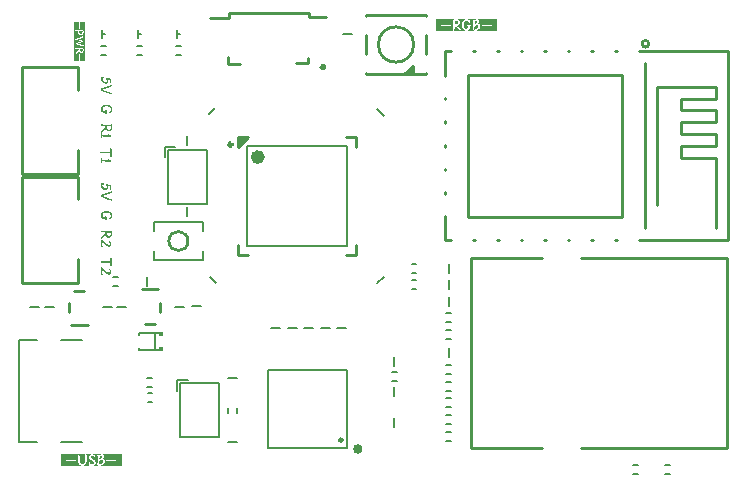
<source format=gto>
G04*
G04 #@! TF.GenerationSoftware,Altium Limited,Altium Designer,20.0.2 (26)*
G04*
G04 Layer_Color=65535*
%FSLAX25Y25*%
%MOIN*%
G70*
G01*
G75*
%ADD10C,0.01000*%
%ADD11C,0.01575*%
%ADD12C,0.01181*%
%ADD13C,0.02362*%
%ADD14C,0.00787*%
%ADD15C,0.00799*%
%ADD16C,0.00600*%
%ADD17C,0.00598*%
%ADD18C,0.00800*%
G36*
X-71949Y-33159D02*
Y-31772D01*
X-70749D01*
Y-33159D01*
X-71949D01*
D01*
D02*
G37*
G36*
Y-26841D02*
Y-28228D01*
X-70749D01*
Y-26841D01*
X-71949D01*
D01*
D02*
G37*
G36*
X-45685Y34765D02*
Y34765D01*
X-42265Y38185D01*
X-45685D01*
Y34765D01*
D01*
D02*
G37*
G36*
X12512Y61913D02*
Y59551D01*
X12118Y59157D01*
X9756D01*
X12512Y61913D01*
D01*
D02*
G37*
G36*
X-96561Y63386D02*
X-98372D01*
Y63386D01*
X-98566D01*
X-98538Y63390D01*
X-98535D01*
X-98528Y63393D01*
X-98510Y63397D01*
X-98486Y63400D01*
X-98483D01*
X-98479Y63403D01*
X-98458Y63414D01*
X-98431Y63428D01*
X-98396Y63445D01*
X-98372Y63518D01*
Y63993D01*
Y63855D01*
X-98375Y63868D01*
Y63886D01*
X-98382Y63907D01*
X-98389Y63931D01*
X-98399Y63959D01*
X-98413Y63990D01*
X-98410Y63993D01*
X-98403Y63997D01*
X-98399Y64007D01*
X-98392Y64028D01*
X-98389Y64056D01*
X-98386Y64091D01*
Y64840D01*
X-98389Y64896D01*
Y64958D01*
X-98392Y65017D01*
X-98396Y65069D01*
X-98399Y65090D01*
X-98403Y65107D01*
Y65475D01*
X-98406Y65513D01*
Y65551D01*
X-98410Y65590D01*
X-98413Y65624D01*
X-98420Y65649D01*
Y65652D01*
X-98424Y65662D01*
X-98427Y65676D01*
X-98434Y65694D01*
X-98451Y65732D01*
X-98462Y65749D01*
X-98476Y65767D01*
X-98555D01*
X-98563Y65763D01*
X-98583Y65756D01*
X-98608Y65753D01*
X-98618Y65749D01*
X-98625D01*
X-98628D01*
X-98632D01*
X-98649Y65746D01*
X-98677Y65739D01*
X-98708Y65728D01*
X-98712D01*
X-98715Y65725D01*
X-98736Y65708D01*
X-98753Y65687D01*
X-98760Y65673D01*
X-98764Y65659D01*
X-98767Y65656D01*
Y65649D01*
X-98771Y65635D01*
Y63386D01*
X-100439D01*
Y76621D01*
X-96561D01*
Y63386D01*
D02*
G37*
G36*
X-98767Y65572D02*
X-98764Y65538D01*
X-98746Y65250D01*
Y64920D01*
X-98743Y64896D01*
Y64868D01*
X-98739Y64837D01*
X-98729Y64778D01*
Y64757D01*
X-98733Y64743D01*
Y64625D01*
X-98729Y64587D01*
X-98726Y64556D01*
X-98719Y64542D01*
X-98715Y64535D01*
Y64528D01*
X-98719Y64511D01*
Y64483D01*
X-98722Y64448D01*
X-98726Y64403D01*
Y64358D01*
X-98729Y64257D01*
Y64205D01*
X-98726Y64174D01*
Y64139D01*
X-98722Y64108D01*
X-98719Y64077D01*
X-98715Y64056D01*
Y63581D01*
X-98712Y63553D01*
X-98705Y63490D01*
X-98698Y63463D01*
X-98691Y63435D01*
X-98687Y63431D01*
X-98677Y63424D01*
X-98663Y63414D01*
X-98646Y63403D01*
X-98621Y63393D01*
X-98597Y63386D01*
X-98771D01*
Y65600D01*
X-98767Y65572D01*
D02*
G37*
G36*
X-91023Y-68037D02*
X-90993D01*
X-90974Y-68047D01*
X-90960Y-68057D01*
X-90955Y-68061D01*
X-90945Y-68076D01*
X-90935Y-68100D01*
X-90926Y-68129D01*
X-90916Y-68173D01*
Y-68227D01*
X-90921Y-68285D01*
X-90940Y-68353D01*
Y-68358D01*
X-90945Y-68363D01*
X-90960Y-68392D01*
X-90989Y-68441D01*
X-91027Y-68499D01*
X-91076Y-68567D01*
X-91144Y-68645D01*
X-91222Y-68727D01*
X-91314Y-68810D01*
X-91324Y-68820D01*
X-91348Y-68844D01*
X-91382Y-68873D01*
X-91426Y-68917D01*
X-91470Y-68956D01*
X-91518Y-68995D01*
X-91562Y-69029D01*
X-91601Y-69053D01*
X-91611Y-69063D01*
X-91630Y-69077D01*
X-91659Y-69102D01*
X-91693Y-69121D01*
X-91698Y-69131D01*
X-91708Y-69150D01*
X-91727Y-69179D01*
X-91747Y-69213D01*
X-91766Y-69247D01*
X-91786Y-69276D01*
X-91795Y-69296D01*
X-91810D01*
X-91820Y-69291D01*
X-91829Y-69281D01*
X-91844Y-69267D01*
X-91849Y-69242D01*
X-91854Y-69213D01*
X-91849Y-69169D01*
Y-69160D01*
Y-69140D01*
Y-69111D01*
Y-69077D01*
X-91859Y-68999D01*
X-91864Y-68965D01*
X-91868Y-68936D01*
Y-68931D01*
Y-68922D01*
X-91864Y-68893D01*
X-91859Y-68858D01*
X-91849Y-68824D01*
Y-68820D01*
X-91844Y-68805D01*
X-91839Y-68786D01*
X-91834Y-68761D01*
X-91829Y-68703D01*
X-91825Y-68645D01*
Y-68640D01*
X-91829Y-68620D01*
Y-68591D01*
Y-68552D01*
Y-68504D01*
X-91825Y-68445D01*
X-91815Y-68382D01*
X-91800Y-68309D01*
Y-68304D01*
Y-68300D01*
Y-68275D01*
Y-68241D01*
Y-68202D01*
X-91820D01*
Y-68198D01*
X-91800D01*
X-91810Y-68188D01*
X-91829Y-68183D01*
X-91831Y-68182D01*
X-91800Y-68178D01*
X-91776Y-68173D01*
X-91752Y-68159D01*
X-91737D01*
X-91723Y-68164D01*
X-91693D01*
X-91659Y-68159D01*
X-91616Y-68154D01*
X-91562Y-68144D01*
X-91499Y-68129D01*
X-91494D01*
X-91489Y-68125D01*
X-91460Y-68115D01*
X-91416Y-68100D01*
X-91363Y-68086D01*
X-91300Y-68071D01*
X-91241Y-68057D01*
X-91183Y-68047D01*
X-91130Y-68042D01*
X-91125D01*
X-91105Y-68037D01*
X-91081D01*
X-91052Y-68032D01*
X-91023Y-68037D01*
D02*
G37*
G36*
X-89949Y-67561D02*
X-84336D01*
Y-71439D01*
X-104664D01*
Y-67561D01*
X-92641D01*
D01*
X-91047D01*
X-91071Y-67566D01*
X-91110Y-67571D01*
X-91159Y-67580D01*
X-91217Y-67590D01*
X-91280Y-67610D01*
X-91358Y-67634D01*
X-91368D01*
X-91397Y-67639D01*
X-91436Y-67648D01*
X-91484Y-67658D01*
X-91538Y-67668D01*
X-91591Y-67682D01*
X-91635Y-67692D01*
X-91674Y-67702D01*
X-91679D01*
X-91689Y-67707D01*
X-91708D01*
X-91732Y-67716D01*
X-91790Y-67726D01*
X-91854Y-67746D01*
X-91868D01*
X-91883Y-67750D01*
X-91907D01*
X-91936Y-67755D01*
X-91966Y-67760D01*
X-92043Y-67770D01*
X-92131Y-67784D01*
X-92228Y-67809D01*
X-92325Y-67833D01*
X-92418Y-67867D01*
X-92422Y-67872D01*
X-92432Y-67882D01*
X-92452Y-67891D01*
X-92471Y-67906D01*
X-92515Y-67935D01*
X-92534Y-67945D01*
X-92549Y-67950D01*
X-92554Y-67954D01*
X-92568Y-67974D01*
X-92588Y-68003D01*
X-92607Y-68037D01*
X-92627Y-68071D01*
X-92636Y-68105D01*
X-92641Y-68139D01*
X-92631Y-68159D01*
Y-68164D01*
Y-68168D01*
X-92627Y-68183D01*
X-92617Y-68198D01*
X-92602Y-68217D01*
X-92583Y-68236D01*
X-92554Y-68256D01*
X-92515Y-68270D01*
X-92281D01*
X-92277Y-68266D01*
X-92272Y-68261D01*
X-92262D01*
X-92252Y-68270D01*
X-92262D01*
X-92267Y-68266D01*
X-92272Y-68275D01*
Y-68295D01*
X-92281Y-68319D01*
X-92286Y-68358D01*
X-92291Y-68406D01*
X-92301Y-68475D01*
X-92306Y-68518D01*
X-92311Y-68562D01*
Y-68572D01*
X-92315Y-68596D01*
X-92325Y-68630D01*
X-92330Y-68679D01*
X-92335Y-68737D01*
X-92340Y-68795D01*
Y-68863D01*
X-92335Y-68927D01*
Y-68931D01*
Y-68951D01*
Y-68980D01*
X-92340Y-69014D01*
Y-69063D01*
Y-69111D01*
X-92345Y-69169D01*
X-92349Y-69233D01*
X-92354Y-69359D01*
X-92359Y-69490D01*
X-92364Y-69549D01*
X-92369Y-69607D01*
X-92374Y-69660D01*
X-92379Y-69704D01*
Y-69709D01*
X-92383Y-69719D01*
X-92388Y-69733D01*
X-92393Y-69758D01*
X-92398Y-69792D01*
X-92408Y-69831D01*
X-92413Y-69879D01*
X-92422Y-69937D01*
Y-69942D01*
X-92427Y-69967D01*
X-92432Y-69996D01*
Y-70035D01*
X-92437Y-70078D01*
X-92442Y-70132D01*
X-92447Y-70234D01*
Y-70239D01*
Y-70248D01*
X-92452Y-70268D01*
Y-70297D01*
X-92456Y-70326D01*
X-92461Y-70360D01*
X-92471Y-70443D01*
X-92481Y-70525D01*
X-92495Y-70608D01*
X-92505Y-70676D01*
X-92510Y-70705D01*
X-92515Y-70730D01*
Y-70734D01*
X-92520Y-70754D01*
X-92529Y-70783D01*
X-92534Y-70822D01*
Y-70866D01*
Y-70919D01*
X-92529Y-70973D01*
X-92515Y-71026D01*
Y-71031D01*
Y-71041D01*
X-92510Y-71060D01*
X-92505Y-71079D01*
X-92495Y-71104D01*
X-92476Y-71128D01*
X-92456Y-71148D01*
X-92427Y-71167D01*
X-92379D01*
X-92359Y-71177D01*
X-92345Y-71186D01*
X-92325Y-71196D01*
Y-71201D01*
X-92320Y-71216D01*
X-92311Y-71235D01*
X-92296Y-71259D01*
X-92277Y-71284D01*
X-92252Y-71308D01*
X-92218Y-71327D01*
X-92179Y-71342D01*
X-92175Y-71352D01*
X-92155Y-71366D01*
X-92131Y-71386D01*
X-92111Y-71390D01*
X-92092Y-71395D01*
X-92087Y-71400D01*
X-92072Y-71405D01*
X-92048Y-71415D01*
X-92009Y-71425D01*
X-91956Y-71434D01*
X-91893Y-71439D01*
X-92641D01*
D01*
X-89949D01*
Y-70005D01*
Y-70020D01*
X-89954Y-69962D01*
X-89963Y-69898D01*
X-89978Y-69821D01*
Y-69816D01*
Y-69811D01*
X-89983Y-69787D01*
X-89987Y-69748D01*
X-89997Y-69704D01*
X-90022Y-69607D01*
X-90036Y-69558D01*
X-90056Y-69524D01*
Y-69519D01*
X-90065Y-69515D01*
X-90075Y-69500D01*
X-90089Y-69481D01*
X-90109Y-69451D01*
X-90133Y-69417D01*
X-90162Y-69379D01*
X-90201Y-69335D01*
X-90206Y-69330D01*
X-90221Y-69320D01*
X-90245Y-69301D01*
X-90274Y-69276D01*
X-90337Y-69228D01*
X-90367Y-69208D01*
X-90396Y-69189D01*
X-90405Y-69184D01*
X-90430Y-69174D01*
X-90469Y-69165D01*
X-90517Y-69145D01*
X-90575Y-69131D01*
X-90639Y-69116D01*
X-90707Y-69102D01*
X-90775Y-69092D01*
X-90780D01*
X-90799Y-69087D01*
X-90823Y-69082D01*
X-90848Y-69077D01*
X-90870D01*
X-90862Y-69072D01*
X-90838Y-69058D01*
X-90804Y-69043D01*
X-90794Y-69038D01*
X-90775Y-69024D01*
X-90746Y-68999D01*
X-90702Y-68965D01*
X-90658Y-68922D01*
X-90605Y-68873D01*
X-90556Y-68810D01*
X-90508Y-68742D01*
Y-68737D01*
X-90503Y-68727D01*
X-90493Y-68713D01*
X-90483Y-68693D01*
X-90459Y-68654D01*
X-90444Y-68635D01*
X-90430Y-68620D01*
X-90425Y-68616D01*
X-90420Y-68611D01*
X-90410Y-68591D01*
X-90396Y-68572D01*
X-90376Y-68543D01*
X-90357Y-68504D01*
X-90337Y-68460D01*
X-90318Y-68406D01*
Y-68397D01*
X-90313Y-68377D01*
Y-68343D01*
Y-68300D01*
X-90308Y-68246D01*
X-90313Y-68188D01*
X-90323Y-68061D01*
Y-68057D01*
X-90328Y-68052D01*
X-90333Y-68037D01*
X-90342Y-68018D01*
X-90362Y-67969D01*
X-90391Y-67911D01*
X-90430Y-67848D01*
X-90478Y-67780D01*
X-90532Y-67721D01*
X-90590Y-67668D01*
X-90600Y-67663D01*
X-90624Y-67653D01*
X-90663Y-67634D01*
X-90712Y-67614D01*
X-90775Y-67595D01*
X-90853Y-67575D01*
X-90935Y-67566D01*
X-91023Y-67561D01*
X-89949D01*
D01*
D02*
G37*
G36*
X-90848Y-69500D02*
X-90833D01*
X-90828Y-69505D01*
X-90814Y-69510D01*
X-90789Y-69519D01*
X-90765Y-69534D01*
X-90712Y-69563D01*
X-90687Y-69573D01*
X-90673Y-69583D01*
Y-69587D01*
X-90668Y-69592D01*
X-90644Y-69617D01*
X-90614Y-69656D01*
X-90575Y-69699D01*
Y-69704D01*
Y-69714D01*
Y-69728D01*
Y-69748D01*
X-90571Y-69801D01*
X-90575Y-69864D01*
Y-69937D01*
X-90585Y-70005D01*
X-90600Y-70073D01*
X-90619Y-70127D01*
X-90624Y-70137D01*
X-90634Y-70156D01*
X-90658Y-70190D01*
X-90687Y-70239D01*
X-90731Y-70297D01*
X-90785Y-70365D01*
X-90848Y-70438D01*
X-90926Y-70521D01*
X-90930D01*
X-90935Y-70530D01*
X-90964Y-70555D01*
X-91008Y-70589D01*
X-91062Y-70627D01*
X-91120Y-70671D01*
X-91173Y-70715D01*
X-91227Y-70749D01*
X-91271Y-70778D01*
X-91275D01*
X-91285Y-70783D01*
X-91300Y-70793D01*
X-91324Y-70802D01*
X-91353Y-70817D01*
X-91382Y-70832D01*
X-91460Y-70861D01*
X-91548Y-70895D01*
X-91640Y-70919D01*
X-91737Y-70943D01*
X-91829Y-70958D01*
X-91834D01*
X-91844Y-70968D01*
X-91873Y-70982D01*
X-91902Y-71002D01*
X-91912Y-71012D01*
X-91917Y-71016D01*
X-91922Y-71012D01*
X-91927Y-71007D01*
X-91946Y-70982D01*
X-91966Y-70953D01*
X-91970Y-70939D01*
X-91966Y-70924D01*
Y-70919D01*
X-91961Y-70909D01*
X-91956Y-70895D01*
X-91951Y-70875D01*
X-91941Y-70822D01*
X-91936Y-70768D01*
Y-70764D01*
Y-70754D01*
Y-70739D01*
Y-70720D01*
Y-70691D01*
Y-70661D01*
Y-70584D01*
Y-70579D01*
Y-70569D01*
Y-70550D01*
Y-70530D01*
Y-70477D01*
Y-70423D01*
X-91941Y-70419D01*
Y-70409D01*
X-91936Y-70385D01*
X-91931Y-70370D01*
X-91917Y-70346D01*
Y-70341D01*
Y-70331D01*
Y-70302D01*
Y-70268D01*
Y-70253D01*
Y-70244D01*
Y-70239D01*
Y-70219D01*
Y-70190D01*
Y-70166D01*
Y-70137D01*
Y-70132D01*
X-91912Y-70122D01*
X-91907Y-70103D01*
X-91902Y-70078D01*
X-91897Y-70020D01*
X-91893Y-69957D01*
X-91897Y-69952D01*
Y-69933D01*
X-91893Y-69908D01*
X-91883Y-69889D01*
X-91868Y-69869D01*
Y-69860D01*
Y-69845D01*
X-91864Y-69826D01*
X-91859Y-69816D01*
X-91854D01*
X-91849Y-69811D01*
X-91834Y-69806D01*
X-91815Y-69797D01*
X-91771Y-69777D01*
X-91718Y-69743D01*
X-91713D01*
X-91703Y-69733D01*
X-91684Y-69728D01*
X-91664Y-69714D01*
X-91611Y-69690D01*
X-91562Y-69656D01*
X-91557D01*
X-91548Y-69651D01*
X-91528Y-69646D01*
X-91504Y-69631D01*
X-91445Y-69602D01*
X-91416Y-69578D01*
X-91387Y-69554D01*
X-91382Y-69549D01*
X-91377Y-69544D01*
X-91358Y-69524D01*
X-91334Y-69510D01*
X-91324Y-69500D01*
X-91096D01*
X-91076Y-69495D01*
X-91052D01*
X-91018Y-69490D01*
X-90989Y-69485D01*
X-90955D01*
X-90930Y-69481D01*
X-90916D01*
X-90848Y-69500D01*
D02*
G37*
G36*
X-89949Y-71439D02*
X-91815D01*
X-91718Y-71434D01*
X-91708D01*
X-91698Y-71429D01*
X-91679D01*
X-91659Y-71425D01*
X-91635Y-71420D01*
X-91601Y-71415D01*
X-91567Y-71405D01*
X-91523Y-71400D01*
X-91479Y-71386D01*
X-91426Y-71376D01*
X-91368Y-71361D01*
X-91304Y-71342D01*
X-91232Y-71323D01*
X-91159Y-71303D01*
X-91076Y-71279D01*
X-91071D01*
X-91057Y-71274D01*
X-91037Y-71269D01*
X-91013Y-71259D01*
X-90955Y-71235D01*
X-90930Y-71216D01*
X-90906Y-71196D01*
X-90891Y-71177D01*
X-90853Y-71162D01*
X-90848D01*
X-90833Y-71152D01*
X-90814Y-71143D01*
X-90785Y-71133D01*
X-90731Y-71099D01*
X-90702Y-71079D01*
X-90683Y-71060D01*
X-90678D01*
X-90673Y-71055D01*
X-90658Y-71046D01*
X-90639Y-71031D01*
X-90595Y-71002D01*
X-90537Y-70963D01*
X-90532Y-70958D01*
X-90517Y-70939D01*
X-90503Y-70924D01*
X-90483Y-70909D01*
X-90464Y-70895D01*
X-90435Y-70880D01*
X-90430Y-70875D01*
X-90415Y-70861D01*
X-90396Y-70837D01*
X-90362Y-70802D01*
X-90318Y-70759D01*
X-90264Y-70700D01*
X-90201Y-70632D01*
X-90128Y-70550D01*
X-90124Y-70545D01*
X-90114Y-70530D01*
X-90099Y-70501D01*
X-90085Y-70472D01*
X-90065Y-70433D01*
X-90041Y-70394D01*
X-90002Y-70307D01*
Y-70302D01*
X-89997Y-70287D01*
X-89992Y-70268D01*
X-89987Y-70244D01*
X-89973Y-70190D01*
X-89968Y-70166D01*
X-89958Y-70146D01*
Y-70142D01*
X-89954Y-70127D01*
Y-70103D01*
X-89949Y-70064D01*
Y-71439D01*
D02*
G37*
G36*
X34058Y76973D02*
X34087D01*
X34106Y76963D01*
X34121Y76953D01*
X34126Y76948D01*
X34135Y76934D01*
X34145Y76909D01*
X34155Y76880D01*
X34164Y76837D01*
Y76783D01*
X34160Y76725D01*
X34140Y76657D01*
Y76652D01*
X34135Y76647D01*
X34121Y76618D01*
X34091Y76569D01*
X34053Y76511D01*
X34004Y76443D01*
X33936Y76365D01*
X33858Y76283D01*
X33766Y76200D01*
X33756Y76190D01*
X33732Y76166D01*
X33698Y76137D01*
X33654Y76093D01*
X33610Y76054D01*
X33562Y76015D01*
X33518Y75981D01*
X33479Y75957D01*
X33470Y75947D01*
X33450Y75933D01*
X33421Y75908D01*
X33387Y75889D01*
X33382Y75879D01*
X33372Y75860D01*
X33353Y75831D01*
X33333Y75797D01*
X33314Y75762D01*
X33294Y75733D01*
X33285Y75714D01*
X33270D01*
X33261Y75719D01*
X33251Y75728D01*
X33236Y75743D01*
X33231Y75767D01*
X33226Y75797D01*
X33231Y75840D01*
Y75850D01*
Y75869D01*
Y75898D01*
Y75933D01*
X33222Y76010D01*
X33217Y76044D01*
X33212Y76073D01*
Y76078D01*
Y76088D01*
X33217Y76117D01*
X33222Y76151D01*
X33231Y76185D01*
Y76190D01*
X33236Y76205D01*
X33241Y76224D01*
X33246Y76248D01*
X33251Y76307D01*
X33256Y76365D01*
Y76370D01*
X33251Y76389D01*
Y76419D01*
Y76457D01*
Y76506D01*
X33256Y76564D01*
X33265Y76627D01*
X33280Y76700D01*
Y76705D01*
Y76710D01*
Y76734D01*
Y76768D01*
Y76807D01*
X33261D01*
Y76812D01*
X33280D01*
X33270Y76822D01*
X33251Y76827D01*
X33249Y76827D01*
X33280Y76832D01*
X33304Y76837D01*
X33329Y76851D01*
X33343D01*
X33358Y76846D01*
X33387D01*
X33421Y76851D01*
X33465Y76856D01*
X33518Y76866D01*
X33581Y76880D01*
X33586D01*
X33591Y76885D01*
X33620Y76895D01*
X33664Y76909D01*
X33717Y76924D01*
X33781Y76939D01*
X33839Y76953D01*
X33897Y76963D01*
X33951Y76968D01*
X33955D01*
X33975Y76973D01*
X33999D01*
X34028Y76977D01*
X34058Y76973D01*
D02*
G37*
G36*
X35132Y74990D02*
X35127Y75048D01*
X35117Y75111D01*
X35102Y75189D01*
Y75194D01*
Y75199D01*
X35098Y75223D01*
X35093Y75262D01*
X35083Y75306D01*
X35059Y75403D01*
X35044Y75451D01*
X35025Y75485D01*
Y75490D01*
X35015Y75495D01*
X35005Y75510D01*
X34991Y75529D01*
X34971Y75558D01*
X34947Y75592D01*
X34918Y75631D01*
X34879Y75675D01*
X34874Y75680D01*
X34859Y75690D01*
X34835Y75709D01*
X34806Y75733D01*
X34743Y75782D01*
X34714Y75801D01*
X34685Y75821D01*
X34675Y75826D01*
X34650Y75835D01*
X34612Y75845D01*
X34563Y75864D01*
X34505Y75879D01*
X34442Y75894D01*
X34373Y75908D01*
X34305Y75918D01*
X34301D01*
X34281Y75923D01*
X34257Y75928D01*
X34233Y75933D01*
X34211D01*
X34218Y75937D01*
X34242Y75952D01*
X34276Y75967D01*
X34286Y75971D01*
X34305Y75986D01*
X34334Y76010D01*
X34378Y76044D01*
X34422Y76088D01*
X34475Y76137D01*
X34524Y76200D01*
X34573Y76268D01*
Y76273D01*
X34578Y76283D01*
X34587Y76297D01*
X34597Y76316D01*
X34621Y76355D01*
X34636Y76375D01*
X34650Y76389D01*
X34655Y76394D01*
X34660Y76399D01*
X34670Y76419D01*
X34685Y76438D01*
X34704Y76467D01*
X34723Y76506D01*
X34743Y76550D01*
X34762Y76603D01*
Y76613D01*
X34767Y76632D01*
Y76666D01*
Y76710D01*
X34772Y76764D01*
X34767Y76822D01*
X34757Y76948D01*
Y76953D01*
X34753Y76958D01*
X34748Y76973D01*
X34738Y76992D01*
X34718Y77041D01*
X34689Y77099D01*
X34650Y77162D01*
X34602Y77230D01*
X34548Y77289D01*
X34490Y77342D01*
X34480Y77347D01*
X34456Y77356D01*
X34417Y77376D01*
X34369Y77395D01*
X34305Y77415D01*
X34228Y77434D01*
X34145Y77444D01*
X34058Y77449D01*
X35132D01*
Y74990D01*
D02*
G37*
G36*
X34233Y75510D02*
X34247D01*
X34252Y75505D01*
X34266Y75500D01*
X34291Y75490D01*
X34315Y75476D01*
X34369Y75446D01*
X34393Y75437D01*
X34407Y75427D01*
Y75422D01*
X34412Y75417D01*
X34437Y75393D01*
X34466Y75354D01*
X34505Y75310D01*
Y75306D01*
Y75296D01*
Y75281D01*
Y75262D01*
X34510Y75208D01*
X34505Y75145D01*
Y75072D01*
X34495Y75004D01*
X34480Y74936D01*
X34461Y74883D01*
X34456Y74873D01*
X34446Y74854D01*
X34422Y74820D01*
X34393Y74771D01*
X34349Y74713D01*
X34296Y74645D01*
X34233Y74572D01*
X34155Y74489D01*
X34150D01*
X34145Y74479D01*
X34116Y74455D01*
X34072Y74421D01*
X34019Y74382D01*
X33960Y74339D01*
X33907Y74295D01*
X33853Y74261D01*
X33810Y74231D01*
X33805D01*
X33795Y74227D01*
X33781Y74217D01*
X33756Y74207D01*
X33727Y74193D01*
X33698Y74178D01*
X33620Y74149D01*
X33533Y74115D01*
X33440Y74091D01*
X33343Y74066D01*
X33251Y74052D01*
X33246D01*
X33236Y74042D01*
X33207Y74027D01*
X33178Y74008D01*
X33168Y73998D01*
X33163Y73993D01*
X33158Y73998D01*
X33154Y74003D01*
X33134Y74027D01*
X33115Y74057D01*
X33110Y74071D01*
X33115Y74086D01*
Y74091D01*
X33119Y74100D01*
X33124Y74115D01*
X33129Y74134D01*
X33139Y74188D01*
X33144Y74241D01*
Y74246D01*
Y74256D01*
Y74270D01*
Y74290D01*
Y74319D01*
Y74348D01*
Y74426D01*
Y74431D01*
Y74440D01*
Y74460D01*
Y74479D01*
Y74533D01*
Y74586D01*
X33139Y74591D01*
Y74601D01*
X33144Y74625D01*
X33149Y74640D01*
X33163Y74664D01*
Y74669D01*
Y74679D01*
Y74708D01*
Y74742D01*
Y74756D01*
Y74766D01*
Y74771D01*
Y74790D01*
Y74820D01*
Y74844D01*
Y74873D01*
Y74878D01*
X33168Y74888D01*
X33173Y74907D01*
X33178Y74931D01*
X33183Y74990D01*
X33188Y75053D01*
X33183Y75058D01*
Y75077D01*
X33188Y75102D01*
X33197Y75121D01*
X33212Y75140D01*
Y75150D01*
Y75165D01*
X33217Y75184D01*
X33222Y75194D01*
X33226D01*
X33231Y75199D01*
X33246Y75204D01*
X33265Y75213D01*
X33309Y75233D01*
X33362Y75267D01*
X33367D01*
X33377Y75276D01*
X33397Y75281D01*
X33416Y75296D01*
X33470Y75320D01*
X33518Y75354D01*
X33523D01*
X33533Y75359D01*
X33552Y75364D01*
X33576Y75379D01*
X33635Y75408D01*
X33664Y75432D01*
X33693Y75456D01*
X33698Y75461D01*
X33703Y75466D01*
X33722Y75485D01*
X33746Y75500D01*
X33756Y75510D01*
X33985D01*
X34004Y75515D01*
X34028D01*
X34062Y75519D01*
X34091Y75524D01*
X34126D01*
X34150Y75529D01*
X34164D01*
X34233Y75510D01*
D02*
G37*
G36*
X34009Y77444D02*
X33970Y77439D01*
X33921Y77429D01*
X33863Y77420D01*
X33800Y77400D01*
X33722Y77376D01*
X33713D01*
X33683Y77371D01*
X33644Y77361D01*
X33596Y77352D01*
X33542Y77342D01*
X33489Y77327D01*
X33445Y77318D01*
X33406Y77308D01*
X33401D01*
X33392Y77303D01*
X33372D01*
X33348Y77293D01*
X33290Y77284D01*
X33226Y77264D01*
X33212D01*
X33197Y77259D01*
X33173D01*
X33144Y77254D01*
X33115Y77250D01*
X33037Y77240D01*
X32949Y77225D01*
X32852Y77201D01*
X32755Y77177D01*
X32663Y77143D01*
X32658Y77138D01*
X32648Y77128D01*
X32629Y77118D01*
X32609Y77104D01*
X32566Y77075D01*
X32546Y77065D01*
X32531Y77060D01*
X32527Y77055D01*
X32512Y77036D01*
X32493Y77007D01*
X32473Y76973D01*
X32454Y76939D01*
X32444Y76904D01*
X32439Y76871D01*
X32449Y76851D01*
Y76846D01*
Y76841D01*
X32454Y76827D01*
X32463Y76812D01*
X32478Y76793D01*
X32498Y76773D01*
X32527Y76754D01*
X32566Y76739D01*
X32799D01*
X32804Y76744D01*
X32809Y76749D01*
X32818D01*
X32828Y76739D01*
X32818D01*
X32813Y76744D01*
X32809Y76734D01*
Y76715D01*
X32799Y76691D01*
X32794Y76652D01*
X32789Y76603D01*
X32779Y76535D01*
X32774Y76491D01*
X32770Y76448D01*
Y76438D01*
X32765Y76414D01*
X32755Y76380D01*
X32750Y76331D01*
X32745Y76273D01*
X32741Y76214D01*
Y76146D01*
X32745Y76083D01*
Y76078D01*
Y76059D01*
Y76030D01*
X32741Y75996D01*
Y75947D01*
Y75898D01*
X32736Y75840D01*
X32731Y75777D01*
X32726Y75651D01*
X32721Y75519D01*
X32716Y75461D01*
X32711Y75403D01*
X32706Y75349D01*
X32702Y75306D01*
Y75301D01*
X32697Y75291D01*
X32692Y75276D01*
X32687Y75252D01*
X32682Y75218D01*
X32672Y75179D01*
X32668Y75131D01*
X32658Y75072D01*
Y75068D01*
X32653Y75043D01*
X32648Y75014D01*
Y74975D01*
X32643Y74931D01*
X32638Y74878D01*
X32634Y74776D01*
Y74771D01*
Y74761D01*
X32629Y74742D01*
Y74713D01*
X32624Y74683D01*
X32619Y74650D01*
X32609Y74567D01*
X32599Y74484D01*
X32585Y74402D01*
X32575Y74334D01*
X32570Y74304D01*
X32566Y74280D01*
Y74275D01*
X32561Y74256D01*
X32551Y74227D01*
X32546Y74188D01*
Y74144D01*
Y74091D01*
X32551Y74037D01*
X32566Y73984D01*
Y73979D01*
Y73969D01*
X32570Y73950D01*
X32575Y73930D01*
X32585Y73906D01*
X32604Y73882D01*
X32624Y73862D01*
X32653Y73843D01*
X32702D01*
X32721Y73833D01*
X32736Y73823D01*
X32755Y73814D01*
Y73809D01*
X32760Y73794D01*
X32770Y73775D01*
X32784Y73750D01*
X32804Y73726D01*
X32828Y73702D01*
X32862Y73682D01*
X32901Y73668D01*
X32906Y73658D01*
X32925Y73643D01*
X32949Y73624D01*
X32969Y73619D01*
X32988Y73614D01*
X32993Y73610D01*
X33008Y73605D01*
X33032Y73595D01*
X33071Y73585D01*
X33124Y73575D01*
X33188Y73571D01*
X33265D01*
X33362Y73575D01*
X33372D01*
X33382Y73580D01*
X33401D01*
X33421Y73585D01*
X33445Y73590D01*
X33479Y73595D01*
X33513Y73605D01*
X33557Y73610D01*
X33601Y73624D01*
X33654Y73634D01*
X33713Y73648D01*
X33776Y73668D01*
X33849Y73687D01*
X33921Y73707D01*
X34004Y73731D01*
X34009D01*
X34023Y73736D01*
X34043Y73741D01*
X34067Y73750D01*
X34126Y73775D01*
X34150Y73794D01*
X34174Y73814D01*
X34189Y73833D01*
X34228Y73848D01*
X34233D01*
X34247Y73857D01*
X34266Y73867D01*
X34296Y73877D01*
X34349Y73911D01*
X34378Y73930D01*
X34398Y73950D01*
X34403D01*
X34407Y73954D01*
X34422Y73964D01*
X34442Y73979D01*
X34485Y74008D01*
X34543Y74047D01*
X34548Y74052D01*
X34563Y74071D01*
X34578Y74086D01*
X34597Y74100D01*
X34616Y74115D01*
X34646Y74129D01*
X34650Y74134D01*
X34665Y74149D01*
X34685Y74173D01*
X34718Y74207D01*
X34762Y74251D01*
X34816Y74309D01*
X34879Y74377D01*
X34952Y74460D01*
X34957Y74465D01*
X34966Y74479D01*
X34981Y74509D01*
X34995Y74538D01*
X35015Y74577D01*
X35039Y74616D01*
X35078Y74703D01*
Y74708D01*
X35083Y74722D01*
X35088Y74742D01*
X35093Y74766D01*
X35107Y74820D01*
X35112Y74844D01*
X35122Y74863D01*
Y74868D01*
X35127Y74883D01*
Y74907D01*
X35132Y74946D01*
Y73610D01*
Y77449D01*
X40664D01*
Y73551D01*
X20336D01*
Y77449D01*
X32439D01*
D01*
X34033D01*
X34009Y77444D01*
D02*
G37*
G36*
X-90854Y22894D02*
X-90805Y22889D01*
X-90766Y22884D01*
X-90742Y22880D01*
X-90732D01*
X-90567Y22855D01*
X-90484Y22748D01*
X-90426Y22685D01*
X-90387Y22622D01*
X-90358Y22568D01*
X-90343Y22525D01*
X-90334Y22486D01*
Y22432D01*
X-90338Y22384D01*
X-90353Y22345D01*
X-90377Y22316D01*
X-90397Y22296D01*
X-90421Y22277D01*
X-90445Y22267D01*
X-90460Y22262D01*
X-90465D01*
X-90504Y22253D01*
X-90533Y22243D01*
X-90557Y22238D01*
X-90572D01*
X-90581Y22233D01*
X-90586D01*
X-90596Y22257D01*
X-90611Y22277D01*
X-90625Y22287D01*
X-90635Y22291D01*
X-90649Y22311D01*
X-90664Y22325D01*
X-90693Y22340D01*
X-90713Y22350D01*
X-90722D01*
X-90732Y22355D01*
X-90747D01*
X-90776Y22345D01*
X-90795Y22335D01*
X-90800Y22330D01*
X-90805D01*
X-90829Y22321D01*
X-90844Y22301D01*
X-90854Y22272D01*
X-90859Y22243D01*
X-90863Y22219D01*
X-90859Y22194D01*
Y22170D01*
X-90863Y22155D01*
Y22141D01*
X-90859Y22102D01*
X-90844Y22073D01*
X-90839Y22068D01*
Y22063D01*
X-90815Y21903D01*
X-90790Y21849D01*
X-90761Y21791D01*
X-90727Y21737D01*
X-90698Y21689D01*
X-90674Y21650D01*
X-90649Y21616D01*
X-90635Y21596D01*
X-90630Y21587D01*
X-90567Y21514D01*
X-90509Y21446D01*
X-90455Y21392D01*
X-90411Y21344D01*
X-90373Y21305D01*
X-90338Y21276D01*
X-90319Y21256D01*
X-90314Y21251D01*
X-90178Y21169D01*
X-90110Y21135D01*
X-90047Y21101D01*
X-89993Y21071D01*
X-89955Y21052D01*
X-89925Y21037D01*
X-89916Y21033D01*
X-89882Y21023D01*
X-89852Y21013D01*
X-89833Y21003D01*
X-89818Y20999D01*
X-89804Y20994D01*
X-89799Y20989D01*
X-89794D01*
X-89780D01*
X-89755D01*
X-89731D01*
X-89707D01*
X-89682D01*
X-89668D01*
X-89663D01*
X-89619D01*
X-89585Y20994D01*
X-89561D01*
X-89536Y20999D01*
X-89522Y21003D01*
X-89512D01*
X-89503Y21008D01*
X-89464Y21042D01*
X-89434Y21086D01*
X-89410Y21144D01*
X-89396Y21198D01*
X-89386Y21251D01*
X-89381Y21295D01*
Y21392D01*
X-89386Y21441D01*
Y21480D01*
X-89391Y21514D01*
X-89396Y21543D01*
Y21562D01*
X-89401Y21572D01*
Y21577D01*
X-89425Y21640D01*
X-89444Y21694D01*
X-89468Y21733D01*
X-89483Y21767D01*
X-89498Y21791D01*
X-89512Y21805D01*
X-89517Y21815D01*
X-89522Y21820D01*
X-89541Y21849D01*
X-89556Y21878D01*
X-89561Y21903D01*
X-89566Y21922D01*
Y21956D01*
X-89561D01*
Y21966D01*
X-89566Y21956D01*
X-89580Y21971D01*
X-89590Y21980D01*
X-89595Y21985D01*
X-89609D01*
X-89619Y21995D01*
X-89639Y22014D01*
X-89653Y22034D01*
X-89658Y22039D01*
Y22043D01*
X-89678Y22063D01*
X-89692Y22087D01*
X-89697Y22107D01*
X-89702Y22126D01*
Y22155D01*
X-89697Y22160D01*
Y22165D01*
X-89692Y22194D01*
X-89673Y22223D01*
X-89648Y22248D01*
X-89619Y22272D01*
X-89590Y22291D01*
X-89566Y22306D01*
X-89546Y22316D01*
X-89541Y22321D01*
X-89498Y22359D01*
X-89454Y22389D01*
X-89410Y22403D01*
X-89371Y22408D01*
X-89337D01*
X-89308D01*
X-89289Y22403D01*
X-89284D01*
X-89182Y22393D01*
X-89133Y22389D01*
X-89089Y22379D01*
X-89051Y22369D01*
X-89021Y22364D01*
X-88997Y22355D01*
X-88992D01*
X-88953D01*
X-88910Y22350D01*
X-88822Y22340D01*
X-88778D01*
X-88744Y22335D01*
X-88725Y22330D01*
X-88715D01*
X-88623Y22321D01*
X-88540Y22311D01*
X-88467Y22301D01*
X-88399Y22291D01*
X-88336Y22277D01*
X-88283Y22267D01*
X-88234Y22257D01*
X-88190Y22248D01*
X-88156Y22233D01*
X-88127Y22223D01*
X-88103Y22219D01*
X-88083Y22209D01*
X-88059Y22199D01*
X-88049Y22194D01*
X-88035Y22189D01*
X-88020Y22180D01*
X-87976Y22151D01*
X-87957Y22136D01*
X-87942Y22121D01*
X-87933Y22112D01*
X-87928Y22107D01*
X-87909Y22058D01*
X-87899Y22019D01*
X-87894Y21990D01*
Y21869D01*
X-87909Y21859D01*
X-87918Y21839D01*
X-87923Y21791D01*
Y21767D01*
X-87918Y21747D01*
Y21198D01*
X-87913Y21120D01*
X-87909Y21047D01*
Y20984D01*
X-87913Y20931D01*
Y20892D01*
X-87918Y20858D01*
X-87923Y20838D01*
Y20833D01*
X-87981Y20756D01*
X-88015Y20722D01*
X-88040Y20688D01*
X-88064Y20663D01*
X-88083Y20644D01*
X-88098Y20629D01*
X-88103Y20624D01*
X-88166Y20600D01*
X-88224Y20595D01*
X-88268D01*
X-88302Y20600D01*
X-88326Y20610D01*
X-88346Y20620D01*
X-88356Y20629D01*
X-88360Y20634D01*
X-88399Y20673D01*
Y21407D01*
X-88404Y21436D01*
X-88409Y21470D01*
X-88414Y21494D01*
X-88419Y21499D01*
Y21504D01*
X-88433Y21557D01*
X-88438Y21606D01*
X-88443Y21621D01*
Y21650D01*
X-88453Y21703D01*
X-88458Y21747D01*
X-88467Y21776D01*
X-88472Y21801D01*
X-88477Y21820D01*
X-88482Y21830D01*
X-88487Y21835D01*
X-88501Y21839D01*
X-88530Y21844D01*
X-88560Y21854D01*
X-88594Y21859D01*
X-88628Y21864D01*
X-88657D01*
X-88671Y21869D01*
X-88681D01*
X-88744D01*
X-88798D01*
X-88837D01*
X-88871D01*
X-88890D01*
X-88910D01*
X-88915D01*
X-88919D01*
X-88939Y21873D01*
X-88953Y21878D01*
X-88973Y21873D01*
X-88978Y21869D01*
X-88982Y21864D01*
X-89012Y21849D01*
X-88987Y21757D01*
X-88968Y21645D01*
X-88958Y21543D01*
Y21455D01*
X-88963Y21373D01*
X-88968Y21310D01*
X-88978Y21261D01*
X-88982Y21242D01*
Y21227D01*
X-88987Y21222D01*
Y21217D01*
X-89012Y21135D01*
X-89041Y21062D01*
X-89070Y20994D01*
X-89099Y20935D01*
X-89128Y20887D01*
X-89153Y20853D01*
X-89167Y20833D01*
X-89172Y20824D01*
X-89216Y20770D01*
X-89255Y20727D01*
X-89289Y20693D01*
X-89323Y20668D01*
X-89347Y20649D01*
X-89366Y20634D01*
X-89381Y20624D01*
X-89386D01*
X-89483Y20571D01*
X-89707Y20522D01*
X-89775D01*
X-89833Y20527D01*
X-89882Y20532D01*
X-89925D01*
X-89955Y20537D01*
X-89979Y20542D01*
X-89993Y20547D01*
X-89998D01*
X-90061Y20561D01*
X-90115Y20566D01*
X-90139Y20571D01*
X-90159D01*
X-90168D01*
X-90173D01*
X-90241Y20585D01*
X-90304Y20600D01*
X-90329Y20605D01*
X-90348Y20610D01*
X-90358Y20615D01*
X-90363D01*
X-90411Y20639D01*
X-90465Y20668D01*
X-90513Y20697D01*
X-90562Y20731D01*
X-90606Y20761D01*
X-90640Y20780D01*
X-90659Y20799D01*
X-90669Y20804D01*
X-90727Y20848D01*
X-90776Y20882D01*
X-90815Y20911D01*
X-90844Y20935D01*
X-90868Y20950D01*
X-90883Y20965D01*
X-90888Y20969D01*
X-90892Y20974D01*
X-90926Y21008D01*
X-90951Y21037D01*
X-90970Y21057D01*
X-90980Y21067D01*
X-91038Y21140D01*
X-91082Y21203D01*
X-91116Y21251D01*
X-91140Y21290D01*
X-91160Y21315D01*
X-91170Y21334D01*
X-91174Y21344D01*
Y21349D01*
X-91203Y21378D01*
X-91233Y21407D01*
X-91252Y21431D01*
X-91257Y21436D01*
X-91262Y21441D01*
X-91286Y21499D01*
X-91311Y21553D01*
X-91320Y21572D01*
X-91325Y21592D01*
X-91335Y21601D01*
Y21606D01*
X-91349Y21650D01*
X-91364Y21694D01*
X-91374Y21728D01*
X-91378Y21757D01*
Y21776D01*
X-91383Y21791D01*
Y21805D01*
X-91393Y21830D01*
X-91398Y21849D01*
X-91413Y21878D01*
X-91422Y21893D01*
X-91427Y21898D01*
X-91437Y21941D01*
X-91442Y21990D01*
X-91451Y22034D01*
X-91456Y22078D01*
X-91461Y22116D01*
X-91466Y22146D01*
X-91471Y22165D01*
Y22233D01*
X-91466Y22282D01*
X-91456Y22325D01*
X-91447Y22364D01*
X-91442Y22393D01*
X-91432Y22413D01*
X-91427Y22427D01*
Y22432D01*
X-91413Y22471D01*
X-91398Y22505D01*
X-91359Y22568D01*
X-91340Y22598D01*
X-91320Y22617D01*
X-91311Y22627D01*
X-91306Y22632D01*
X-91262Y22695D01*
X-91213Y22748D01*
X-91174Y22792D01*
X-91136Y22826D01*
X-91106Y22845D01*
X-91077Y22865D01*
X-91063Y22870D01*
X-91058Y22875D01*
X-91009Y22889D01*
X-90961Y22894D01*
X-90907Y22899D01*
X-90854Y22894D01*
D02*
G37*
G36*
X-87836Y20046D02*
X-87806Y20041D01*
X-87782Y20031D01*
X-87767Y20027D01*
X-87758Y20017D01*
X-87748Y20007D01*
X-87729Y19988D01*
X-87719Y19963D01*
X-87709Y19934D01*
Y19852D01*
X-87714Y19832D01*
Y19827D01*
X-87734Y19793D01*
X-87748Y19764D01*
X-87753Y19750D01*
X-87758Y19745D01*
X-87763Y19730D01*
X-87772Y19706D01*
X-87801Y19657D01*
X-87816Y19638D01*
X-87831Y19618D01*
X-87840Y19604D01*
X-87845Y19599D01*
X-87874Y19575D01*
X-87904Y19550D01*
X-87923Y19536D01*
X-87942Y19521D01*
X-87962Y19502D01*
X-87967Y19497D01*
X-88001Y19487D01*
X-88040Y19473D01*
X-88117Y19448D01*
X-88151Y19434D01*
X-88181Y19429D01*
X-88200Y19419D01*
X-88205D01*
X-88433Y19346D01*
X-88662Y19273D01*
X-88880Y19200D01*
X-89089Y19128D01*
X-89294Y19055D01*
X-89488Y18987D01*
X-89668Y18919D01*
X-89838Y18855D01*
X-89993Y18797D01*
X-90130Y18748D01*
X-90251Y18700D01*
X-90304Y18680D01*
X-90353Y18661D01*
X-90397Y18642D01*
X-90436Y18627D01*
X-90470Y18612D01*
X-90499Y18603D01*
X-90518Y18593D01*
X-90533Y18588D01*
X-90543Y18583D01*
X-90547D01*
X-90591Y18569D01*
X-90620Y18564D01*
X-90645Y18559D01*
X-90653Y18556D01*
X-90645Y18549D01*
X-90611Y18530D01*
X-90567Y18506D01*
X-90518Y18481D01*
X-90474Y18457D01*
X-90436Y18442D01*
X-90407Y18428D01*
X-90402Y18423D01*
X-90397D01*
X-89925Y18228D01*
X-89697Y18141D01*
X-89478Y18054D01*
X-89259Y17971D01*
X-89055Y17898D01*
X-88866Y17825D01*
X-88681Y17762D01*
X-88516Y17699D01*
X-88370Y17650D01*
X-88302Y17626D01*
X-88239Y17602D01*
X-88181Y17582D01*
X-88127Y17563D01*
X-88078Y17548D01*
X-88040Y17534D01*
X-88001Y17524D01*
X-87972Y17514D01*
X-87947Y17504D01*
X-87933Y17499D01*
X-87923Y17495D01*
X-87918D01*
X-87894Y17485D01*
X-87870Y17475D01*
X-87850Y17470D01*
X-87845Y17465D01*
X-87811D01*
X-87777Y17461D01*
X-87753Y17451D01*
X-87734Y17441D01*
X-87709Y17426D01*
X-87700Y17422D01*
X-87690Y17417D01*
X-87675Y17412D01*
X-87651Y17392D01*
X-87631Y17373D01*
X-87622Y17363D01*
X-87627Y17320D01*
X-87631Y17286D01*
X-87636Y17271D01*
X-87641Y17266D01*
Y17179D01*
X-87651Y17164D01*
X-87665Y17150D01*
X-87680Y17111D01*
X-87690Y17077D01*
X-87695Y17067D01*
Y17062D01*
X-87719Y17028D01*
X-87748Y17004D01*
X-87772Y16984D01*
X-87792Y16975D01*
X-87811Y16965D01*
X-87826Y16960D01*
X-87836D01*
X-87840D01*
X-87865D01*
X-87894Y16970D01*
X-87962Y16984D01*
X-87991Y16994D01*
X-88015Y16999D01*
X-88035Y17009D01*
X-88040D01*
X-88113Y17033D01*
X-88147Y17038D01*
X-88176Y17043D01*
X-88200Y17048D01*
X-88219D01*
X-88229D01*
X-88234D01*
X-88288Y17067D01*
X-88336Y17086D01*
X-88356Y17091D01*
X-88370Y17096D01*
X-88375Y17101D01*
X-88380D01*
X-88589Y17169D01*
X-88676Y17203D01*
X-88725Y17218D01*
X-88769Y17232D01*
X-88803Y17242D01*
X-88832Y17252D01*
X-88856Y17261D01*
X-88861D01*
X-88910Y17281D01*
X-88953Y17295D01*
X-88987Y17310D01*
X-89021Y17315D01*
X-89051Y17320D01*
X-89070Y17324D01*
X-89080D01*
X-89085D01*
X-89167Y17363D01*
X-89245Y17397D01*
X-89308Y17426D01*
X-89366Y17446D01*
X-89410Y17465D01*
X-89444Y17475D01*
X-89464Y17485D01*
X-89473D01*
X-89527Y17504D01*
X-89575Y17519D01*
X-89590Y17524D01*
X-89605Y17529D01*
X-89614Y17534D01*
X-89619D01*
X-89682Y17563D01*
X-89736Y17582D01*
X-89755Y17587D01*
X-89775Y17592D01*
X-89784Y17597D01*
X-89789D01*
X-89867Y17631D01*
X-89935Y17660D01*
X-89993Y17684D01*
X-90042Y17704D01*
X-90086Y17718D01*
X-90115Y17728D01*
X-90134Y17738D01*
X-90139D01*
X-90163Y17747D01*
X-90188Y17757D01*
X-90217Y17772D01*
X-90236Y17781D01*
X-90241Y17786D01*
X-90285Y17806D01*
X-90334Y17820D01*
X-90431Y17859D01*
X-90479Y17874D01*
X-90513Y17888D01*
X-90538Y17893D01*
X-90547Y17898D01*
X-90596Y17917D01*
X-90635Y17932D01*
X-90659Y17942D01*
X-90669Y17947D01*
X-90737Y17985D01*
X-90805Y18020D01*
X-90868Y18044D01*
X-90926Y18068D01*
X-90975Y18083D01*
X-91014Y18092D01*
X-91038Y18102D01*
X-91048D01*
X-91067Y18112D01*
X-91097Y18126D01*
X-91155Y18160D01*
X-91179Y18175D01*
X-91203Y18190D01*
X-91218Y18194D01*
X-91223Y18199D01*
X-91267Y18233D01*
X-91301Y18267D01*
X-91325Y18292D01*
X-91344Y18316D01*
X-91359Y18330D01*
X-91369Y18345D01*
X-91374Y18350D01*
Y18355D01*
X-91451Y18462D01*
X-91442Y18540D01*
X-91427Y18608D01*
X-91417Y18661D01*
X-91398Y18710D01*
X-91388Y18744D01*
X-91374Y18773D01*
X-91369Y18787D01*
X-91364Y18792D01*
X-91359Y18816D01*
X-91340Y18841D01*
X-91315Y18860D01*
X-91291Y18880D01*
X-91262Y18894D01*
X-91242Y18909D01*
X-91223Y18914D01*
X-91218Y18919D01*
X-91165Y18953D01*
X-91121Y18972D01*
X-91101Y18982D01*
X-91087Y18987D01*
X-91077Y18992D01*
X-91072D01*
X-91043Y19001D01*
X-90999Y19016D01*
X-90912Y19045D01*
X-90873Y19060D01*
X-90839Y19069D01*
X-90815Y19074D01*
X-90805Y19079D01*
X-90713Y19118D01*
X-90630Y19152D01*
X-90557Y19181D01*
X-90489Y19205D01*
X-90426Y19230D01*
X-90373Y19254D01*
X-90324Y19268D01*
X-90280Y19288D01*
X-90246Y19298D01*
X-90212Y19312D01*
X-90188Y19317D01*
X-90168Y19327D01*
X-90154Y19332D01*
X-90144D01*
X-90134Y19336D01*
X-90037Y19366D01*
X-89998Y19375D01*
X-89959Y19385D01*
X-89930Y19395D01*
X-89906Y19400D01*
X-89891Y19405D01*
X-89886D01*
X-89848Y19419D01*
X-89804Y19439D01*
X-89711Y19468D01*
X-89668Y19478D01*
X-89634Y19487D01*
X-89609Y19497D01*
X-89600D01*
X-89488Y19531D01*
X-89434Y19545D01*
X-89391Y19555D01*
X-89352Y19570D01*
X-89318Y19575D01*
X-89298Y19584D01*
X-89294D01*
X-89226Y19613D01*
X-89143Y19638D01*
X-89055Y19672D01*
X-88973Y19696D01*
X-88890Y19721D01*
X-88856Y19730D01*
X-88827Y19740D01*
X-88803Y19750D01*
X-88783Y19755D01*
X-88774Y19759D01*
X-88769D01*
X-88696Y19784D01*
X-88618Y19808D01*
X-88540Y19832D01*
X-88467Y19861D01*
X-88399Y19881D01*
X-88351Y19900D01*
X-88331Y19910D01*
X-88317Y19915D01*
X-88307Y19920D01*
X-88302D01*
X-88210Y19963D01*
X-88127Y19993D01*
X-88064Y20017D01*
X-88011Y20031D01*
X-87967Y20041D01*
X-87942Y20046D01*
X-87923D01*
X-87918D01*
X-87874Y20051D01*
X-87836Y20046D01*
D02*
G37*
G36*
X-89255Y13529D02*
X-89245D01*
X-89240Y13524D01*
X-89245D01*
X-89240Y13519D01*
X-89230Y13514D01*
X-89216Y13509D01*
X-89187Y13505D01*
X-89177Y13500D01*
X-89172D01*
X-89070Y13485D01*
X-88978Y13466D01*
X-88885Y13451D01*
X-88808Y13427D01*
X-88730Y13407D01*
X-88662Y13383D01*
X-88599Y13359D01*
X-88545Y13334D01*
X-88497Y13315D01*
X-88453Y13291D01*
X-88419Y13271D01*
X-88390Y13257D01*
X-88365Y13242D01*
X-88351Y13232D01*
X-88341Y13223D01*
X-88336D01*
X-88258Y13160D01*
X-88186Y13096D01*
X-88117Y13043D01*
X-88064Y12989D01*
X-88015Y12950D01*
X-87981Y12916D01*
X-87962Y12892D01*
X-87952Y12887D01*
X-87918Y12834D01*
X-87884Y12780D01*
X-87845Y12722D01*
X-87816Y12674D01*
X-87787Y12630D01*
X-87763Y12591D01*
X-87748Y12571D01*
X-87743Y12562D01*
X-87719Y12494D01*
X-87700Y12421D01*
X-87680Y12353D01*
X-87665Y12290D01*
X-87656Y12231D01*
X-87651Y12188D01*
X-87646Y12158D01*
Y12149D01*
X-87641Y12056D01*
Y11852D01*
X-87651Y11755D01*
X-87656Y11667D01*
X-87661Y11633D01*
Y11599D01*
X-87665Y11570D01*
X-87670Y11551D01*
Y11536D01*
X-87680Y11492D01*
X-87695Y11444D01*
X-87714Y11386D01*
X-87734Y11327D01*
X-87753Y11274D01*
X-87767Y11230D01*
X-87777Y11201D01*
X-87782Y11196D01*
Y11191D01*
X-87821Y11104D01*
X-87855Y11031D01*
X-87889Y10968D01*
X-87918Y10914D01*
X-87947Y10870D01*
X-87967Y10841D01*
X-87981Y10822D01*
X-87986Y10817D01*
X-88035Y10773D01*
X-88074Y10739D01*
X-88098Y10725D01*
X-88108Y10720D01*
X-88132Y10710D01*
X-88161Y10700D01*
X-88224Y10695D01*
X-88249Y10691D01*
X-88273D01*
X-88288D01*
X-88292D01*
X-88336D01*
X-88375Y10695D01*
X-88409Y10700D01*
X-88433Y10705D01*
X-88453Y10710D01*
X-88467Y10715D01*
X-88472Y10720D01*
X-88477D01*
X-88506Y10729D01*
X-88535Y10744D01*
X-88584Y10778D01*
X-88603Y10797D01*
X-88618Y10807D01*
X-88628Y10817D01*
X-88633Y10822D01*
X-88667Y10856D01*
X-88691Y10880D01*
X-88735Y10924D01*
X-88754Y10943D01*
X-88764Y10953D01*
Y11065D01*
X-88749Y11094D01*
X-88740Y11113D01*
X-88730Y11133D01*
X-88725Y11143D01*
X-88720Y11152D01*
X-88705Y11157D01*
X-88686Y11167D01*
X-88662Y11172D01*
X-88638Y11181D01*
X-88613Y11191D01*
X-88594Y11196D01*
X-88589D01*
X-88433Y11283D01*
X-88375Y11313D01*
X-88322Y11351D01*
X-88273Y11390D01*
X-88234Y11434D01*
X-88205Y11473D01*
X-88181Y11507D01*
X-88166Y11526D01*
X-88161Y11536D01*
X-88127Y11604D01*
X-88098Y11672D01*
X-88074Y11740D01*
X-88059Y11808D01*
X-88045Y11862D01*
X-88040Y11910D01*
X-88035Y11940D01*
Y11949D01*
X-88030Y11988D01*
X-88025Y12027D01*
X-88035Y12100D01*
X-88040Y12129D01*
X-88045Y12153D01*
X-88049Y12168D01*
Y12173D01*
X-88074Y12236D01*
X-88103Y12299D01*
X-88171Y12416D01*
X-88253Y12513D01*
X-88336Y12596D01*
X-88414Y12659D01*
X-88448Y12688D01*
X-88477Y12708D01*
X-88506Y12722D01*
X-88526Y12737D01*
X-88535Y12742D01*
X-88540Y12746D01*
X-88638Y12785D01*
X-88735Y12819D01*
X-88827Y12844D01*
X-88915Y12868D01*
X-88997Y12887D01*
X-89075Y12902D01*
X-89148Y12912D01*
X-89211Y12921D01*
X-89269Y12926D01*
X-89323D01*
X-89371Y12931D01*
X-89405D01*
X-89439Y12926D01*
X-89459D01*
X-89473D01*
X-89478D01*
X-89580Y12931D01*
X-89682D01*
X-89775Y12921D01*
X-89867Y12912D01*
X-89955Y12892D01*
X-90032Y12873D01*
X-90110Y12853D01*
X-90178Y12829D01*
X-90241Y12810D01*
X-90295Y12785D01*
X-90343Y12761D01*
X-90387Y12742D01*
X-90416Y12727D01*
X-90440Y12712D01*
X-90455Y12708D01*
X-90460Y12703D01*
X-90484Y12693D01*
X-90509Y12674D01*
X-90552Y12630D01*
X-90577Y12610D01*
X-90591Y12591D01*
X-90601Y12581D01*
X-90606Y12576D01*
X-90640Y12552D01*
X-90669Y12528D01*
X-90688Y12508D01*
X-90708Y12489D01*
X-90727Y12460D01*
X-90732Y12455D01*
Y12450D01*
X-90747Y12431D01*
X-90756Y12411D01*
X-90776Y12362D01*
X-90786Y12343D01*
X-90790Y12324D01*
X-90795Y12314D01*
Y12309D01*
X-90805Y12265D01*
X-90815Y12222D01*
X-90820Y12178D01*
Y12095D01*
X-90815Y12066D01*
Y12037D01*
X-90805Y11974D01*
X-90795Y11920D01*
X-90781Y11872D01*
X-90771Y11828D01*
X-90761Y11799D01*
X-90751Y11774D01*
X-90747Y11760D01*
Y11755D01*
X-90737Y11735D01*
X-90722Y11711D01*
X-90679Y11663D01*
X-90654Y11643D01*
X-90640Y11629D01*
X-90625Y11619D01*
X-90620Y11614D01*
X-90572Y11551D01*
X-90528Y11502D01*
X-90513Y11483D01*
X-90499Y11468D01*
X-90494Y11463D01*
X-90489Y11458D01*
X-90455Y11429D01*
X-90416Y11405D01*
X-90343Y11366D01*
X-90309Y11351D01*
X-90285Y11342D01*
X-90266Y11332D01*
X-90261D01*
X-90232Y11322D01*
X-90197Y11317D01*
X-90130Y11303D01*
X-90096Y11298D01*
X-90066Y11293D01*
X-90047Y11288D01*
X-90042D01*
X-89998D01*
X-89969D01*
X-89945D01*
X-89930D01*
X-89921D01*
X-89916D01*
X-89911Y11303D01*
X-89916Y11322D01*
X-89921Y11347D01*
X-89925Y11376D01*
X-89930Y11405D01*
X-89940Y11429D01*
X-89945Y11449D01*
Y11454D01*
X-89950Y11512D01*
Y11560D01*
X-89945Y11594D01*
X-89940Y11624D01*
X-89930Y11643D01*
X-89921Y11653D01*
X-89916Y11663D01*
X-89911D01*
X-89896Y11682D01*
X-89877Y11697D01*
X-89828Y11726D01*
X-89804Y11731D01*
X-89784Y11740D01*
X-89770Y11745D01*
X-89765D01*
X-89716Y11760D01*
X-89682Y11765D01*
X-89663Y11769D01*
X-89653D01*
X-89600D01*
X-89556Y11755D01*
X-89527Y11731D01*
X-89507Y11701D01*
X-89498Y11672D01*
X-89488Y11648D01*
Y11609D01*
X-89483Y11590D01*
X-89478Y11551D01*
X-89473Y11531D01*
Y11512D01*
X-89468Y11502D01*
Y11497D01*
X-89464Y11483D01*
X-89459Y11463D01*
X-89449Y11415D01*
X-89444Y11356D01*
X-89439Y11298D01*
X-89430Y11240D01*
Y11191D01*
X-89425Y11172D01*
Y11147D01*
X-89401Y10720D01*
Y10506D01*
X-89430Y10501D01*
X-89449Y10491D01*
X-89459Y10482D01*
X-89464Y10477D01*
X-89522Y10452D01*
X-89575Y10443D01*
X-89595Y10438D01*
X-89614D01*
X-89624D01*
Y10418D01*
X-89678Y10423D01*
X-89711Y10433D01*
X-89736Y10443D01*
X-89741Y10448D01*
X-89780Y10472D01*
X-89809Y10506D01*
X-89833Y10545D01*
X-89852Y10579D01*
X-89867Y10618D01*
X-89877Y10642D01*
X-89882Y10661D01*
Y10671D01*
X-89891Y10720D01*
X-89896Y10759D01*
X-89906Y10788D01*
X-89911Y10807D01*
X-89916Y10827D01*
X-89921Y10836D01*
X-89925Y10841D01*
X-89930Y10836D01*
X-89940Y10827D01*
X-89969Y10807D01*
X-90003Y10788D01*
X-90013Y10783D01*
X-90018D01*
X-90091Y10778D01*
X-90163Y10773D01*
X-90241D01*
X-90309D01*
X-90368Y10778D01*
X-90411D01*
X-90431Y10783D01*
X-90445D01*
X-90450D01*
X-90455D01*
X-90518Y10793D01*
X-90581Y10807D01*
X-90606Y10817D01*
X-90625Y10822D01*
X-90635Y10831D01*
X-90640D01*
X-90684Y10841D01*
X-90727Y10861D01*
X-90761Y10880D01*
X-90795Y10900D01*
X-90820Y10919D01*
X-90839Y10938D01*
X-90854Y10948D01*
X-90859Y10953D01*
X-90907Y10972D01*
X-90941Y10982D01*
X-90961Y10987D01*
X-90970D01*
X-91019Y11045D01*
X-91063Y11094D01*
X-91082Y11113D01*
X-91097Y11128D01*
X-91106Y11133D01*
X-91111Y11138D01*
X-91155Y11181D01*
X-91189Y11220D01*
X-91218Y11249D01*
X-91237Y11279D01*
X-91252Y11298D01*
X-91262Y11313D01*
X-91272Y11322D01*
Y11342D01*
X-91281Y11366D01*
X-91301Y11424D01*
X-91311Y11449D01*
X-91320Y11473D01*
X-91325Y11492D01*
X-91330Y11497D01*
X-91349Y11536D01*
X-91359Y11570D01*
X-91369Y11599D01*
X-91378Y11629D01*
Y11648D01*
X-91383Y11663D01*
Y11677D01*
X-91398Y11755D01*
X-91413Y11823D01*
X-91422Y11891D01*
X-91427Y11949D01*
Y11993D01*
X-91432Y12032D01*
Y12061D01*
X-91408Y12324D01*
X-91393Y12353D01*
X-91383Y12372D01*
X-91374Y12382D01*
X-91369Y12392D01*
X-91364D01*
Y12416D01*
X-91354Y12445D01*
X-91340Y12479D01*
X-91315Y12518D01*
X-91296Y12557D01*
X-91276Y12586D01*
X-91262Y12605D01*
X-91257Y12615D01*
X-91233Y12659D01*
X-91208Y12698D01*
X-91189Y12727D01*
X-91170Y12756D01*
X-91160Y12776D01*
X-91150Y12790D01*
X-91140Y12800D01*
Y12805D01*
X-91116Y12844D01*
X-91092Y12878D01*
X-91067Y12907D01*
X-91043Y12926D01*
X-91024Y12946D01*
X-91014Y12955D01*
X-91004Y12960D01*
X-90999Y12965D01*
X-90922Y13018D01*
X-90849Y13072D01*
X-90815Y13091D01*
X-90790Y13111D01*
X-90771Y13121D01*
X-90766Y13125D01*
X-90718Y13164D01*
X-90674Y13198D01*
X-90635Y13223D01*
X-90606Y13242D01*
X-90581Y13257D01*
X-90567Y13266D01*
X-90557Y13271D01*
X-90552D01*
X-90436Y13325D01*
X-90334Y13368D01*
X-90246Y13398D01*
X-90173Y13422D01*
X-90120Y13441D01*
X-90076Y13451D01*
X-90052Y13456D01*
X-90042D01*
X-89940Y13480D01*
X-89843Y13495D01*
X-89750Y13509D01*
X-89673Y13514D01*
X-89605Y13519D01*
X-89556Y13524D01*
X-89536D01*
X-89522D01*
X-89517D01*
X-89512D01*
X-89464Y13529D01*
X-89420D01*
X-89386Y13534D01*
X-89357D01*
X-89308D01*
X-89274D01*
X-89255Y13529D01*
D02*
G37*
G36*
X-87855Y7002D02*
X-87826Y6987D01*
X-87821Y6982D01*
X-87816D01*
X-87797Y6978D01*
X-87782Y6968D01*
X-87763Y6929D01*
X-87758Y6895D01*
Y6876D01*
X-87753Y6861D01*
X-87748Y6846D01*
X-87743Y6822D01*
Y6803D01*
X-87738Y6788D01*
X-87734Y6773D01*
Y6769D01*
X-87729Y6735D01*
X-87724Y6696D01*
X-87719Y6652D01*
X-87714Y6599D01*
X-87704Y6487D01*
X-87690Y6370D01*
X-87680Y6258D01*
X-87675Y6210D01*
Y6166D01*
X-87670Y6132D01*
X-87665Y6103D01*
Y5981D01*
X-87670Y5884D01*
X-87675Y5797D01*
Y5719D01*
X-87680Y5656D01*
X-87685Y5607D01*
X-87690Y5588D01*
Y5563D01*
X-87695Y5452D01*
X-87704Y5354D01*
X-87714Y5277D01*
X-87729Y5213D01*
X-87748Y5165D01*
X-87758Y5131D01*
X-87767Y5111D01*
X-87772Y5106D01*
X-87840Y5014D01*
X-87913Y4927D01*
X-87991Y4849D01*
X-88064Y4781D01*
X-88132Y4727D01*
X-88186Y4684D01*
X-88205Y4669D01*
X-88219Y4659D01*
X-88229Y4650D01*
X-88234D01*
X-88278Y4654D01*
X-88312Y4669D01*
X-88331Y4684D01*
X-88341Y4688D01*
X-88351Y4679D01*
X-88365Y4674D01*
X-88385Y4664D01*
X-88414Y4659D01*
X-88472Y4645D01*
X-88535Y4630D01*
X-88599Y4620D01*
X-88652Y4611D01*
X-88676D01*
X-88691Y4606D01*
X-88701D01*
X-88705D01*
X-88793D01*
X-88871Y4611D01*
X-88934Y4616D01*
X-88982D01*
X-89021Y4620D01*
X-89046Y4625D01*
X-89060Y4630D01*
X-89065D01*
X-89119Y4659D01*
X-89177Y4693D01*
X-89226Y4727D01*
X-89269Y4756D01*
X-89308Y4786D01*
X-89337Y4810D01*
X-89357Y4825D01*
X-89362Y4829D01*
X-89391Y4868D01*
X-89430Y4912D01*
X-89498Y4995D01*
X-89527Y5029D01*
X-89551Y5058D01*
X-89571Y5082D01*
X-89575Y5087D01*
X-89624Y5165D01*
X-89658Y5223D01*
X-89687Y5277D01*
X-89702Y5315D01*
X-89711Y5349D01*
X-89716Y5369D01*
X-89721Y5379D01*
Y5384D01*
X-89745Y5452D01*
X-89760Y5510D01*
X-89780Y5549D01*
X-89789Y5583D01*
X-89799Y5602D01*
X-89809Y5612D01*
X-89814Y5622D01*
Y5656D01*
X-89921Y5476D01*
X-90042Y5306D01*
X-90163Y5150D01*
X-90222Y5077D01*
X-90280Y5009D01*
X-90334Y4946D01*
X-90382Y4893D01*
X-90426Y4844D01*
X-90465Y4805D01*
X-90499Y4771D01*
X-90523Y4747D01*
X-90538Y4732D01*
X-90543Y4727D01*
X-90567Y4713D01*
X-90586Y4693D01*
X-90615Y4654D01*
X-90630Y4625D01*
X-90635Y4616D01*
Y4611D01*
X-90698Y4543D01*
X-90756Y4479D01*
X-90781Y4450D01*
X-90800Y4431D01*
X-90810Y4416D01*
X-90815Y4411D01*
X-90854Y4373D01*
X-90883Y4343D01*
X-90912Y4314D01*
X-90931Y4290D01*
X-90951Y4275D01*
X-90961Y4261D01*
X-90965Y4251D01*
X-90970D01*
X-91004Y4232D01*
X-91038Y4222D01*
X-91067Y4212D01*
X-91097D01*
X-91121D01*
X-91136D01*
X-91145Y4217D01*
X-91150D01*
X-91179Y4222D01*
X-91203Y4232D01*
X-91237Y4266D01*
X-91257Y4300D01*
X-91262Y4309D01*
Y4314D01*
X-91296Y4353D01*
X-91315Y4387D01*
X-91330Y4416D01*
X-91335Y4426D01*
Y4431D01*
X-91349Y4465D01*
X-91359Y4499D01*
X-91364Y4518D01*
X-91369Y4538D01*
Y4552D01*
X-91364Y4562D01*
Y4586D01*
X-91354Y4616D01*
X-91340Y4645D01*
X-91315Y4679D01*
X-91296Y4708D01*
X-91276Y4732D01*
X-91262Y4752D01*
X-91257Y4756D01*
X-91237Y4776D01*
X-91213Y4800D01*
X-91160Y4854D01*
X-91101Y4917D01*
X-91038Y4980D01*
X-90985Y5043D01*
X-90936Y5092D01*
X-90917Y5111D01*
X-90902Y5126D01*
X-90897Y5136D01*
X-90892Y5141D01*
X-90825Y5204D01*
X-90766Y5267D01*
X-90713Y5315D01*
X-90664Y5364D01*
X-90620Y5403D01*
X-90581Y5442D01*
X-90547Y5471D01*
X-90513Y5495D01*
X-90470Y5534D01*
X-90440Y5558D01*
X-90421Y5568D01*
X-90416Y5573D01*
X-90407Y5592D01*
X-90387Y5617D01*
X-90343Y5665D01*
X-90324Y5690D01*
X-90304Y5704D01*
X-90295Y5719D01*
X-90290Y5724D01*
X-90246Y5772D01*
X-90193Y5831D01*
X-90134Y5899D01*
X-90076Y5967D01*
X-90027Y6030D01*
X-89984Y6083D01*
X-89969Y6103D01*
X-89955Y6117D01*
X-89950Y6127D01*
X-89945Y6132D01*
X-89925Y6185D01*
X-89921Y6234D01*
Y6273D01*
X-89925Y6302D01*
X-89935Y6326D01*
X-89945Y6341D01*
X-89950Y6351D01*
X-89955Y6356D01*
X-89964Y6360D01*
X-89979Y6365D01*
X-89998Y6370D01*
X-90023D01*
X-90076Y6380D01*
X-90139D01*
X-90202Y6385D01*
X-90256D01*
X-90275D01*
X-90290D01*
X-90300D01*
X-90304D01*
X-90402Y6390D01*
X-90489Y6394D01*
X-90572Y6399D01*
X-90649D01*
X-90718Y6404D01*
X-90781Y6409D01*
X-90834Y6414D01*
X-90888D01*
X-90931Y6419D01*
X-90970D01*
X-90999Y6424D01*
X-91029D01*
X-91048Y6428D01*
X-91063D01*
X-91067D01*
X-91072D01*
X-91101D01*
X-91136D01*
X-91203D01*
X-91233D01*
X-91257D01*
X-91276D01*
X-91281D01*
X-91320Y6438D01*
X-91359Y6443D01*
X-91388Y6448D01*
X-91408D01*
X-91427Y6453D01*
X-91442D01*
X-91447D01*
X-91451D01*
X-91476Y6521D01*
X-91490Y6579D01*
Y6603D01*
X-91495Y6623D01*
Y6637D01*
X-91485Y6667D01*
X-91481Y6696D01*
X-91476Y6715D01*
Y6735D01*
X-91471Y6754D01*
Y6759D01*
X-91437Y6807D01*
X-91398Y6842D01*
X-91369Y6861D01*
X-91359Y6866D01*
X-91354D01*
X-91325Y6880D01*
X-91291Y6895D01*
X-91228Y6919D01*
X-91199Y6929D01*
X-91174Y6934D01*
X-91160Y6939D01*
X-91155D01*
X-91131Y6944D01*
X-91101D01*
X-91033D01*
X-90956D01*
X-90883Y6934D01*
X-90810Y6929D01*
X-90751Y6919D01*
X-90732D01*
X-90713Y6914D01*
X-90703D01*
X-90698D01*
X-90596Y6905D01*
X-90509Y6895D01*
X-90440Y6890D01*
X-90387Y6880D01*
X-90343Y6876D01*
X-90314Y6871D01*
X-90300Y6866D01*
X-90295D01*
X-90285Y6861D01*
X-90266Y6856D01*
X-90212Y6846D01*
X-90188D01*
X-90168D01*
X-90154D01*
X-90149D01*
X-90086Y6851D01*
X-90018D01*
X-89950D01*
X-89886Y6842D01*
X-89828Y6837D01*
X-89784Y6827D01*
X-89755Y6822D01*
X-89750D01*
X-89745D01*
X-89711D01*
X-89673D01*
X-89585Y6817D01*
X-89488D01*
X-89396Y6812D01*
X-89313Y6807D01*
X-89279D01*
X-89245D01*
X-89221Y6803D01*
X-89196D01*
X-89187D01*
X-89182D01*
X-89060D01*
X-88939D01*
X-88817D01*
X-88710D01*
X-88657D01*
X-88613D01*
X-88574D01*
X-88540D01*
X-88511D01*
X-88492D01*
X-88477D01*
X-88472D01*
X-88147Y6778D01*
X-88137Y6803D01*
X-88127Y6812D01*
X-88122Y6837D01*
X-88117Y6861D01*
X-88098Y6900D01*
X-88078Y6929D01*
X-88069Y6934D01*
Y6939D01*
X-88054Y6963D01*
X-88035Y6978D01*
X-87986Y6997D01*
X-87967Y7002D01*
X-87947Y7007D01*
X-87938D01*
X-87933D01*
X-87913Y7012D01*
X-87894D01*
X-87855Y7002D01*
D02*
G37*
G36*
X-91106Y3998D02*
X-91067Y3994D01*
X-91029Y3984D01*
X-90999Y3974D01*
X-90970Y3964D01*
X-90951Y3960D01*
X-90936Y3950D01*
X-90931D01*
X-90776Y3819D01*
X-90742Y3804D01*
X-90708Y3785D01*
X-90654Y3746D01*
X-90635Y3726D01*
X-90620Y3707D01*
X-90611Y3697D01*
X-90606Y3692D01*
X-90596Y3687D01*
X-90581Y3673D01*
X-90538Y3639D01*
X-90489Y3595D01*
X-90440Y3546D01*
X-90387Y3498D01*
X-90343Y3454D01*
X-90314Y3425D01*
X-90309Y3420D01*
X-90304Y3415D01*
X-90212Y3337D01*
X-90125Y3255D01*
X-90047Y3172D01*
X-89979Y3099D01*
X-89925Y3031D01*
X-89882Y2983D01*
X-89867Y2963D01*
X-89857Y2944D01*
X-89848Y2939D01*
Y2934D01*
X-89750Y2856D01*
X-89658Y2778D01*
X-89575Y2701D01*
X-89493Y2633D01*
X-89430Y2574D01*
X-89376Y2526D01*
X-89357Y2511D01*
X-89342Y2497D01*
X-89337Y2492D01*
X-89332Y2487D01*
X-89294Y2468D01*
X-89255Y2438D01*
X-89162Y2380D01*
X-89123Y2351D01*
X-89089Y2327D01*
X-89070Y2312D01*
X-89060Y2307D01*
X-88997Y2273D01*
X-88949Y2249D01*
X-88910Y2224D01*
X-88880Y2205D01*
X-88861Y2195D01*
X-88846Y2186D01*
X-88837Y2176D01*
X-88764Y2166D01*
X-88730D01*
X-88705D01*
X-88681Y2171D01*
X-88667D01*
X-88657Y2176D01*
X-88652D01*
X-88628Y2186D01*
X-88599Y2210D01*
X-88574Y2234D01*
X-88555Y2259D01*
X-88535Y2288D01*
X-88521Y2312D01*
X-88511Y2327D01*
X-88506Y2331D01*
X-88487Y2395D01*
X-88472Y2453D01*
X-88467Y2511D01*
X-88463Y2565D01*
Y2647D01*
X-88467Y2672D01*
Y2681D01*
X-88482Y2764D01*
X-88492Y2832D01*
X-88497Y2885D01*
Y2949D01*
X-88492Y2968D01*
Y2987D01*
X-88501Y3007D01*
X-88521Y3051D01*
X-88530Y3075D01*
X-88540Y3094D01*
X-88545Y3109D01*
X-88550Y3114D01*
X-88574Y3172D01*
X-88599Y3221D01*
X-88618Y3264D01*
X-88638Y3294D01*
X-88652Y3318D01*
X-88662Y3333D01*
X-88667Y3337D01*
X-88671Y3342D01*
X-88710Y3367D01*
X-88740Y3391D01*
X-88759Y3420D01*
X-88774Y3449D01*
X-88783Y3474D01*
X-88788Y3493D01*
Y3512D01*
X-88783Y3551D01*
X-88778Y3585D01*
X-88764Y3610D01*
X-88744Y3634D01*
X-88725Y3644D01*
X-88705Y3653D01*
X-88652Y3663D01*
X-88603Y3658D01*
X-88564Y3648D01*
X-88530Y3639D01*
X-88526Y3634D01*
X-88521D01*
X-88501Y3619D01*
X-88477Y3605D01*
X-88424Y3561D01*
X-88370Y3512D01*
X-88312Y3454D01*
X-88263Y3405D01*
X-88219Y3362D01*
X-88190Y3328D01*
X-88186Y3323D01*
X-88181Y3318D01*
X-88137Y3240D01*
X-88103Y3162D01*
X-88074Y3099D01*
X-88049Y3041D01*
X-88030Y2992D01*
X-88020Y2953D01*
X-88011Y2934D01*
Y2924D01*
X-88006Y2861D01*
X-87996Y2803D01*
Y2783D01*
X-87991Y2764D01*
X-87986Y2754D01*
Y2749D01*
X-87981Y2667D01*
X-87976Y2589D01*
Y2448D01*
X-87981Y2395D01*
Y2351D01*
X-87986Y2322D01*
Y2312D01*
X-88006Y2249D01*
X-88030Y2181D01*
X-88054Y2118D01*
X-88078Y2054D01*
X-88098Y2001D01*
X-88117Y1962D01*
X-88127Y1933D01*
X-88132Y1923D01*
X-88186Y1855D01*
X-88239Y1797D01*
X-88288Y1753D01*
X-88326Y1714D01*
X-88365Y1685D01*
X-88390Y1666D01*
X-88409Y1656D01*
X-88414Y1651D01*
X-88487Y1636D01*
X-88564Y1627D01*
X-88642Y1622D01*
X-88710Y1617D01*
X-88769D01*
X-88817D01*
X-88837Y1622D01*
X-88851D01*
X-88856D01*
X-88861D01*
X-88890Y1627D01*
X-88924Y1632D01*
X-89002Y1656D01*
X-89041Y1670D01*
X-89075Y1685D01*
X-89094Y1690D01*
X-89104Y1695D01*
X-89167Y1714D01*
X-89216Y1734D01*
X-89255Y1753D01*
X-89284Y1773D01*
X-89303Y1787D01*
X-89313Y1797D01*
X-89323Y1802D01*
Y1806D01*
X-89332Y1816D01*
X-89352Y1826D01*
X-89386Y1840D01*
X-89420Y1850D01*
X-89430Y1855D01*
X-89434D01*
X-89488Y1894D01*
X-89546Y1933D01*
X-89595Y1977D01*
X-89644Y2015D01*
X-89687Y2049D01*
X-89716Y2079D01*
X-89736Y2098D01*
X-89745Y2103D01*
X-89804Y2142D01*
X-89852Y2181D01*
X-89891Y2215D01*
X-89921Y2244D01*
X-89945Y2268D01*
X-89959Y2288D01*
X-89969Y2297D01*
X-89974Y2302D01*
X-90013Y2327D01*
X-90047Y2351D01*
X-90076Y2375D01*
X-90100Y2395D01*
X-90120Y2414D01*
X-90130Y2429D01*
X-90134Y2433D01*
X-90139Y2438D01*
X-90163Y2477D01*
X-90188Y2511D01*
X-90212Y2536D01*
X-90232Y2560D01*
X-90246Y2574D01*
X-90261Y2584D01*
X-90266Y2594D01*
X-90270D01*
X-90309Y2633D01*
X-90353Y2672D01*
X-90373Y2686D01*
X-90392Y2701D01*
X-90402Y2706D01*
X-90407Y2710D01*
X-90450Y2749D01*
X-90484Y2778D01*
X-90509Y2793D01*
X-90518Y2798D01*
X-90562Y2842D01*
X-90601Y2890D01*
X-90615Y2910D01*
X-90630Y2929D01*
X-90635Y2939D01*
X-90640Y2944D01*
X-90679Y2983D01*
X-90708Y3012D01*
X-90732Y3036D01*
X-90751Y3056D01*
X-90761Y3065D01*
X-90771Y3075D01*
X-90776Y3080D01*
X-90810Y3114D01*
X-90849Y3148D01*
X-90878Y3177D01*
X-90883Y3182D01*
X-90888Y3187D01*
X-90912Y3206D01*
X-90926Y3221D01*
X-90931Y3224D01*
Y3090D01*
X-90922Y2997D01*
X-90917Y2910D01*
X-90912Y2866D01*
X-90907Y2827D01*
Y2798D01*
X-90902Y2774D01*
Y2633D01*
X-90897Y2584D01*
Y2536D01*
X-90892Y2492D01*
X-90888Y2458D01*
X-90878Y2395D01*
X-90873Y2351D01*
X-90863Y2322D01*
X-90859Y2302D01*
Y2297D01*
X-90849Y2259D01*
X-90844Y2215D01*
X-90839Y2127D01*
X-90834Y2088D01*
Y2030D01*
X-90825Y1977D01*
X-90820Y1933D01*
X-90815Y1899D01*
X-90805Y1870D01*
X-90800Y1850D01*
Y1836D01*
X-90795Y1831D01*
Y1826D01*
X-90781Y1802D01*
X-90756Y1782D01*
X-90737Y1763D01*
X-90727Y1758D01*
X-90698Y1729D01*
X-90679Y1695D01*
X-90674Y1661D01*
Y1627D01*
X-90679Y1598D01*
X-90684Y1573D01*
X-90688Y1559D01*
X-90693Y1554D01*
X-90698Y1539D01*
Y1500D01*
X-90727Y1471D01*
X-90747Y1447D01*
X-90766Y1432D01*
X-90771Y1427D01*
X-90800Y1418D01*
X-90829Y1413D01*
X-90892D01*
X-90917Y1418D01*
X-90936D01*
X-90951Y1423D01*
X-90956D01*
X-90990Y1437D01*
X-91019Y1442D01*
X-91038Y1447D01*
X-91058D01*
X-91082D01*
X-91087Y1442D01*
X-91145Y1447D01*
X-91199Y1457D01*
X-91242Y1471D01*
X-91281Y1486D01*
X-91311Y1505D01*
X-91330Y1520D01*
X-91344Y1529D01*
X-91349Y1534D01*
X-91359Y1564D01*
X-91374Y1593D01*
X-91393Y1661D01*
X-91398Y1695D01*
X-91403Y1719D01*
X-91408Y1739D01*
Y1811D01*
X-91413Y1889D01*
X-91417Y1928D01*
Y1957D01*
X-91422Y1977D01*
Y2015D01*
X-91427Y2054D01*
Y2098D01*
X-91432Y2147D01*
X-91437Y2249D01*
X-91442Y2356D01*
X-91447Y2453D01*
Y2536D01*
X-91451Y2569D01*
Y2613D01*
X-91432Y2662D01*
Y2997D01*
X-91442Y3060D01*
X-91437Y3119D01*
Y3162D01*
X-91432Y3177D01*
Y3483D01*
X-91437Y3561D01*
X-91442Y3619D01*
X-91447Y3663D01*
Y3697D01*
X-91451Y3721D01*
Y3741D01*
X-91447Y3785D01*
X-91437Y3823D01*
X-91417Y3862D01*
X-91398Y3896D01*
X-91378Y3926D01*
X-91359Y3945D01*
X-91349Y3960D01*
X-91344Y3964D01*
X-91325Y3979D01*
X-91296Y3989D01*
X-91228Y3998D01*
X-91199Y4003D01*
X-91170D01*
X-91150D01*
X-91145D01*
X-91106Y3998D01*
D02*
G37*
G36*
X-88001Y-1984D02*
X-87962Y-1994D01*
X-87933Y-2014D01*
X-87904Y-2033D01*
X-87884Y-2048D01*
X-87870Y-2067D01*
X-87860Y-2077D01*
X-87855Y-2081D01*
X-87845Y-2115D01*
X-87836Y-2159D01*
X-87811Y-2252D01*
X-87797Y-2295D01*
X-87792Y-2329D01*
X-87782Y-2354D01*
Y-2363D01*
X-87777Y-2393D01*
X-87772Y-2431D01*
X-87767Y-2485D01*
X-87763Y-2538D01*
X-87758Y-2602D01*
X-87748Y-2670D01*
X-87738Y-2811D01*
X-87734Y-2878D01*
X-87729Y-2942D01*
X-87724Y-3005D01*
X-87719Y-3058D01*
Y-3102D01*
X-87714Y-3136D01*
Y-3467D01*
X-87704Y-3501D01*
X-87700Y-3540D01*
X-87695Y-3588D01*
Y-3632D01*
X-87690Y-3676D01*
Y-4264D01*
X-87695Y-4332D01*
X-87700Y-4390D01*
Y-4443D01*
X-87704Y-4492D01*
Y-4536D01*
X-87709Y-4575D01*
Y-4643D01*
X-87714Y-4687D01*
Y-4745D01*
X-87734Y-4789D01*
X-87753Y-4827D01*
X-87763Y-4852D01*
X-87767Y-4857D01*
Y-4861D01*
X-87801Y-4891D01*
X-87840Y-4920D01*
X-87870Y-4939D01*
X-87879Y-4949D01*
X-87884D01*
X-88030Y-4978D01*
X-88069Y-4959D01*
X-88093Y-4944D01*
X-88113Y-4934D01*
X-88127Y-4930D01*
X-88137Y-4925D01*
X-88142Y-4920D01*
X-88181Y-4876D01*
X-88205Y-4823D01*
X-88219Y-4759D01*
X-88224Y-4696D01*
Y-4638D01*
X-88219Y-4589D01*
Y-4570D01*
X-88215Y-4555D01*
Y-4541D01*
X-88219Y-4473D01*
X-88224Y-4424D01*
X-88229Y-4405D01*
X-88234Y-4390D01*
X-88239Y-4380D01*
Y-4152D01*
X-88229Y-4064D01*
Y-3996D01*
X-88234Y-3972D01*
Y-3953D01*
X-88239Y-3943D01*
Y-3938D01*
X-88258Y-3894D01*
X-88283Y-3855D01*
X-88312Y-3821D01*
X-88346Y-3797D01*
X-88375Y-3773D01*
X-88399Y-3758D01*
X-88419Y-3748D01*
X-88424Y-3744D01*
X-88730Y-3700D01*
X-88783D01*
X-88827D01*
X-88866D01*
X-88900D01*
X-88929D01*
X-88953D01*
X-88987D01*
X-89012D01*
X-89021D01*
X-89026D01*
X-89041Y-3695D01*
X-89070D01*
X-89104D01*
X-89143Y-3700D01*
X-89182Y-3705D01*
X-89216Y-3714D01*
X-89240Y-3719D01*
X-89250D01*
X-89337Y-3714D01*
X-89405D01*
X-89468D01*
X-89512D01*
X-89546Y-3719D01*
X-89571D01*
X-89585Y-3724D01*
X-89590D01*
X-89639Y-3719D01*
X-89678D01*
X-89716D01*
X-89750Y-3724D01*
X-89775Y-3729D01*
X-89794Y-3739D01*
X-89804Y-3744D01*
X-89809D01*
X-89852D01*
X-89891D01*
X-89925D01*
X-89955D01*
X-89974D01*
X-89988D01*
X-89998D01*
X-90003D01*
X-90125D01*
X-90188D01*
X-90241D01*
X-90290D01*
X-90324D01*
X-90348D01*
X-90358D01*
X-90494Y-3748D01*
X-90630D01*
X-90761Y-3739D01*
X-90883Y-3729D01*
X-90936Y-3724D01*
X-90985Y-3719D01*
X-91029Y-3714D01*
X-91063Y-3710D01*
X-91097Y-3705D01*
X-91116D01*
X-91131Y-3700D01*
X-91136D01*
X-91179Y-3680D01*
X-91218Y-3661D01*
X-91252Y-3646D01*
X-91281Y-3627D01*
X-91306Y-3617D01*
X-91320Y-3607D01*
X-91330Y-3598D01*
X-91335D01*
X-91393Y-3569D01*
X-91442Y-3544D01*
X-91471Y-3530D01*
X-91476Y-3525D01*
X-91481D01*
X-91490Y-3491D01*
X-91500Y-3462D01*
Y-3408D01*
X-91495Y-3389D01*
Y-3374D01*
X-91490Y-3365D01*
Y-3360D01*
X-91466Y-3321D01*
X-91442Y-3287D01*
X-91413Y-3263D01*
X-91383Y-3243D01*
X-91354Y-3229D01*
X-91335Y-3219D01*
X-91320Y-3214D01*
X-91315D01*
X-91301Y-3209D01*
X-91281Y-3204D01*
X-91233Y-3199D01*
X-91174Y-3194D01*
X-91116D01*
X-91063Y-3190D01*
X-91014D01*
X-90995D01*
X-90980D01*
X-90975D01*
X-90970D01*
X-90868Y-3175D01*
X-90776Y-3170D01*
X-90693D01*
X-90625Y-3175D01*
X-90572Y-3180D01*
X-90528Y-3185D01*
X-90504Y-3190D01*
X-90494D01*
X-90382D01*
X-90266Y-3194D01*
X-90144Y-3199D01*
X-90037Y-3204D01*
X-89984D01*
X-89940D01*
X-89896Y-3209D01*
X-89862D01*
X-89833Y-3214D01*
X-89814D01*
X-89799D01*
X-89794D01*
X-89784Y-3219D01*
X-89760D01*
X-89721Y-3224D01*
X-89678D01*
X-89624Y-3229D01*
X-89561D01*
X-89434Y-3233D01*
X-89308D01*
X-89250D01*
X-89196D01*
X-89153D01*
X-89119D01*
X-89099D01*
X-89089D01*
X-88968Y-3238D01*
X-88861Y-3243D01*
X-88769D01*
X-88691Y-3248D01*
X-88623D01*
X-88569Y-3253D01*
X-88521D01*
X-88487D01*
X-88458Y-3258D01*
X-88433D01*
X-88419D01*
X-88409D01*
X-88399D01*
X-88394Y-3248D01*
X-88385Y-3238D01*
X-88346Y-3199D01*
X-88331Y-3180D01*
X-88312Y-3160D01*
X-88302Y-3151D01*
X-88297Y-3146D01*
X-88283Y-3107D01*
X-88268Y-3073D01*
X-88253Y-3049D01*
X-88239Y-3029D01*
X-88229Y-3015D01*
X-88219Y-3005D01*
X-88215Y-2995D01*
Y-2956D01*
X-88219Y-2937D01*
X-88224Y-2927D01*
X-88244Y-2888D01*
X-88253Y-2854D01*
X-88263Y-2820D01*
Y-2796D01*
X-88268Y-2772D01*
X-88263Y-2752D01*
Y-2723D01*
X-88268Y-2699D01*
Y-2670D01*
X-88273Y-2640D01*
X-88278Y-2606D01*
Y-2582D01*
X-88283Y-2563D01*
Y-2558D01*
X-88288Y-2519D01*
X-88292Y-2485D01*
Y-2427D01*
X-88288Y-2407D01*
Y-2393D01*
X-88283Y-2388D01*
Y-2383D01*
X-88288Y-2354D01*
Y-2324D01*
X-88283Y-2266D01*
X-88278Y-2242D01*
X-88268Y-2227D01*
X-88263Y-2213D01*
Y-2149D01*
X-88268Y-2111D01*
X-88263Y-2081D01*
X-88253Y-2057D01*
X-88239Y-2043D01*
X-88229Y-2033D01*
X-88215Y-2028D01*
X-88210D01*
X-88205D01*
X-88200Y-2023D01*
X-88190Y-2014D01*
X-88161Y-1999D01*
X-88137Y-1984D01*
X-88132Y-1979D01*
X-88127D01*
X-88122D01*
X-88113D01*
X-88083D01*
X-88059D01*
X-88049D01*
X-88045D01*
X-88001Y-1984D01*
D02*
G37*
G36*
X-91106Y-5313D02*
X-91067Y-5318D01*
X-91029Y-5328D01*
X-90999Y-5338D01*
X-90970Y-5347D01*
X-90951Y-5352D01*
X-90936Y-5362D01*
X-90931D01*
X-90776Y-5493D01*
X-90742Y-5508D01*
X-90708Y-5527D01*
X-90654Y-5566D01*
X-90635Y-5586D01*
X-90620Y-5605D01*
X-90611Y-5615D01*
X-90606Y-5620D01*
X-90596Y-5624D01*
X-90581Y-5639D01*
X-90538Y-5673D01*
X-90489Y-5717D01*
X-90440Y-5765D01*
X-90387Y-5814D01*
X-90343Y-5858D01*
X-90314Y-5887D01*
X-90309Y-5892D01*
X-90304Y-5897D01*
X-90212Y-5974D01*
X-90125Y-6057D01*
X-90047Y-6140D01*
X-89979Y-6213D01*
X-89925Y-6280D01*
X-89882Y-6329D01*
X-89867Y-6349D01*
X-89857Y-6368D01*
X-89848Y-6373D01*
Y-6378D01*
X-89750Y-6455D01*
X-89658Y-6533D01*
X-89575Y-6611D01*
X-89493Y-6679D01*
X-89430Y-6737D01*
X-89376Y-6786D01*
X-89357Y-6801D01*
X-89342Y-6815D01*
X-89337Y-6820D01*
X-89332Y-6825D01*
X-89294Y-6844D01*
X-89255Y-6874D01*
X-89162Y-6932D01*
X-89123Y-6961D01*
X-89089Y-6985D01*
X-89070Y-7000D01*
X-89060Y-7005D01*
X-88997Y-7039D01*
X-88949Y-7063D01*
X-88910Y-7087D01*
X-88880Y-7107D01*
X-88861Y-7117D01*
X-88846Y-7126D01*
X-88837Y-7136D01*
X-88764Y-7146D01*
X-88730D01*
X-88705D01*
X-88681Y-7141D01*
X-88667D01*
X-88657Y-7136D01*
X-88652D01*
X-88628Y-7126D01*
X-88599Y-7102D01*
X-88574Y-7078D01*
X-88555Y-7053D01*
X-88535Y-7024D01*
X-88521Y-7000D01*
X-88511Y-6985D01*
X-88506Y-6980D01*
X-88487Y-6917D01*
X-88472Y-6859D01*
X-88467Y-6801D01*
X-88463Y-6747D01*
Y-6664D01*
X-88467Y-6640D01*
Y-6630D01*
X-88482Y-6548D01*
X-88492Y-6480D01*
X-88497Y-6426D01*
Y-6363D01*
X-88492Y-6344D01*
Y-6324D01*
X-88501Y-6305D01*
X-88521Y-6261D01*
X-88530Y-6237D01*
X-88540Y-6217D01*
X-88545Y-6203D01*
X-88550Y-6198D01*
X-88574Y-6140D01*
X-88599Y-6091D01*
X-88618Y-6047D01*
X-88638Y-6018D01*
X-88652Y-5994D01*
X-88662Y-5979D01*
X-88667Y-5974D01*
X-88671Y-5970D01*
X-88710Y-5945D01*
X-88740Y-5921D01*
X-88759Y-5892D01*
X-88774Y-5863D01*
X-88783Y-5838D01*
X-88788Y-5819D01*
Y-5799D01*
X-88783Y-5760D01*
X-88778Y-5726D01*
X-88764Y-5702D01*
X-88744Y-5678D01*
X-88725Y-5668D01*
X-88705Y-5658D01*
X-88652Y-5649D01*
X-88603Y-5654D01*
X-88564Y-5663D01*
X-88530Y-5673D01*
X-88526Y-5678D01*
X-88521D01*
X-88501Y-5692D01*
X-88477Y-5707D01*
X-88424Y-5751D01*
X-88370Y-5799D01*
X-88312Y-5858D01*
X-88263Y-5906D01*
X-88219Y-5950D01*
X-88190Y-5984D01*
X-88186Y-5989D01*
X-88181Y-5994D01*
X-88137Y-6072D01*
X-88103Y-6149D01*
X-88074Y-6213D01*
X-88049Y-6271D01*
X-88030Y-6319D01*
X-88020Y-6358D01*
X-88011Y-6378D01*
Y-6387D01*
X-88006Y-6451D01*
X-87996Y-6509D01*
Y-6528D01*
X-87991Y-6548D01*
X-87986Y-6558D01*
Y-6562D01*
X-87981Y-6645D01*
X-87976Y-6723D01*
Y-6864D01*
X-87981Y-6917D01*
Y-6961D01*
X-87986Y-6990D01*
Y-7000D01*
X-88006Y-7063D01*
X-88030Y-7131D01*
X-88054Y-7194D01*
X-88078Y-7257D01*
X-88098Y-7311D01*
X-88117Y-7350D01*
X-88127Y-7379D01*
X-88132Y-7389D01*
X-88186Y-7457D01*
X-88239Y-7515D01*
X-88288Y-7559D01*
X-88326Y-7598D01*
X-88365Y-7627D01*
X-88390Y-7646D01*
X-88409Y-7656D01*
X-88414Y-7661D01*
X-88487Y-7675D01*
X-88564Y-7685D01*
X-88642Y-7690D01*
X-88710Y-7695D01*
X-88769D01*
X-88817D01*
X-88837Y-7690D01*
X-88851D01*
X-88856D01*
X-88861D01*
X-88890Y-7685D01*
X-88924Y-7680D01*
X-89002Y-7656D01*
X-89041Y-7641D01*
X-89075Y-7627D01*
X-89094Y-7622D01*
X-89104Y-7617D01*
X-89167Y-7598D01*
X-89216Y-7578D01*
X-89255Y-7559D01*
X-89284Y-7539D01*
X-89303Y-7525D01*
X-89313Y-7515D01*
X-89323Y-7510D01*
Y-7505D01*
X-89332Y-7496D01*
X-89352Y-7486D01*
X-89386Y-7471D01*
X-89420Y-7462D01*
X-89430Y-7457D01*
X-89434D01*
X-89488Y-7418D01*
X-89546Y-7379D01*
X-89595Y-7335D01*
X-89644Y-7296D01*
X-89687Y-7262D01*
X-89716Y-7233D01*
X-89736Y-7214D01*
X-89745Y-7209D01*
X-89804Y-7170D01*
X-89852Y-7131D01*
X-89891Y-7097D01*
X-89921Y-7068D01*
X-89945Y-7044D01*
X-89959Y-7024D01*
X-89969Y-7014D01*
X-89974Y-7010D01*
X-90013Y-6985D01*
X-90047Y-6961D01*
X-90076Y-6937D01*
X-90100Y-6917D01*
X-90120Y-6898D01*
X-90130Y-6883D01*
X-90134Y-6878D01*
X-90139Y-6874D01*
X-90163Y-6835D01*
X-90188Y-6801D01*
X-90212Y-6776D01*
X-90232Y-6752D01*
X-90246Y-6737D01*
X-90261Y-6728D01*
X-90266Y-6718D01*
X-90270D01*
X-90309Y-6679D01*
X-90353Y-6640D01*
X-90373Y-6626D01*
X-90392Y-6611D01*
X-90402Y-6606D01*
X-90407Y-6601D01*
X-90450Y-6562D01*
X-90484Y-6533D01*
X-90509Y-6519D01*
X-90518Y-6514D01*
X-90562Y-6470D01*
X-90601Y-6421D01*
X-90615Y-6402D01*
X-90630Y-6383D01*
X-90635Y-6373D01*
X-90640Y-6368D01*
X-90679Y-6329D01*
X-90708Y-6300D01*
X-90732Y-6276D01*
X-90751Y-6256D01*
X-90761Y-6247D01*
X-90771Y-6237D01*
X-90776Y-6232D01*
X-90810Y-6198D01*
X-90849Y-6164D01*
X-90878Y-6135D01*
X-90883Y-6130D01*
X-90888Y-6125D01*
X-90912Y-6106D01*
X-90926Y-6091D01*
X-90931Y-6088D01*
Y-6222D01*
X-90922Y-6315D01*
X-90917Y-6402D01*
X-90912Y-6446D01*
X-90907Y-6485D01*
Y-6514D01*
X-90902Y-6538D01*
Y-6679D01*
X-90897Y-6728D01*
Y-6776D01*
X-90892Y-6820D01*
X-90888Y-6854D01*
X-90878Y-6917D01*
X-90873Y-6961D01*
X-90863Y-6990D01*
X-90859Y-7010D01*
Y-7014D01*
X-90849Y-7053D01*
X-90844Y-7097D01*
X-90839Y-7185D01*
X-90834Y-7223D01*
Y-7282D01*
X-90825Y-7335D01*
X-90820Y-7379D01*
X-90815Y-7413D01*
X-90805Y-7442D01*
X-90800Y-7462D01*
Y-7476D01*
X-90795Y-7481D01*
Y-7486D01*
X-90781Y-7510D01*
X-90756Y-7530D01*
X-90737Y-7549D01*
X-90727Y-7554D01*
X-90698Y-7583D01*
X-90679Y-7617D01*
X-90674Y-7651D01*
Y-7685D01*
X-90679Y-7714D01*
X-90684Y-7739D01*
X-90688Y-7753D01*
X-90693Y-7758D01*
X-90698Y-7773D01*
Y-7811D01*
X-90727Y-7841D01*
X-90747Y-7865D01*
X-90766Y-7880D01*
X-90771Y-7884D01*
X-90800Y-7894D01*
X-90829Y-7899D01*
X-90892D01*
X-90917Y-7894D01*
X-90936D01*
X-90951Y-7889D01*
X-90956D01*
X-90990Y-7875D01*
X-91019Y-7870D01*
X-91038Y-7865D01*
X-91058D01*
X-91082D01*
X-91087Y-7870D01*
X-91145Y-7865D01*
X-91199Y-7855D01*
X-91242Y-7841D01*
X-91281Y-7826D01*
X-91311Y-7807D01*
X-91330Y-7792D01*
X-91344Y-7782D01*
X-91349Y-7777D01*
X-91359Y-7748D01*
X-91374Y-7719D01*
X-91393Y-7651D01*
X-91398Y-7617D01*
X-91403Y-7593D01*
X-91408Y-7573D01*
Y-7500D01*
X-91413Y-7423D01*
X-91417Y-7384D01*
Y-7355D01*
X-91422Y-7335D01*
Y-7296D01*
X-91427Y-7257D01*
Y-7214D01*
X-91432Y-7165D01*
X-91437Y-7063D01*
X-91442Y-6956D01*
X-91447Y-6859D01*
Y-6776D01*
X-91451Y-6742D01*
Y-6699D01*
X-91432Y-6650D01*
Y-6315D01*
X-91442Y-6251D01*
X-91437Y-6193D01*
Y-6149D01*
X-91432Y-6135D01*
Y-5829D01*
X-91437Y-5751D01*
X-91442Y-5692D01*
X-91447Y-5649D01*
Y-5615D01*
X-91451Y-5590D01*
Y-5571D01*
X-91447Y-5527D01*
X-91437Y-5488D01*
X-91417Y-5449D01*
X-91398Y-5415D01*
X-91378Y-5386D01*
X-91359Y-5367D01*
X-91349Y-5352D01*
X-91344Y-5347D01*
X-91325Y-5333D01*
X-91296Y-5323D01*
X-91228Y-5313D01*
X-91199Y-5308D01*
X-91170D01*
X-91150D01*
X-91145D01*
X-91106Y-5313D01*
D02*
G37*
G36*
X-90854Y58332D02*
X-90805Y58327D01*
X-90766Y58322D01*
X-90742Y58318D01*
X-90732D01*
X-90567Y58293D01*
X-90484Y58186D01*
X-90426Y58123D01*
X-90387Y58060D01*
X-90358Y58007D01*
X-90343Y57963D01*
X-90334Y57924D01*
Y57870D01*
X-90338Y57822D01*
X-90353Y57783D01*
X-90377Y57754D01*
X-90397Y57734D01*
X-90421Y57715D01*
X-90445Y57705D01*
X-90460Y57700D01*
X-90465D01*
X-90504Y57691D01*
X-90533Y57681D01*
X-90557Y57676D01*
X-90572D01*
X-90582Y57671D01*
X-90586D01*
X-90596Y57696D01*
X-90611Y57715D01*
X-90625Y57725D01*
X-90635Y57730D01*
X-90649Y57749D01*
X-90664Y57763D01*
X-90693Y57778D01*
X-90713Y57788D01*
X-90722D01*
X-90732Y57793D01*
X-90747D01*
X-90776Y57783D01*
X-90795Y57773D01*
X-90800Y57768D01*
X-90805D01*
X-90829Y57759D01*
X-90844Y57739D01*
X-90854Y57710D01*
X-90859Y57681D01*
X-90863Y57657D01*
X-90859Y57632D01*
Y57608D01*
X-90863Y57593D01*
Y57579D01*
X-90859Y57540D01*
X-90844Y57511D01*
X-90839Y57506D01*
Y57501D01*
X-90815Y57341D01*
X-90790Y57287D01*
X-90761Y57229D01*
X-90727Y57175D01*
X-90698Y57127D01*
X-90674Y57088D01*
X-90649Y57054D01*
X-90635Y57034D01*
X-90630Y57025D01*
X-90567Y56952D01*
X-90509Y56884D01*
X-90455Y56830D01*
X-90411Y56782D01*
X-90373Y56743D01*
X-90338Y56714D01*
X-90319Y56694D01*
X-90314Y56690D01*
X-90178Y56607D01*
X-90110Y56573D01*
X-90047Y56539D01*
X-89993Y56510D01*
X-89955Y56490D01*
X-89925Y56476D01*
X-89916Y56471D01*
X-89882Y56461D01*
X-89852Y56451D01*
X-89833Y56442D01*
X-89818Y56437D01*
X-89804Y56432D01*
X-89799Y56427D01*
X-89794D01*
X-89780D01*
X-89755D01*
X-89731D01*
X-89707D01*
X-89682D01*
X-89668D01*
X-89663D01*
X-89619D01*
X-89585Y56432D01*
X-89561D01*
X-89537Y56437D01*
X-89522Y56442D01*
X-89512D01*
X-89503Y56446D01*
X-89464Y56480D01*
X-89434Y56524D01*
X-89410Y56582D01*
X-89396Y56636D01*
X-89386Y56690D01*
X-89381Y56733D01*
Y56830D01*
X-89386Y56879D01*
Y56918D01*
X-89391Y56952D01*
X-89396Y56981D01*
Y57000D01*
X-89401Y57010D01*
Y57015D01*
X-89425Y57078D01*
X-89444Y57132D01*
X-89468Y57171D01*
X-89483Y57205D01*
X-89498Y57229D01*
X-89512Y57244D01*
X-89517Y57253D01*
X-89522Y57258D01*
X-89541Y57287D01*
X-89556Y57316D01*
X-89561Y57341D01*
X-89566Y57360D01*
Y57394D01*
X-89561D01*
Y57404D01*
X-89566Y57394D01*
X-89580Y57409D01*
X-89590Y57419D01*
X-89595Y57423D01*
X-89609D01*
X-89619Y57433D01*
X-89639Y57452D01*
X-89653Y57472D01*
X-89658Y57477D01*
Y57482D01*
X-89678Y57501D01*
X-89692Y57525D01*
X-89697Y57545D01*
X-89702Y57564D01*
Y57593D01*
X-89697Y57598D01*
Y57603D01*
X-89692Y57632D01*
X-89673Y57661D01*
X-89648Y57686D01*
X-89619Y57710D01*
X-89590Y57730D01*
X-89566Y57744D01*
X-89546Y57754D01*
X-89541Y57759D01*
X-89498Y57797D01*
X-89454Y57827D01*
X-89410Y57841D01*
X-89371Y57846D01*
X-89337D01*
X-89308D01*
X-89289Y57841D01*
X-89284D01*
X-89182Y57832D01*
X-89133Y57827D01*
X-89089Y57817D01*
X-89051Y57807D01*
X-89021Y57802D01*
X-88997Y57793D01*
X-88992D01*
X-88953D01*
X-88910Y57788D01*
X-88822Y57778D01*
X-88778D01*
X-88744Y57773D01*
X-88725Y57768D01*
X-88715D01*
X-88623Y57759D01*
X-88540Y57749D01*
X-88467Y57739D01*
X-88399Y57730D01*
X-88336Y57715D01*
X-88283Y57705D01*
X-88234Y57696D01*
X-88190Y57686D01*
X-88156Y57671D01*
X-88127Y57661D01*
X-88103Y57657D01*
X-88083Y57647D01*
X-88059Y57637D01*
X-88049Y57632D01*
X-88035Y57627D01*
X-88020Y57618D01*
X-87976Y57589D01*
X-87957Y57574D01*
X-87942Y57559D01*
X-87933Y57550D01*
X-87928Y57545D01*
X-87909Y57496D01*
X-87899Y57457D01*
X-87894Y57428D01*
Y57307D01*
X-87909Y57297D01*
X-87918Y57278D01*
X-87923Y57229D01*
Y57205D01*
X-87918Y57185D01*
Y56636D01*
X-87913Y56558D01*
X-87909Y56485D01*
Y56422D01*
X-87913Y56369D01*
Y56330D01*
X-87918Y56296D01*
X-87923Y56276D01*
Y56271D01*
X-87981Y56194D01*
X-88015Y56160D01*
X-88040Y56126D01*
X-88064Y56101D01*
X-88083Y56082D01*
X-88098Y56067D01*
X-88103Y56063D01*
X-88166Y56038D01*
X-88224Y56033D01*
X-88268D01*
X-88302Y56038D01*
X-88326Y56048D01*
X-88346Y56058D01*
X-88356Y56067D01*
X-88360Y56072D01*
X-88399Y56111D01*
Y56845D01*
X-88404Y56874D01*
X-88409Y56908D01*
X-88414Y56932D01*
X-88419Y56937D01*
Y56942D01*
X-88433Y56996D01*
X-88438Y57044D01*
X-88443Y57059D01*
Y57088D01*
X-88453Y57141D01*
X-88458Y57185D01*
X-88467Y57214D01*
X-88472Y57239D01*
X-88477Y57258D01*
X-88482Y57268D01*
X-88487Y57273D01*
X-88501Y57278D01*
X-88530Y57282D01*
X-88560Y57292D01*
X-88594Y57297D01*
X-88628Y57302D01*
X-88657D01*
X-88671Y57307D01*
X-88681D01*
X-88744D01*
X-88798D01*
X-88837D01*
X-88871D01*
X-88890D01*
X-88910D01*
X-88915D01*
X-88919D01*
X-88939Y57311D01*
X-88953Y57316D01*
X-88973Y57311D01*
X-88978Y57307D01*
X-88982Y57302D01*
X-89012Y57287D01*
X-88987Y57195D01*
X-88968Y57083D01*
X-88958Y56981D01*
Y56894D01*
X-88963Y56811D01*
X-88968Y56748D01*
X-88978Y56699D01*
X-88982Y56680D01*
Y56665D01*
X-88987Y56660D01*
Y56655D01*
X-89012Y56573D01*
X-89041Y56500D01*
X-89070Y56432D01*
X-89099Y56374D01*
X-89128Y56325D01*
X-89153Y56291D01*
X-89167Y56271D01*
X-89172Y56262D01*
X-89216Y56208D01*
X-89255Y56165D01*
X-89289Y56131D01*
X-89323Y56106D01*
X-89347Y56087D01*
X-89367Y56072D01*
X-89381Y56063D01*
X-89386D01*
X-89483Y56009D01*
X-89707Y55961D01*
X-89775D01*
X-89833Y55965D01*
X-89882Y55970D01*
X-89925D01*
X-89955Y55975D01*
X-89979Y55980D01*
X-89993Y55985D01*
X-89998D01*
X-90061Y55999D01*
X-90115Y56004D01*
X-90139Y56009D01*
X-90159D01*
X-90168D01*
X-90173D01*
X-90241Y56024D01*
X-90304Y56038D01*
X-90329Y56043D01*
X-90348Y56048D01*
X-90358Y56053D01*
X-90363D01*
X-90411Y56077D01*
X-90465Y56106D01*
X-90513Y56135D01*
X-90562Y56169D01*
X-90606Y56199D01*
X-90640Y56218D01*
X-90659Y56238D01*
X-90669Y56242D01*
X-90727Y56286D01*
X-90776Y56320D01*
X-90815Y56349D01*
X-90844Y56374D01*
X-90868Y56388D01*
X-90883Y56403D01*
X-90888Y56408D01*
X-90892Y56412D01*
X-90926Y56446D01*
X-90951Y56476D01*
X-90970Y56495D01*
X-90980Y56505D01*
X-91038Y56578D01*
X-91082Y56641D01*
X-91116Y56690D01*
X-91140Y56728D01*
X-91160Y56753D01*
X-91170Y56772D01*
X-91174Y56782D01*
Y56787D01*
X-91203Y56816D01*
X-91233Y56845D01*
X-91252Y56869D01*
X-91257Y56874D01*
X-91262Y56879D01*
X-91286Y56937D01*
X-91311Y56991D01*
X-91320Y57010D01*
X-91325Y57030D01*
X-91335Y57039D01*
Y57044D01*
X-91349Y57088D01*
X-91364Y57132D01*
X-91374Y57166D01*
X-91378Y57195D01*
Y57214D01*
X-91383Y57229D01*
Y57244D01*
X-91393Y57268D01*
X-91398Y57287D01*
X-91413Y57316D01*
X-91422Y57331D01*
X-91427Y57336D01*
X-91437Y57380D01*
X-91442Y57428D01*
X-91451Y57472D01*
X-91456Y57516D01*
X-91461Y57555D01*
X-91466Y57584D01*
X-91471Y57603D01*
Y57671D01*
X-91466Y57720D01*
X-91456Y57763D01*
X-91447Y57802D01*
X-91442Y57832D01*
X-91432Y57851D01*
X-91427Y57866D01*
Y57870D01*
X-91413Y57909D01*
X-91398Y57943D01*
X-91359Y58007D01*
X-91340Y58036D01*
X-91320Y58055D01*
X-91311Y58065D01*
X-91306Y58070D01*
X-91262Y58133D01*
X-91213Y58186D01*
X-91174Y58230D01*
X-91136Y58264D01*
X-91106Y58284D01*
X-91077Y58303D01*
X-91063Y58308D01*
X-91058Y58313D01*
X-91009Y58327D01*
X-90961Y58332D01*
X-90907Y58337D01*
X-90854Y58332D01*
D02*
G37*
G36*
X-87836Y55484D02*
X-87806Y55479D01*
X-87782Y55470D01*
X-87767Y55465D01*
X-87758Y55455D01*
X-87748Y55445D01*
X-87729Y55426D01*
X-87719Y55402D01*
X-87709Y55372D01*
Y55290D01*
X-87714Y55270D01*
Y55265D01*
X-87734Y55231D01*
X-87748Y55202D01*
X-87753Y55188D01*
X-87758Y55183D01*
X-87763Y55168D01*
X-87772Y55144D01*
X-87801Y55095D01*
X-87816Y55076D01*
X-87831Y55057D01*
X-87840Y55042D01*
X-87845Y55037D01*
X-87874Y55013D01*
X-87904Y54988D01*
X-87923Y54974D01*
X-87942Y54959D01*
X-87962Y54940D01*
X-87967Y54935D01*
X-88001Y54925D01*
X-88040Y54911D01*
X-88117Y54886D01*
X-88152Y54872D01*
X-88181Y54867D01*
X-88200Y54857D01*
X-88205D01*
X-88433Y54784D01*
X-88662Y54711D01*
X-88880Y54638D01*
X-89089Y54566D01*
X-89294Y54493D01*
X-89488Y54425D01*
X-89668Y54357D01*
X-89838Y54294D01*
X-89993Y54235D01*
X-90130Y54187D01*
X-90251Y54138D01*
X-90304Y54119D01*
X-90353Y54099D01*
X-90397Y54080D01*
X-90436Y54065D01*
X-90470Y54050D01*
X-90499Y54041D01*
X-90518Y54031D01*
X-90533Y54026D01*
X-90543Y54021D01*
X-90547D01*
X-90591Y54007D01*
X-90620Y54002D01*
X-90645Y53997D01*
X-90653Y53994D01*
X-90645Y53987D01*
X-90611Y53968D01*
X-90567Y53944D01*
X-90518Y53919D01*
X-90474Y53895D01*
X-90436Y53880D01*
X-90407Y53866D01*
X-90402Y53861D01*
X-90397D01*
X-89925Y53667D01*
X-89697Y53579D01*
X-89478Y53492D01*
X-89259Y53409D01*
X-89055Y53336D01*
X-88866Y53263D01*
X-88681Y53200D01*
X-88516Y53137D01*
X-88370Y53088D01*
X-88302Y53064D01*
X-88239Y53040D01*
X-88181Y53020D01*
X-88127Y53001D01*
X-88079Y52986D01*
X-88040Y52972D01*
X-88001Y52962D01*
X-87972Y52952D01*
X-87947Y52942D01*
X-87933Y52938D01*
X-87923Y52933D01*
X-87918D01*
X-87894Y52923D01*
X-87870Y52913D01*
X-87850Y52908D01*
X-87845Y52903D01*
X-87811D01*
X-87777Y52899D01*
X-87753Y52889D01*
X-87734Y52879D01*
X-87709Y52865D01*
X-87700Y52860D01*
X-87690Y52855D01*
X-87675Y52850D01*
X-87651Y52831D01*
X-87631Y52811D01*
X-87622Y52802D01*
X-87627Y52758D01*
X-87631Y52724D01*
X-87636Y52709D01*
X-87641Y52704D01*
Y52617D01*
X-87651Y52602D01*
X-87665Y52588D01*
X-87680Y52549D01*
X-87690Y52515D01*
X-87695Y52505D01*
Y52500D01*
X-87719Y52466D01*
X-87748Y52442D01*
X-87772Y52422D01*
X-87792Y52413D01*
X-87811Y52403D01*
X-87826Y52398D01*
X-87836D01*
X-87840D01*
X-87865D01*
X-87894Y52408D01*
X-87962Y52422D01*
X-87991Y52432D01*
X-88015Y52437D01*
X-88035Y52447D01*
X-88040D01*
X-88113Y52471D01*
X-88147Y52476D01*
X-88176Y52481D01*
X-88200Y52486D01*
X-88219D01*
X-88229D01*
X-88234D01*
X-88288Y52505D01*
X-88336Y52524D01*
X-88356Y52529D01*
X-88370Y52534D01*
X-88375Y52539D01*
X-88380D01*
X-88589Y52607D01*
X-88676Y52641D01*
X-88725Y52656D01*
X-88769Y52670D01*
X-88803Y52680D01*
X-88832Y52690D01*
X-88856Y52699D01*
X-88861D01*
X-88910Y52719D01*
X-88953Y52733D01*
X-88987Y52748D01*
X-89021Y52753D01*
X-89051Y52758D01*
X-89070Y52763D01*
X-89080D01*
X-89085D01*
X-89167Y52802D01*
X-89245Y52836D01*
X-89308Y52865D01*
X-89367Y52884D01*
X-89410Y52903D01*
X-89444Y52913D01*
X-89464Y52923D01*
X-89473D01*
X-89527Y52942D01*
X-89575Y52957D01*
X-89590Y52962D01*
X-89605Y52967D01*
X-89614Y52972D01*
X-89619D01*
X-89682Y53001D01*
X-89736Y53020D01*
X-89755Y53025D01*
X-89775Y53030D01*
X-89784Y53035D01*
X-89789D01*
X-89867Y53069D01*
X-89935Y53098D01*
X-89993Y53122D01*
X-90042Y53142D01*
X-90086Y53156D01*
X-90115Y53166D01*
X-90134Y53176D01*
X-90139D01*
X-90163Y53185D01*
X-90188Y53195D01*
X-90217Y53210D01*
X-90236Y53219D01*
X-90241Y53224D01*
X-90285Y53244D01*
X-90334Y53258D01*
X-90431Y53297D01*
X-90479Y53312D01*
X-90513Y53326D01*
X-90538Y53331D01*
X-90547Y53336D01*
X-90596Y53355D01*
X-90635Y53370D01*
X-90659Y53380D01*
X-90669Y53385D01*
X-90737Y53424D01*
X-90805Y53458D01*
X-90868Y53482D01*
X-90926Y53506D01*
X-90975Y53521D01*
X-91014Y53531D01*
X-91038Y53540D01*
X-91048D01*
X-91067Y53550D01*
X-91097Y53565D01*
X-91155Y53598D01*
X-91179Y53613D01*
X-91203Y53628D01*
X-91218Y53632D01*
X-91223Y53637D01*
X-91267Y53671D01*
X-91301Y53705D01*
X-91325Y53730D01*
X-91344Y53754D01*
X-91359Y53769D01*
X-91369Y53783D01*
X-91374Y53788D01*
Y53793D01*
X-91451Y53900D01*
X-91442Y53978D01*
X-91427Y54046D01*
X-91417Y54099D01*
X-91398Y54148D01*
X-91388Y54182D01*
X-91374Y54211D01*
X-91369Y54225D01*
X-91364Y54230D01*
X-91359Y54255D01*
X-91340Y54279D01*
X-91315Y54298D01*
X-91291Y54318D01*
X-91262Y54332D01*
X-91242Y54347D01*
X-91223Y54352D01*
X-91218Y54357D01*
X-91165Y54391D01*
X-91121Y54410D01*
X-91101Y54420D01*
X-91087Y54425D01*
X-91077Y54430D01*
X-91072D01*
X-91043Y54439D01*
X-90999Y54454D01*
X-90912Y54483D01*
X-90873Y54498D01*
X-90839Y54507D01*
X-90815Y54512D01*
X-90805Y54517D01*
X-90713Y54556D01*
X-90630Y54590D01*
X-90557Y54619D01*
X-90489Y54643D01*
X-90426Y54668D01*
X-90373Y54692D01*
X-90324Y54707D01*
X-90280Y54726D01*
X-90246Y54736D01*
X-90212Y54750D01*
X-90188Y54755D01*
X-90168Y54765D01*
X-90154Y54770D01*
X-90144D01*
X-90134Y54775D01*
X-90037Y54804D01*
X-89998Y54813D01*
X-89959Y54823D01*
X-89930Y54833D01*
X-89906Y54838D01*
X-89891Y54843D01*
X-89886D01*
X-89848Y54857D01*
X-89804Y54877D01*
X-89711Y54906D01*
X-89668Y54916D01*
X-89634Y54925D01*
X-89609Y54935D01*
X-89600D01*
X-89488Y54969D01*
X-89434Y54984D01*
X-89391Y54993D01*
X-89352Y55008D01*
X-89318Y55013D01*
X-89298Y55023D01*
X-89294D01*
X-89226Y55052D01*
X-89143Y55076D01*
X-89055Y55110D01*
X-88973Y55134D01*
X-88890Y55159D01*
X-88856Y55168D01*
X-88827Y55178D01*
X-88803Y55188D01*
X-88783Y55193D01*
X-88774Y55197D01*
X-88769D01*
X-88696Y55222D01*
X-88618Y55246D01*
X-88540Y55270D01*
X-88467Y55300D01*
X-88399Y55319D01*
X-88351Y55338D01*
X-88331Y55348D01*
X-88317Y55353D01*
X-88307Y55358D01*
X-88302D01*
X-88210Y55402D01*
X-88127Y55431D01*
X-88064Y55455D01*
X-88011Y55470D01*
X-87967Y55479D01*
X-87942Y55484D01*
X-87923D01*
X-87918D01*
X-87874Y55489D01*
X-87836Y55484D01*
D02*
G37*
G36*
X-89255Y48967D02*
X-89245D01*
X-89240Y48962D01*
X-89245D01*
X-89240Y48957D01*
X-89230Y48952D01*
X-89216Y48948D01*
X-89187Y48943D01*
X-89177Y48938D01*
X-89172D01*
X-89070Y48923D01*
X-88978Y48904D01*
X-88885Y48889D01*
X-88808Y48865D01*
X-88730Y48845D01*
X-88662Y48821D01*
X-88599Y48797D01*
X-88545Y48772D01*
X-88497Y48753D01*
X-88453Y48729D01*
X-88419Y48709D01*
X-88390Y48695D01*
X-88365Y48680D01*
X-88351Y48671D01*
X-88341Y48661D01*
X-88336D01*
X-88258Y48598D01*
X-88186Y48534D01*
X-88117Y48481D01*
X-88064Y48428D01*
X-88015Y48389D01*
X-87981Y48355D01*
X-87962Y48330D01*
X-87952Y48325D01*
X-87918Y48272D01*
X-87884Y48219D01*
X-87845Y48160D01*
X-87816Y48112D01*
X-87787Y48068D01*
X-87763Y48029D01*
X-87748Y48009D01*
X-87743Y48000D01*
X-87719Y47932D01*
X-87700Y47859D01*
X-87680Y47791D01*
X-87665Y47728D01*
X-87656Y47669D01*
X-87651Y47626D01*
X-87646Y47596D01*
Y47587D01*
X-87641Y47494D01*
Y47290D01*
X-87651Y47193D01*
X-87656Y47106D01*
X-87661Y47071D01*
Y47038D01*
X-87665Y47008D01*
X-87670Y46989D01*
Y46974D01*
X-87680Y46931D01*
X-87695Y46882D01*
X-87714Y46824D01*
X-87734Y46765D01*
X-87753Y46712D01*
X-87767Y46668D01*
X-87777Y46639D01*
X-87782Y46634D01*
Y46629D01*
X-87821Y46542D01*
X-87855Y46469D01*
X-87889Y46406D01*
X-87918Y46352D01*
X-87947Y46308D01*
X-87967Y46279D01*
X-87981Y46260D01*
X-87986Y46255D01*
X-88035Y46211D01*
X-88074Y46177D01*
X-88098Y46163D01*
X-88108Y46158D01*
X-88132Y46148D01*
X-88161Y46138D01*
X-88224Y46134D01*
X-88249Y46129D01*
X-88273D01*
X-88288D01*
X-88292D01*
X-88336D01*
X-88375Y46134D01*
X-88409Y46138D01*
X-88433Y46143D01*
X-88453Y46148D01*
X-88467Y46153D01*
X-88472Y46158D01*
X-88477D01*
X-88506Y46168D01*
X-88535Y46182D01*
X-88584Y46216D01*
X-88603Y46236D01*
X-88618Y46245D01*
X-88628Y46255D01*
X-88633Y46260D01*
X-88667Y46294D01*
X-88691Y46318D01*
X-88735Y46362D01*
X-88754Y46381D01*
X-88764Y46391D01*
Y46503D01*
X-88749Y46532D01*
X-88740Y46551D01*
X-88730Y46571D01*
X-88725Y46581D01*
X-88720Y46590D01*
X-88705Y46595D01*
X-88686Y46605D01*
X-88662Y46610D01*
X-88638Y46619D01*
X-88613Y46629D01*
X-88594Y46634D01*
X-88589D01*
X-88433Y46722D01*
X-88375Y46751D01*
X-88322Y46790D01*
X-88273Y46828D01*
X-88234Y46872D01*
X-88205Y46911D01*
X-88181Y46945D01*
X-88166Y46965D01*
X-88161Y46974D01*
X-88127Y47042D01*
X-88098Y47110D01*
X-88074Y47178D01*
X-88059Y47247D01*
X-88045Y47300D01*
X-88040Y47348D01*
X-88035Y47378D01*
Y47387D01*
X-88030Y47426D01*
X-88025Y47465D01*
X-88035Y47538D01*
X-88040Y47567D01*
X-88045Y47592D01*
X-88049Y47606D01*
Y47611D01*
X-88074Y47674D01*
X-88103Y47737D01*
X-88171Y47854D01*
X-88253Y47951D01*
X-88336Y48034D01*
X-88414Y48097D01*
X-88448Y48126D01*
X-88477Y48146D01*
X-88506Y48160D01*
X-88526Y48175D01*
X-88535Y48180D01*
X-88540Y48184D01*
X-88638Y48223D01*
X-88735Y48257D01*
X-88827Y48282D01*
X-88915Y48306D01*
X-88997Y48325D01*
X-89075Y48340D01*
X-89148Y48350D01*
X-89211Y48359D01*
X-89269Y48364D01*
X-89323D01*
X-89371Y48369D01*
X-89405D01*
X-89439Y48364D01*
X-89459D01*
X-89473D01*
X-89478D01*
X-89580Y48369D01*
X-89682D01*
X-89775Y48359D01*
X-89867Y48350D01*
X-89955Y48330D01*
X-90032Y48311D01*
X-90110Y48291D01*
X-90178Y48267D01*
X-90241Y48248D01*
X-90295Y48223D01*
X-90343Y48199D01*
X-90387Y48180D01*
X-90416Y48165D01*
X-90440Y48150D01*
X-90455Y48146D01*
X-90460Y48141D01*
X-90484Y48131D01*
X-90509Y48112D01*
X-90552Y48068D01*
X-90577Y48048D01*
X-90591Y48029D01*
X-90601Y48019D01*
X-90606Y48014D01*
X-90640Y47990D01*
X-90669Y47966D01*
X-90688Y47946D01*
X-90708Y47927D01*
X-90727Y47898D01*
X-90732Y47893D01*
Y47888D01*
X-90747Y47869D01*
X-90756Y47849D01*
X-90776Y47800D01*
X-90786Y47781D01*
X-90790Y47762D01*
X-90795Y47752D01*
Y47747D01*
X-90805Y47703D01*
X-90815Y47660D01*
X-90820Y47616D01*
Y47533D01*
X-90815Y47504D01*
Y47475D01*
X-90805Y47412D01*
X-90795Y47358D01*
X-90781Y47310D01*
X-90771Y47266D01*
X-90761Y47237D01*
X-90752Y47212D01*
X-90747Y47198D01*
Y47193D01*
X-90737Y47174D01*
X-90722Y47149D01*
X-90679Y47101D01*
X-90654Y47081D01*
X-90640Y47067D01*
X-90625Y47057D01*
X-90620Y47052D01*
X-90572Y46989D01*
X-90528Y46940D01*
X-90513Y46921D01*
X-90499Y46906D01*
X-90494Y46901D01*
X-90489Y46897D01*
X-90455Y46867D01*
X-90416Y46843D01*
X-90343Y46804D01*
X-90309Y46790D01*
X-90285Y46780D01*
X-90266Y46770D01*
X-90261D01*
X-90232Y46760D01*
X-90197Y46756D01*
X-90130Y46741D01*
X-90096Y46736D01*
X-90066Y46731D01*
X-90047Y46727D01*
X-90042D01*
X-89998D01*
X-89969D01*
X-89945D01*
X-89930D01*
X-89921D01*
X-89916D01*
X-89911Y46741D01*
X-89916Y46760D01*
X-89921Y46785D01*
X-89925Y46814D01*
X-89930Y46843D01*
X-89940Y46867D01*
X-89945Y46887D01*
Y46892D01*
X-89950Y46950D01*
Y46999D01*
X-89945Y47033D01*
X-89940Y47062D01*
X-89930Y47081D01*
X-89921Y47091D01*
X-89916Y47101D01*
X-89911D01*
X-89896Y47120D01*
X-89877Y47135D01*
X-89828Y47164D01*
X-89804Y47169D01*
X-89784Y47178D01*
X-89770Y47183D01*
X-89765D01*
X-89716Y47198D01*
X-89682Y47203D01*
X-89663Y47208D01*
X-89653D01*
X-89600D01*
X-89556Y47193D01*
X-89527Y47169D01*
X-89507Y47140D01*
X-89498Y47110D01*
X-89488Y47086D01*
Y47047D01*
X-89483Y47028D01*
X-89478Y46989D01*
X-89473Y46970D01*
Y46950D01*
X-89468Y46940D01*
Y46935D01*
X-89464Y46921D01*
X-89459Y46901D01*
X-89449Y46853D01*
X-89444Y46795D01*
X-89439Y46736D01*
X-89430Y46678D01*
Y46629D01*
X-89425Y46610D01*
Y46586D01*
X-89401Y46158D01*
Y45944D01*
X-89430Y45939D01*
X-89449Y45929D01*
X-89459Y45920D01*
X-89464Y45915D01*
X-89522Y45891D01*
X-89575Y45881D01*
X-89595Y45876D01*
X-89614D01*
X-89624D01*
Y45856D01*
X-89678Y45861D01*
X-89711Y45871D01*
X-89736Y45881D01*
X-89741Y45886D01*
X-89780Y45910D01*
X-89809Y45944D01*
X-89833Y45983D01*
X-89852Y46017D01*
X-89867Y46056D01*
X-89877Y46080D01*
X-89882Y46099D01*
Y46109D01*
X-89891Y46158D01*
X-89896Y46197D01*
X-89906Y46226D01*
X-89911Y46245D01*
X-89916Y46265D01*
X-89921Y46275D01*
X-89925Y46279D01*
X-89930Y46275D01*
X-89940Y46265D01*
X-89969Y46245D01*
X-90003Y46226D01*
X-90013Y46221D01*
X-90018D01*
X-90091Y46216D01*
X-90163Y46211D01*
X-90241D01*
X-90309D01*
X-90368Y46216D01*
X-90411D01*
X-90431Y46221D01*
X-90445D01*
X-90450D01*
X-90455D01*
X-90518Y46231D01*
X-90582Y46245D01*
X-90606Y46255D01*
X-90625Y46260D01*
X-90635Y46270D01*
X-90640D01*
X-90684Y46279D01*
X-90727Y46299D01*
X-90761Y46318D01*
X-90795Y46338D01*
X-90820Y46357D01*
X-90839Y46376D01*
X-90854Y46386D01*
X-90859Y46391D01*
X-90907Y46411D01*
X-90941Y46420D01*
X-90961Y46425D01*
X-90970D01*
X-91019Y46483D01*
X-91063Y46532D01*
X-91082Y46551D01*
X-91097Y46566D01*
X-91106Y46571D01*
X-91111Y46576D01*
X-91155Y46619D01*
X-91189Y46658D01*
X-91218Y46688D01*
X-91238Y46717D01*
X-91252Y46736D01*
X-91262Y46751D01*
X-91272Y46760D01*
Y46780D01*
X-91281Y46804D01*
X-91301Y46863D01*
X-91311Y46887D01*
X-91320Y46911D01*
X-91325Y46931D01*
X-91330Y46935D01*
X-91349Y46974D01*
X-91359Y47008D01*
X-91369Y47038D01*
X-91378Y47067D01*
Y47086D01*
X-91383Y47101D01*
Y47115D01*
X-91398Y47193D01*
X-91413Y47261D01*
X-91422Y47329D01*
X-91427Y47387D01*
Y47431D01*
X-91432Y47470D01*
Y47499D01*
X-91408Y47762D01*
X-91393Y47791D01*
X-91383Y47810D01*
X-91374Y47820D01*
X-91369Y47830D01*
X-91364D01*
Y47854D01*
X-91354Y47883D01*
X-91340Y47917D01*
X-91315Y47956D01*
X-91296Y47995D01*
X-91276Y48024D01*
X-91262Y48044D01*
X-91257Y48053D01*
X-91233Y48097D01*
X-91208Y48136D01*
X-91189Y48165D01*
X-91170Y48194D01*
X-91160Y48214D01*
X-91150Y48228D01*
X-91140Y48238D01*
Y48243D01*
X-91116Y48282D01*
X-91092Y48316D01*
X-91067Y48345D01*
X-91043Y48364D01*
X-91024Y48384D01*
X-91014Y48393D01*
X-91004Y48398D01*
X-90999Y48403D01*
X-90922Y48457D01*
X-90849Y48510D01*
X-90815Y48529D01*
X-90790Y48549D01*
X-90771Y48559D01*
X-90766Y48564D01*
X-90718Y48602D01*
X-90674Y48636D01*
X-90635Y48661D01*
X-90606Y48680D01*
X-90582Y48695D01*
X-90567Y48704D01*
X-90557Y48709D01*
X-90552D01*
X-90436Y48763D01*
X-90334Y48807D01*
X-90246Y48836D01*
X-90173Y48860D01*
X-90120Y48879D01*
X-90076Y48889D01*
X-90052Y48894D01*
X-90042D01*
X-89940Y48918D01*
X-89843Y48933D01*
X-89750Y48948D01*
X-89673Y48952D01*
X-89605Y48957D01*
X-89556Y48962D01*
X-89537D01*
X-89522D01*
X-89517D01*
X-89512D01*
X-89464Y48967D01*
X-89420D01*
X-89386Y48972D01*
X-89357D01*
X-89308D01*
X-89274D01*
X-89255Y48967D01*
D02*
G37*
G36*
X-87855Y42440D02*
X-87826Y42425D01*
X-87821Y42421D01*
X-87816D01*
X-87797Y42416D01*
X-87782Y42406D01*
X-87763Y42367D01*
X-87758Y42333D01*
Y42314D01*
X-87753Y42299D01*
X-87748Y42284D01*
X-87743Y42260D01*
Y42241D01*
X-87738Y42226D01*
X-87734Y42211D01*
Y42207D01*
X-87729Y42173D01*
X-87724Y42134D01*
X-87719Y42090D01*
X-87714Y42037D01*
X-87704Y41925D01*
X-87690Y41808D01*
X-87680Y41696D01*
X-87675Y41648D01*
Y41604D01*
X-87670Y41570D01*
X-87665Y41541D01*
Y41419D01*
X-87670Y41322D01*
X-87675Y41235D01*
Y41157D01*
X-87680Y41094D01*
X-87685Y41045D01*
X-87690Y41026D01*
Y41001D01*
X-87695Y40890D01*
X-87704Y40792D01*
X-87714Y40715D01*
X-87729Y40652D01*
X-87748Y40603D01*
X-87758Y40569D01*
X-87767Y40549D01*
X-87772Y40545D01*
X-87840Y40452D01*
X-87913Y40365D01*
X-87991Y40287D01*
X-88064Y40219D01*
X-88132Y40165D01*
X-88186Y40122D01*
X-88205Y40107D01*
X-88219Y40097D01*
X-88229Y40088D01*
X-88234D01*
X-88278Y40093D01*
X-88312Y40107D01*
X-88331Y40122D01*
X-88341Y40127D01*
X-88351Y40117D01*
X-88365Y40112D01*
X-88385Y40102D01*
X-88414Y40097D01*
X-88472Y40083D01*
X-88535Y40068D01*
X-88599Y40058D01*
X-88652Y40049D01*
X-88676D01*
X-88691Y40044D01*
X-88701D01*
X-88705D01*
X-88793D01*
X-88871Y40049D01*
X-88934Y40054D01*
X-88982D01*
X-89021Y40058D01*
X-89046Y40063D01*
X-89060Y40068D01*
X-89065D01*
X-89119Y40097D01*
X-89177Y40131D01*
X-89226Y40165D01*
X-89269Y40195D01*
X-89308Y40224D01*
X-89337Y40248D01*
X-89357Y40263D01*
X-89362Y40268D01*
X-89391Y40306D01*
X-89430Y40350D01*
X-89498Y40433D01*
X-89527Y40467D01*
X-89551Y40496D01*
X-89571Y40520D01*
X-89575Y40525D01*
X-89624Y40603D01*
X-89658Y40661D01*
X-89687Y40715D01*
X-89702Y40753D01*
X-89711Y40788D01*
X-89716Y40807D01*
X-89721Y40817D01*
Y40822D01*
X-89745Y40890D01*
X-89760Y40948D01*
X-89780Y40987D01*
X-89789Y41021D01*
X-89799Y41040D01*
X-89809Y41050D01*
X-89814Y41060D01*
Y41094D01*
X-89921Y40914D01*
X-90042Y40744D01*
X-90163Y40588D01*
X-90222Y40515D01*
X-90280Y40447D01*
X-90334Y40384D01*
X-90382Y40331D01*
X-90426Y40282D01*
X-90465Y40243D01*
X-90499Y40209D01*
X-90523Y40185D01*
X-90538Y40170D01*
X-90543Y40165D01*
X-90567Y40151D01*
X-90586Y40131D01*
X-90615Y40093D01*
X-90630Y40063D01*
X-90635Y40054D01*
Y40049D01*
X-90698Y39981D01*
X-90756Y39918D01*
X-90781Y39888D01*
X-90800Y39869D01*
X-90810Y39854D01*
X-90815Y39850D01*
X-90854Y39811D01*
X-90883Y39781D01*
X-90912Y39752D01*
X-90931Y39728D01*
X-90951Y39713D01*
X-90961Y39699D01*
X-90965Y39689D01*
X-90970D01*
X-91004Y39670D01*
X-91038Y39660D01*
X-91067Y39650D01*
X-91097D01*
X-91121D01*
X-91136D01*
X-91145Y39655D01*
X-91150D01*
X-91179Y39660D01*
X-91203Y39670D01*
X-91238Y39704D01*
X-91257Y39738D01*
X-91262Y39748D01*
Y39752D01*
X-91296Y39791D01*
X-91315Y39825D01*
X-91330Y39854D01*
X-91335Y39864D01*
Y39869D01*
X-91349Y39903D01*
X-91359Y39937D01*
X-91364Y39957D01*
X-91369Y39976D01*
Y39990D01*
X-91364Y40000D01*
Y40025D01*
X-91354Y40054D01*
X-91340Y40083D01*
X-91315Y40117D01*
X-91296Y40146D01*
X-91276Y40170D01*
X-91262Y40190D01*
X-91257Y40195D01*
X-91238Y40214D01*
X-91213Y40238D01*
X-91160Y40292D01*
X-91101Y40355D01*
X-91038Y40418D01*
X-90985Y40481D01*
X-90936Y40530D01*
X-90917Y40549D01*
X-90902Y40564D01*
X-90897Y40574D01*
X-90892Y40579D01*
X-90825Y40642D01*
X-90766Y40705D01*
X-90713Y40753D01*
X-90664Y40802D01*
X-90620Y40841D01*
X-90582Y40880D01*
X-90547Y40909D01*
X-90513Y40933D01*
X-90470Y40972D01*
X-90440Y40997D01*
X-90421Y41006D01*
X-90416Y41011D01*
X-90407Y41030D01*
X-90387Y41055D01*
X-90343Y41103D01*
X-90324Y41128D01*
X-90304Y41142D01*
X-90295Y41157D01*
X-90290Y41162D01*
X-90246Y41210D01*
X-90193Y41269D01*
X-90134Y41337D01*
X-90076Y41405D01*
X-90027Y41468D01*
X-89984Y41521D01*
X-89969Y41541D01*
X-89955Y41555D01*
X-89950Y41565D01*
X-89945Y41570D01*
X-89925Y41623D01*
X-89921Y41672D01*
Y41711D01*
X-89925Y41740D01*
X-89935Y41764D01*
X-89945Y41779D01*
X-89950Y41789D01*
X-89955Y41794D01*
X-89964Y41798D01*
X-89979Y41803D01*
X-89998Y41808D01*
X-90023D01*
X-90076Y41818D01*
X-90139D01*
X-90202Y41823D01*
X-90256D01*
X-90275D01*
X-90290D01*
X-90300D01*
X-90304D01*
X-90402Y41828D01*
X-90489Y41832D01*
X-90572Y41837D01*
X-90649D01*
X-90718Y41842D01*
X-90781Y41847D01*
X-90834Y41852D01*
X-90888D01*
X-90931Y41857D01*
X-90970D01*
X-90999Y41862D01*
X-91029D01*
X-91048Y41866D01*
X-91063D01*
X-91067D01*
X-91072D01*
X-91101D01*
X-91136D01*
X-91203D01*
X-91233D01*
X-91257D01*
X-91276D01*
X-91281D01*
X-91320Y41876D01*
X-91359Y41881D01*
X-91388Y41886D01*
X-91408D01*
X-91427Y41891D01*
X-91442D01*
X-91447D01*
X-91451D01*
X-91476Y41959D01*
X-91490Y42017D01*
Y42041D01*
X-91495Y42061D01*
Y42075D01*
X-91485Y42105D01*
X-91481Y42134D01*
X-91476Y42153D01*
Y42173D01*
X-91471Y42192D01*
Y42197D01*
X-91437Y42246D01*
X-91398Y42280D01*
X-91369Y42299D01*
X-91359Y42304D01*
X-91354D01*
X-91325Y42318D01*
X-91291Y42333D01*
X-91228Y42357D01*
X-91199Y42367D01*
X-91174Y42372D01*
X-91160Y42377D01*
X-91155D01*
X-91131Y42382D01*
X-91101D01*
X-91033D01*
X-90956D01*
X-90883Y42372D01*
X-90810Y42367D01*
X-90752Y42357D01*
X-90732D01*
X-90713Y42353D01*
X-90703D01*
X-90698D01*
X-90596Y42343D01*
X-90509Y42333D01*
X-90440Y42328D01*
X-90387Y42318D01*
X-90343Y42314D01*
X-90314Y42309D01*
X-90300Y42304D01*
X-90295D01*
X-90285Y42299D01*
X-90266Y42294D01*
X-90212Y42284D01*
X-90188D01*
X-90168D01*
X-90154D01*
X-90149D01*
X-90086Y42289D01*
X-90018D01*
X-89950D01*
X-89886Y42280D01*
X-89828Y42275D01*
X-89784Y42265D01*
X-89755Y42260D01*
X-89750D01*
X-89745D01*
X-89711D01*
X-89673D01*
X-89585Y42255D01*
X-89488D01*
X-89396Y42250D01*
X-89313Y42246D01*
X-89279D01*
X-89245D01*
X-89221Y42241D01*
X-89196D01*
X-89187D01*
X-89182D01*
X-89060D01*
X-88939D01*
X-88817D01*
X-88710D01*
X-88657D01*
X-88613D01*
X-88574D01*
X-88540D01*
X-88511D01*
X-88492D01*
X-88477D01*
X-88472D01*
X-88147Y42216D01*
X-88137Y42241D01*
X-88127Y42250D01*
X-88122Y42275D01*
X-88117Y42299D01*
X-88098Y42338D01*
X-88079Y42367D01*
X-88069Y42372D01*
Y42377D01*
X-88054Y42401D01*
X-88035Y42416D01*
X-87986Y42435D01*
X-87967Y42440D01*
X-87947Y42445D01*
X-87938D01*
X-87933D01*
X-87913Y42450D01*
X-87894D01*
X-87855Y42440D01*
D02*
G37*
G36*
X-91092Y39349D02*
X-91087D01*
X-91043Y39329D01*
X-91009Y39305D01*
X-90985Y39266D01*
X-90961Y39232D01*
X-90946Y39193D01*
X-90936Y39164D01*
X-90926Y39145D01*
Y39135D01*
X-90931Y39130D01*
Y39091D01*
X-90926Y39062D01*
X-90922Y39038D01*
X-90912Y39014D01*
X-90907Y38999D01*
Y38994D01*
X-90892Y38970D01*
X-90883Y38955D01*
X-90873Y38946D01*
X-90868Y38941D01*
X-90859D01*
X-90844Y38936D01*
X-90820Y38931D01*
X-90795Y38926D01*
X-90771D01*
X-90747Y38921D01*
X-90732Y38916D01*
X-90727D01*
X-90713D01*
X-90684Y38912D01*
X-90649D01*
X-90611Y38907D01*
X-90577Y38902D01*
X-90543D01*
X-90523Y38897D01*
X-90513D01*
X-90474Y38892D01*
X-90421Y38887D01*
X-90368Y38878D01*
X-90304Y38873D01*
X-90173Y38858D01*
X-90032Y38844D01*
X-89969Y38834D01*
X-89906Y38829D01*
X-89852Y38819D01*
X-89799Y38814D01*
X-89760Y38809D01*
X-89731D01*
X-89707Y38805D01*
X-89702D01*
X-89687D01*
X-89663D01*
X-89609Y38795D01*
X-89541Y38790D01*
X-89468Y38780D01*
X-89401Y38771D01*
X-89342Y38766D01*
X-89323Y38761D01*
X-89303Y38756D01*
X-89294D01*
X-89289D01*
X-89240Y38746D01*
X-89196Y38741D01*
X-89162Y38737D01*
X-89133Y38732D01*
X-89085Y38727D01*
X-89051D01*
X-89031D01*
X-89021D01*
X-89016Y38732D01*
X-89002D01*
X-88992Y38737D01*
X-88987Y38751D01*
X-88982Y38766D01*
Y38800D01*
X-88987Y38809D01*
Y38814D01*
X-89016Y38878D01*
X-89036Y38931D01*
X-89051Y38975D01*
X-89055Y39004D01*
Y39043D01*
X-89051Y39048D01*
Y39053D01*
X-89031Y39072D01*
X-89007Y39086D01*
X-88973Y39096D01*
X-88944Y39101D01*
X-88915D01*
X-88890D01*
X-88871D01*
X-88866D01*
X-88827Y39106D01*
X-88793D01*
X-88730Y39096D01*
X-88705Y39091D01*
X-88686Y39082D01*
X-88671Y39077D01*
X-88667D01*
X-88652Y39072D01*
X-88633Y39067D01*
X-88603Y39053D01*
X-88574Y39038D01*
X-88550Y39028D01*
X-88526Y39014D01*
X-88506Y39009D01*
X-88501Y39004D01*
X-88448Y38975D01*
X-88399Y38946D01*
X-88356Y38921D01*
X-88317Y38892D01*
X-88288Y38873D01*
X-88263Y38853D01*
X-88249Y38844D01*
X-88244Y38839D01*
X-88205Y38814D01*
X-88166Y38795D01*
X-88108Y38761D01*
X-88069Y38737D01*
X-88040Y38717D01*
X-88020Y38703D01*
X-88015Y38693D01*
X-88011Y38688D01*
X-88006Y38683D01*
X-88001Y38678D01*
X-87991Y38654D01*
X-87976Y38630D01*
X-87972Y38625D01*
Y38620D01*
X-87962Y38601D01*
X-87952Y38576D01*
X-87947Y38542D01*
X-87942Y38508D01*
X-87938Y38479D01*
Y38426D01*
X-87981Y38372D01*
X-88020Y38324D01*
X-88054Y38280D01*
X-88079Y38246D01*
X-88098Y38217D01*
X-88117Y38197D01*
X-88122Y38183D01*
X-88127Y38178D01*
X-88156D01*
X-88195D01*
X-88263D01*
X-88292D01*
X-88317D01*
X-88336D01*
X-88341D01*
X-88419D01*
X-88453D01*
X-88487D01*
X-88511D01*
X-88530D01*
X-88540D01*
X-88545D01*
X-88603D01*
X-88676Y38187D01*
X-88749Y38192D01*
X-88827Y38202D01*
X-88895Y38212D01*
X-88949Y38217D01*
X-88973Y38221D01*
X-88987Y38226D01*
X-88997D01*
X-89002D01*
X-89065D01*
X-89128Y38231D01*
X-89177D01*
X-89221Y38236D01*
X-89255Y38241D01*
X-89279D01*
X-89294Y38246D01*
X-89298D01*
X-89473D01*
X-90567Y38338D01*
X-90606Y38348D01*
X-90649Y38357D01*
X-90747Y38372D01*
X-90790Y38377D01*
X-90825Y38382D01*
X-90849Y38387D01*
X-90859D01*
X-90868Y38392D01*
X-90878D01*
X-90892Y38382D01*
X-90902Y38367D01*
X-90907Y38362D01*
X-90902Y38353D01*
Y38246D01*
X-90907Y38187D01*
X-90922Y38144D01*
X-90941Y38105D01*
X-90961Y38076D01*
X-90975Y38056D01*
X-90990Y38047D01*
X-90995Y38042D01*
X-91024Y38037D01*
X-91048Y38017D01*
X-91067Y38003D01*
X-91077Y37998D01*
X-91106D01*
X-91136Y37993D01*
X-91155Y37988D01*
X-91170Y37983D01*
X-91184Y37979D01*
X-91189Y37974D01*
X-91247Y37979D01*
X-91291Y37993D01*
X-91315Y38012D01*
X-91325Y38017D01*
X-91359Y38051D01*
X-91378Y38085D01*
X-91393Y38110D01*
X-91398Y38115D01*
Y38119D01*
X-91413Y38153D01*
X-91427Y38183D01*
X-91437Y38241D01*
Y38260D01*
X-91432Y38280D01*
Y38294D01*
X-91451Y38649D01*
Y38989D01*
X-91456Y39048D01*
Y39091D01*
X-91461Y39125D01*
X-91466Y39150D01*
Y39169D01*
X-91471Y39179D01*
Y39184D01*
X-91378Y39325D01*
X-91315D01*
X-91262Y39339D01*
X-91218Y39349D01*
X-91179Y39354D01*
X-91145D01*
X-91121D01*
X-91101D01*
X-91092Y39349D01*
D02*
G37*
G36*
X-88001Y34455D02*
X-87962Y34445D01*
X-87933Y34426D01*
X-87904Y34406D01*
X-87884Y34392D01*
X-87870Y34372D01*
X-87860Y34363D01*
X-87855Y34358D01*
X-87845Y34324D01*
X-87836Y34280D01*
X-87811Y34188D01*
X-87797Y34144D01*
X-87792Y34110D01*
X-87782Y34086D01*
Y34076D01*
X-87777Y34047D01*
X-87772Y34008D01*
X-87767Y33954D01*
X-87763Y33901D01*
X-87758Y33838D01*
X-87748Y33770D01*
X-87738Y33629D01*
X-87734Y33561D01*
X-87729Y33498D01*
X-87724Y33434D01*
X-87719Y33381D01*
Y33337D01*
X-87714Y33303D01*
Y32973D01*
X-87704Y32939D01*
X-87700Y32900D01*
X-87695Y32851D01*
Y32807D01*
X-87690Y32764D01*
Y32176D01*
X-87695Y32108D01*
X-87700Y32049D01*
Y31996D01*
X-87704Y31947D01*
Y31903D01*
X-87709Y31865D01*
Y31797D01*
X-87714Y31753D01*
Y31694D01*
X-87734Y31651D01*
X-87753Y31612D01*
X-87763Y31588D01*
X-87767Y31583D01*
Y31578D01*
X-87801Y31549D01*
X-87840Y31519D01*
X-87870Y31500D01*
X-87879Y31490D01*
X-87884D01*
X-88030Y31461D01*
X-88069Y31481D01*
X-88093Y31495D01*
X-88113Y31505D01*
X-88127Y31510D01*
X-88137Y31515D01*
X-88142Y31519D01*
X-88181Y31563D01*
X-88205Y31617D01*
X-88219Y31680D01*
X-88224Y31743D01*
Y31801D01*
X-88219Y31850D01*
Y31869D01*
X-88215Y31884D01*
Y31899D01*
X-88219Y31967D01*
X-88224Y32015D01*
X-88229Y32035D01*
X-88234Y32049D01*
X-88239Y32059D01*
Y32287D01*
X-88229Y32375D01*
Y32443D01*
X-88234Y32467D01*
Y32487D01*
X-88239Y32496D01*
Y32501D01*
X-88258Y32545D01*
X-88283Y32584D01*
X-88312Y32618D01*
X-88346Y32642D01*
X-88375Y32667D01*
X-88399Y32681D01*
X-88419Y32691D01*
X-88424Y32696D01*
X-88730Y32739D01*
X-88783D01*
X-88827D01*
X-88866D01*
X-88900D01*
X-88929D01*
X-88953D01*
X-88987D01*
X-89012D01*
X-89021D01*
X-89026D01*
X-89041Y32744D01*
X-89070D01*
X-89104D01*
X-89143Y32739D01*
X-89182Y32735D01*
X-89216Y32725D01*
X-89240Y32720D01*
X-89250D01*
X-89337Y32725D01*
X-89405D01*
X-89468D01*
X-89512D01*
X-89546Y32720D01*
X-89571D01*
X-89585Y32715D01*
X-89590D01*
X-89639Y32720D01*
X-89678D01*
X-89716D01*
X-89750Y32715D01*
X-89775Y32710D01*
X-89794Y32700D01*
X-89804Y32696D01*
X-89809D01*
X-89852D01*
X-89891D01*
X-89925D01*
X-89955D01*
X-89974D01*
X-89988D01*
X-89998D01*
X-90003D01*
X-90125D01*
X-90188D01*
X-90241D01*
X-90290D01*
X-90324D01*
X-90348D01*
X-90358D01*
X-90494Y32691D01*
X-90630D01*
X-90761Y32700D01*
X-90883Y32710D01*
X-90936Y32715D01*
X-90985Y32720D01*
X-91029Y32725D01*
X-91063Y32730D01*
X-91097Y32735D01*
X-91116D01*
X-91131Y32739D01*
X-91136D01*
X-91179Y32759D01*
X-91218Y32778D01*
X-91252Y32793D01*
X-91281Y32812D01*
X-91306Y32822D01*
X-91320Y32832D01*
X-91330Y32841D01*
X-91335D01*
X-91393Y32871D01*
X-91442Y32895D01*
X-91471Y32910D01*
X-91476Y32914D01*
X-91481D01*
X-91490Y32948D01*
X-91500Y32978D01*
Y33031D01*
X-91495Y33050D01*
Y33065D01*
X-91490Y33075D01*
Y33080D01*
X-91466Y33119D01*
X-91442Y33152D01*
X-91413Y33177D01*
X-91383Y33196D01*
X-91354Y33211D01*
X-91335Y33220D01*
X-91320Y33225D01*
X-91315D01*
X-91301Y33230D01*
X-91281Y33235D01*
X-91233Y33240D01*
X-91174Y33245D01*
X-91116D01*
X-91063Y33250D01*
X-91014D01*
X-90995D01*
X-90980D01*
X-90975D01*
X-90970D01*
X-90868Y33264D01*
X-90776Y33269D01*
X-90693D01*
X-90625Y33264D01*
X-90572Y33259D01*
X-90528Y33255D01*
X-90504Y33250D01*
X-90494D01*
X-90382D01*
X-90266Y33245D01*
X-90144Y33240D01*
X-90037Y33235D01*
X-89984D01*
X-89940D01*
X-89896Y33230D01*
X-89862D01*
X-89833Y33225D01*
X-89814D01*
X-89799D01*
X-89794D01*
X-89784Y33220D01*
X-89760D01*
X-89721Y33216D01*
X-89678D01*
X-89624Y33211D01*
X-89561D01*
X-89434Y33206D01*
X-89308D01*
X-89250D01*
X-89196D01*
X-89153D01*
X-89119D01*
X-89099D01*
X-89089D01*
X-88968Y33201D01*
X-88861Y33196D01*
X-88769D01*
X-88691Y33191D01*
X-88623D01*
X-88569Y33187D01*
X-88521D01*
X-88487D01*
X-88458Y33182D01*
X-88433D01*
X-88419D01*
X-88409D01*
X-88399D01*
X-88394Y33191D01*
X-88385Y33201D01*
X-88346Y33240D01*
X-88331Y33259D01*
X-88312Y33279D01*
X-88302Y33289D01*
X-88297Y33293D01*
X-88283Y33332D01*
X-88268Y33366D01*
X-88253Y33391D01*
X-88239Y33410D01*
X-88229Y33425D01*
X-88219Y33434D01*
X-88215Y33444D01*
Y33483D01*
X-88219Y33502D01*
X-88224Y33512D01*
X-88244Y33551D01*
X-88253Y33585D01*
X-88263Y33619D01*
Y33643D01*
X-88268Y33668D01*
X-88263Y33687D01*
Y33716D01*
X-88268Y33740D01*
Y33770D01*
X-88273Y33799D01*
X-88278Y33833D01*
Y33857D01*
X-88283Y33877D01*
Y33882D01*
X-88288Y33920D01*
X-88292Y33954D01*
Y34013D01*
X-88288Y34032D01*
Y34047D01*
X-88283Y34052D01*
Y34056D01*
X-88288Y34086D01*
Y34115D01*
X-88283Y34173D01*
X-88278Y34197D01*
X-88268Y34212D01*
X-88263Y34227D01*
Y34290D01*
X-88268Y34329D01*
X-88263Y34358D01*
X-88253Y34382D01*
X-88239Y34397D01*
X-88229Y34406D01*
X-88215Y34411D01*
X-88210D01*
X-88205D01*
X-88200Y34416D01*
X-88190Y34426D01*
X-88161Y34440D01*
X-88137Y34455D01*
X-88132Y34460D01*
X-88127D01*
X-88122D01*
X-88113D01*
X-88083D01*
X-88059D01*
X-88049D01*
X-88045D01*
X-88001Y34455D01*
D02*
G37*
G36*
X-91092Y31038D02*
X-91087D01*
X-91043Y31019D01*
X-91009Y30995D01*
X-90985Y30956D01*
X-90961Y30922D01*
X-90946Y30883D01*
X-90936Y30854D01*
X-90926Y30834D01*
Y30825D01*
X-90931Y30820D01*
Y30781D01*
X-90926Y30752D01*
X-90922Y30727D01*
X-90912Y30703D01*
X-90907Y30689D01*
Y30684D01*
X-90892Y30659D01*
X-90883Y30645D01*
X-90873Y30635D01*
X-90868Y30630D01*
X-90859D01*
X-90844Y30625D01*
X-90820Y30620D01*
X-90795Y30616D01*
X-90771D01*
X-90747Y30611D01*
X-90732Y30606D01*
X-90727D01*
X-90713D01*
X-90684Y30601D01*
X-90649D01*
X-90611Y30596D01*
X-90577Y30591D01*
X-90543D01*
X-90523Y30586D01*
X-90513D01*
X-90474Y30582D01*
X-90421Y30577D01*
X-90368Y30567D01*
X-90304Y30562D01*
X-90173Y30547D01*
X-90032Y30533D01*
X-89969Y30523D01*
X-89906Y30518D01*
X-89852Y30509D01*
X-89799Y30504D01*
X-89760Y30499D01*
X-89731D01*
X-89707Y30494D01*
X-89702D01*
X-89687D01*
X-89663D01*
X-89609Y30484D01*
X-89541Y30479D01*
X-89468Y30470D01*
X-89401Y30460D01*
X-89342Y30455D01*
X-89323Y30450D01*
X-89303Y30446D01*
X-89294D01*
X-89289D01*
X-89240Y30436D01*
X-89196Y30431D01*
X-89162Y30426D01*
X-89133Y30421D01*
X-89085Y30416D01*
X-89051D01*
X-89031D01*
X-89021D01*
X-89016Y30421D01*
X-89002D01*
X-88992Y30426D01*
X-88987Y30441D01*
X-88982Y30455D01*
Y30489D01*
X-88987Y30499D01*
Y30504D01*
X-89016Y30567D01*
X-89036Y30620D01*
X-89051Y30664D01*
X-89055Y30693D01*
Y30732D01*
X-89051Y30737D01*
Y30742D01*
X-89031Y30761D01*
X-89007Y30776D01*
X-88973Y30786D01*
X-88944Y30790D01*
X-88915D01*
X-88890D01*
X-88871D01*
X-88866D01*
X-88827Y30795D01*
X-88793D01*
X-88730Y30786D01*
X-88705Y30781D01*
X-88686Y30771D01*
X-88671Y30766D01*
X-88667D01*
X-88652Y30761D01*
X-88633Y30757D01*
X-88603Y30742D01*
X-88574Y30727D01*
X-88550Y30718D01*
X-88526Y30703D01*
X-88506Y30698D01*
X-88501Y30693D01*
X-88448Y30664D01*
X-88399Y30635D01*
X-88356Y30611D01*
X-88317Y30582D01*
X-88288Y30562D01*
X-88263Y30543D01*
X-88249Y30533D01*
X-88244Y30528D01*
X-88205Y30504D01*
X-88166Y30484D01*
X-88108Y30450D01*
X-88069Y30426D01*
X-88040Y30407D01*
X-88020Y30392D01*
X-88015Y30382D01*
X-88011Y30377D01*
X-88006Y30373D01*
X-88001Y30368D01*
X-87991Y30343D01*
X-87976Y30319D01*
X-87972Y30314D01*
Y30309D01*
X-87962Y30290D01*
X-87952Y30266D01*
X-87947Y30232D01*
X-87942Y30198D01*
X-87938Y30168D01*
Y30115D01*
X-87981Y30062D01*
X-88020Y30013D01*
X-88054Y29969D01*
X-88079Y29935D01*
X-88098Y29906D01*
X-88117Y29887D01*
X-88122Y29872D01*
X-88127Y29867D01*
X-88156D01*
X-88195D01*
X-88263D01*
X-88292D01*
X-88317D01*
X-88336D01*
X-88341D01*
X-88419D01*
X-88453D01*
X-88487D01*
X-88511D01*
X-88530D01*
X-88540D01*
X-88545D01*
X-88603D01*
X-88676Y29877D01*
X-88749Y29882D01*
X-88827Y29891D01*
X-88895Y29901D01*
X-88949Y29906D01*
X-88973Y29911D01*
X-88987Y29916D01*
X-88997D01*
X-89002D01*
X-89065D01*
X-89128Y29921D01*
X-89177D01*
X-89221Y29925D01*
X-89255Y29930D01*
X-89279D01*
X-89294Y29935D01*
X-89298D01*
X-89473D01*
X-90567Y30027D01*
X-90606Y30037D01*
X-90649Y30047D01*
X-90747Y30062D01*
X-90790Y30066D01*
X-90825Y30071D01*
X-90849Y30076D01*
X-90859D01*
X-90868Y30081D01*
X-90878D01*
X-90892Y30071D01*
X-90902Y30057D01*
X-90907Y30052D01*
X-90902Y30042D01*
Y29935D01*
X-90907Y29877D01*
X-90922Y29833D01*
X-90941Y29794D01*
X-90961Y29765D01*
X-90975Y29746D01*
X-90990Y29736D01*
X-90995Y29731D01*
X-91024Y29726D01*
X-91048Y29707D01*
X-91067Y29692D01*
X-91077Y29687D01*
X-91106D01*
X-91136Y29682D01*
X-91155Y29678D01*
X-91170Y29673D01*
X-91184Y29668D01*
X-91189Y29663D01*
X-91247Y29668D01*
X-91291Y29682D01*
X-91315Y29702D01*
X-91325Y29707D01*
X-91359Y29741D01*
X-91378Y29775D01*
X-91393Y29799D01*
X-91398Y29804D01*
Y29809D01*
X-91413Y29843D01*
X-91427Y29872D01*
X-91437Y29930D01*
Y29950D01*
X-91432Y29969D01*
Y29984D01*
X-91451Y30338D01*
Y30679D01*
X-91456Y30737D01*
Y30781D01*
X-91461Y30815D01*
X-91466Y30839D01*
Y30859D01*
X-91471Y30868D01*
Y30873D01*
X-91378Y31014D01*
X-91315D01*
X-91262Y31029D01*
X-91218Y31038D01*
X-91179Y31043D01*
X-91145D01*
X-91121D01*
X-91101D01*
X-91092Y31038D01*
D02*
G37*
%LPC*%
G36*
X-98476Y76621D02*
X-98555D01*
X-98563Y76617D01*
X-98583Y76610D01*
X-98608Y76607D01*
X-98618Y76603D01*
X-98625D01*
X-98628D01*
X-98632D01*
X-98649Y76600D01*
X-98677Y76593D01*
X-98708Y76583D01*
X-98712D01*
X-98715Y76579D01*
X-98736Y76562D01*
X-98753Y76541D01*
X-98760Y76527D01*
X-98764Y76513D01*
X-98767Y76510D01*
Y76503D01*
X-98771Y76489D01*
Y76621D01*
D01*
Y74240D01*
D01*
Y76454D01*
X-98767Y76426D01*
X-98764Y76392D01*
X-98746Y76104D01*
Y75774D01*
X-98743Y75750D01*
Y75722D01*
X-98739Y75691D01*
X-98729Y75632D01*
Y75611D01*
X-98733Y75597D01*
Y75479D01*
X-98729Y75441D01*
X-98726Y75410D01*
X-98719Y75396D01*
X-98715Y75389D01*
Y75382D01*
X-98719Y75365D01*
Y75337D01*
X-98722Y75302D01*
X-98726Y75257D01*
Y75212D01*
X-98729Y75111D01*
Y75059D01*
X-98726Y75028D01*
Y74993D01*
X-98722Y74962D01*
X-98719Y74931D01*
X-98715Y74910D01*
Y74435D01*
X-98712Y74407D01*
X-98705Y74344D01*
X-98698Y74317D01*
X-98691Y74289D01*
X-98687Y74285D01*
X-98677Y74278D01*
X-98663Y74268D01*
X-98646Y74258D01*
X-98621Y74247D01*
X-98597Y74240D01*
X-98372D01*
X-98566D01*
X-98538Y74244D01*
X-98535D01*
X-98528Y74247D01*
X-98510Y74251D01*
X-98486Y74254D01*
X-98483D01*
X-98479Y74258D01*
X-98458Y74268D01*
X-98431Y74282D01*
X-98396Y74299D01*
X-98372Y74372D01*
Y74709D01*
X-98375Y74723D01*
Y74740D01*
X-98382Y74761D01*
X-98389Y74785D01*
X-98399Y74813D01*
X-98413Y74844D01*
X-98410Y74848D01*
X-98403Y74851D01*
X-98399Y74862D01*
X-98392Y74882D01*
X-98389Y74910D01*
X-98386Y74945D01*
Y75694D01*
X-98389Y75750D01*
Y75812D01*
X-98392Y75871D01*
X-98396Y75923D01*
X-98399Y75944D01*
X-98403Y75962D01*
Y76329D01*
X-98406Y76367D01*
Y76406D01*
X-98410Y76444D01*
X-98413Y76478D01*
X-98420Y76503D01*
Y76506D01*
X-98424Y76517D01*
X-98427Y76530D01*
X-98434Y76548D01*
X-98451Y76586D01*
X-98462Y76603D01*
X-98476Y76621D01*
D02*
G37*
G36*
X-97313Y73866D02*
X-97334Y73862D01*
X-97338D01*
X-97344D01*
X-97355D01*
X-97362D01*
X-97379Y73855D01*
X-97390Y73845D01*
X-97404Y73834D01*
X-97421Y73817D01*
X-97435Y73796D01*
X-97438Y73793D01*
X-97442Y73789D01*
X-97459Y73772D01*
X-97476Y73758D01*
X-97480Y73755D01*
X-97483Y73751D01*
X-97487D01*
X-97490D01*
X-97504Y73748D01*
X-97522D01*
X-97549D01*
X-97584D01*
X-97632D01*
X-97636D01*
X-97646D01*
X-97664D01*
X-97685Y73744D01*
X-97709D01*
X-97737D01*
X-97799Y73741D01*
X-97865D01*
X-97924Y73737D01*
X-97952Y73741D01*
X-97976D01*
X-97993D01*
X-98007Y73744D01*
X-98011D01*
X-98021Y73748D01*
X-98042Y73755D01*
X-98073Y73758D01*
X-98118Y73765D01*
X-98143D01*
X-98174D01*
X-98208D01*
X-98247D01*
X-98288D01*
X-98334Y73761D01*
X-98337D01*
X-98351D01*
X-98372D01*
X-98403D01*
X-98438D01*
X-98479D01*
X-98528D01*
X-98580Y73765D01*
X-98635D01*
X-98694D01*
X-98819Y73768D01*
X-98955Y73772D01*
X-99086Y73779D01*
X-99090D01*
X-99097D01*
X-99107Y73782D01*
X-99121D01*
X-99159Y73789D01*
X-99204Y73793D01*
X-99256Y73800D01*
X-99309Y73807D01*
X-99357Y73810D01*
X-99399D01*
X-99402D01*
X-99416D01*
X-99433D01*
X-99454Y73807D01*
X-99499Y73803D01*
X-99520Y73800D01*
X-99541Y73796D01*
X-99545D01*
X-99548D01*
X-99569D01*
X-99600D01*
X-99635D01*
X-99676Y73793D01*
X-99718Y73786D01*
X-99756Y73775D01*
X-99787Y73758D01*
X-99794Y73755D01*
X-99808Y73744D01*
X-99829Y73723D01*
X-99843Y73699D01*
X-99846Y73692D01*
X-99850Y73685D01*
X-99853Y73675D01*
X-99860Y73661D01*
X-99864Y73640D01*
X-99867Y73612D01*
Y73716D01*
Y73581D01*
X-99864Y73578D01*
X-99860Y73564D01*
X-99853Y73546D01*
X-99843Y73526D01*
X-99815Y73477D01*
X-99798Y73453D01*
X-99780Y73432D01*
X-99777D01*
X-99767D01*
X-99746D01*
X-99718D01*
X-99676D01*
X-99652D01*
X-99621D01*
X-99590D01*
X-99555D01*
X-99517D01*
X-99472D01*
X-99468D01*
X-99465D01*
X-99444D01*
X-99413D01*
X-99375D01*
X-99336D01*
X-99295D01*
X-99260D01*
X-99236D01*
X-99232D01*
X-99225D01*
X-99215D01*
X-99201D01*
X-99170D01*
X-99142D01*
X-99138D01*
X-99135Y73435D01*
X-99121Y73439D01*
X-99107D01*
X-99100D01*
Y73432D01*
X-99093Y73425D01*
X-99090Y73411D01*
X-99080Y73390D01*
X-99073Y73362D01*
X-99062Y73321D01*
X-99052Y73272D01*
X-99041Y73210D01*
Y73189D01*
X-99038Y73178D01*
X-99031Y73147D01*
X-99020Y73116D01*
X-99017Y73109D01*
X-99010Y73092D01*
X-99003Y73061D01*
X-98993Y73019D01*
Y73012D01*
X-98989Y72998D01*
X-98986Y72974D01*
X-98979Y72946D01*
X-98962Y72884D01*
X-98951Y72849D01*
X-98937Y72821D01*
Y72818D01*
X-98934Y72814D01*
X-98927Y72793D01*
X-98916Y72762D01*
X-98906Y72724D01*
Y72720D01*
X-98902Y72717D01*
X-98892Y72700D01*
X-98875Y72675D01*
X-98854Y72651D01*
X-98851Y72644D01*
X-98847Y72637D01*
X-98840Y72627D01*
X-98830Y72613D01*
X-98816Y72596D01*
X-98795Y72571D01*
X-98774Y72544D01*
X-98771Y72537D01*
X-98760Y72519D01*
X-98746Y72495D01*
X-98726Y72460D01*
X-98698Y72422D01*
X-98667Y72380D01*
X-98632Y72335D01*
X-98590Y72290D01*
X-98587Y72287D01*
X-98573Y72273D01*
X-98552Y72255D01*
X-98524Y72235D01*
X-98493Y72214D01*
X-98462Y72197D01*
X-98427Y72183D01*
X-98396Y72179D01*
X-98389Y72176D01*
X-98379Y72169D01*
X-98358Y72155D01*
X-98351Y72151D01*
X-98344Y72144D01*
X-98330Y72141D01*
X-98309Y72134D01*
X-98281Y72127D01*
X-98247Y72120D01*
X-98202Y72113D01*
X-99867D01*
D01*
X-97133D01*
X-98132D01*
X-98080Y72117D01*
X-98021Y72120D01*
X-97948Y72127D01*
X-97869Y72137D01*
X-97782Y72148D01*
X-97778D01*
X-97768Y72151D01*
X-97751Y72158D01*
X-97730Y72165D01*
X-97705Y72176D01*
X-97678Y72190D01*
X-97612Y72214D01*
X-97539Y72245D01*
X-97469Y72276D01*
X-97407Y72307D01*
X-97379Y72325D01*
X-97355Y72339D01*
X-97351Y72342D01*
X-97348Y72353D01*
X-97341Y72366D01*
X-97327Y72387D01*
X-97310Y72415D01*
X-97289Y72446D01*
X-97265Y72484D01*
X-97237Y72526D01*
Y72533D01*
X-97230Y72547D01*
X-97223Y72571D01*
X-97216Y72602D01*
X-97206Y72641D01*
X-97192Y72679D01*
X-97167Y72766D01*
X-97133Y72887D01*
Y73588D01*
X-97140Y73595D01*
X-97143Y73609D01*
X-97150Y73626D01*
X-97167Y73668D01*
X-97181Y73713D01*
Y73716D01*
X-97188Y73730D01*
X-97192Y73748D01*
X-97199Y73768D01*
X-97206Y73793D01*
X-97213Y73810D01*
X-97216Y73824D01*
X-97220Y73827D01*
X-97223Y73831D01*
X-97230Y73834D01*
X-97240Y73841D01*
X-97258Y73848D01*
X-97292Y73862D01*
X-97313Y73866D01*
D02*
G37*
G36*
X-97358Y71846D02*
X-97379Y71839D01*
X-97386Y71836D01*
X-97404Y71822D01*
X-97424Y71801D01*
X-97438Y71784D01*
X-97452Y71766D01*
X-97456Y71763D01*
X-97459Y71756D01*
X-97476Y71732D01*
X-97497Y71707D01*
X-97504Y71697D01*
X-97511Y71690D01*
X-97514D01*
X-97518Y71686D01*
X-97539Y71672D01*
X-97567Y71652D01*
X-97601Y71631D01*
X-97605D01*
X-97615Y71624D01*
X-97632Y71617D01*
X-97650Y71607D01*
X-97692Y71582D01*
X-97709Y71568D01*
X-97723Y71551D01*
X-97726D01*
X-97737Y71548D01*
X-97754Y71541D01*
X-97782Y71530D01*
X-97816Y71516D01*
X-97861Y71496D01*
X-97921Y71471D01*
X-97987Y71437D01*
X-97990D01*
X-98000Y71433D01*
X-98014Y71430D01*
X-98032Y71426D01*
X-98073Y71416D01*
X-98115Y71405D01*
X-98122D01*
X-98143Y71398D01*
X-98170Y71391D01*
X-98212Y71378D01*
X-98261Y71364D01*
X-98320Y71343D01*
X-98382Y71319D01*
X-98448Y71287D01*
X-98451D01*
X-98458Y71280D01*
X-98469Y71277D01*
X-98483Y71267D01*
X-98504Y71260D01*
X-98524Y71249D01*
X-98552Y71239D01*
X-98583Y71228D01*
X-98587D01*
X-98601Y71225D01*
X-98621Y71221D01*
X-98649Y71214D01*
X-98684Y71204D01*
X-98722Y71194D01*
X-98767Y71180D01*
X-98816Y71162D01*
X-98819D01*
X-98823D01*
X-98843Y71156D01*
X-98871Y71149D01*
X-98906Y71142D01*
X-98982Y71121D01*
X-99017Y71107D01*
X-99045Y71096D01*
X-99048D01*
X-99059Y71093D01*
X-99076Y71090D01*
X-99093Y71083D01*
X-99142Y71069D01*
X-99194Y71048D01*
X-99198D01*
X-99208Y71044D01*
X-99222Y71041D01*
X-99243Y71034D01*
X-99267Y71027D01*
X-99295Y71020D01*
X-99354Y70999D01*
X-99357D01*
X-99364Y70996D01*
X-99375Y70992D01*
X-99392Y70989D01*
X-99413Y70982D01*
X-99433Y70975D01*
X-99485Y70958D01*
X-99545Y70937D01*
X-99607Y70916D01*
X-99666Y70892D01*
X-99718Y70868D01*
X-99725Y70864D01*
X-99742Y70854D01*
X-99763Y70836D01*
X-99791Y70815D01*
X-99815Y70791D01*
X-99836Y70763D01*
X-99850Y70736D01*
Y70663D01*
X-99846Y70659D01*
X-99843Y70649D01*
X-99836Y70635D01*
X-99822Y70618D01*
X-99801Y70597D01*
X-99774Y70573D01*
X-99735Y70545D01*
X-99732D01*
X-99721Y70538D01*
X-99704Y70531D01*
X-99680Y70524D01*
X-99655Y70513D01*
X-99624Y70500D01*
X-99562Y70475D01*
X-99558D01*
X-99551Y70472D01*
X-99537Y70468D01*
X-99524Y70465D01*
X-99496Y70461D01*
X-99482Y70458D01*
X-99472D01*
X-99468Y70455D01*
X-99461Y70451D01*
X-99454Y70448D01*
X-99440D01*
X-99423Y70444D01*
X-99402Y70441D01*
X-99375D01*
X-99371D01*
X-99367D01*
X-99347Y70437D01*
X-99316Y70430D01*
X-99281Y70423D01*
X-99239Y70413D01*
X-99198Y70402D01*
X-99159Y70392D01*
X-99125Y70378D01*
X-98108Y70149D01*
X-98104Y70153D01*
X-98097D01*
X-98080Y70149D01*
X-98070Y70146D01*
X-98056Y70135D01*
X-98052D01*
X-98045Y70132D01*
X-98032Y70128D01*
X-98014Y70125D01*
X-97993Y70118D01*
X-97966Y70114D01*
X-97938Y70108D01*
X-97903Y70101D01*
X-97900D01*
X-97896D01*
X-97879Y70097D01*
X-97855Y70094D01*
X-97823Y70090D01*
X-97783Y70084D01*
X-97803Y70080D01*
X-97855Y70069D01*
X-97917Y70056D01*
X-97993Y70038D01*
X-97997D01*
X-98000Y70035D01*
X-98014Y70031D01*
X-98028Y70028D01*
X-98049Y70021D01*
X-98073Y70014D01*
X-98101Y70007D01*
X-98132Y69997D01*
X-98170Y69983D01*
X-98212Y69969D01*
X-98257Y69951D01*
X-98306Y69934D01*
X-98358Y69913D01*
X-98417Y69892D01*
X-98479Y69868D01*
X-98545Y69840D01*
X-98552Y69837D01*
X-98569Y69833D01*
X-98597Y69823D01*
X-98632Y69813D01*
X-98680Y69795D01*
X-98733Y69781D01*
X-98791Y69761D01*
X-98857Y69743D01*
X-98861D01*
X-98864Y69740D01*
X-98875D01*
X-98889Y69736D01*
X-98923Y69726D01*
X-98968Y69712D01*
X-99020Y69695D01*
X-99083Y69677D01*
X-99149Y69660D01*
X-99218Y69639D01*
X-99357Y69594D01*
X-99427Y69573D01*
X-99489Y69552D01*
X-99548Y69532D01*
X-99597Y69514D01*
X-99635Y69500D01*
X-99663Y69486D01*
X-99666Y69483D01*
X-99680Y69476D01*
X-99694Y69466D01*
X-99714Y69452D01*
X-99735Y69434D01*
X-99756Y69420D01*
X-99770Y69407D01*
X-99780Y69393D01*
X-99784Y69389D01*
X-99787Y69382D01*
X-99794Y69368D01*
X-99801Y69355D01*
X-99805Y69334D01*
Y69313D01*
X-99798Y69292D01*
X-99780Y69268D01*
Y69264D01*
X-99774Y69254D01*
X-99767Y69240D01*
X-99756Y69219D01*
X-99725Y69181D01*
X-99708Y69160D01*
X-99683Y69143D01*
X-99680D01*
X-99673Y69139D01*
X-99659Y69133D01*
X-99638Y69125D01*
X-99610Y69115D01*
X-99579Y69101D01*
X-99534Y69080D01*
X-99485Y69060D01*
X-99482D01*
X-99479Y69056D01*
X-99461Y69053D01*
X-99433Y69042D01*
X-99402Y69032D01*
X-99371Y69025D01*
X-99336Y69015D01*
X-99312Y69011D01*
X-99291Y69008D01*
X-99288Y69004D01*
X-99284D01*
X-99274Y69001D01*
X-99263Y68994D01*
X-99246Y68990D01*
X-99225Y68983D01*
X-99198Y68976D01*
X-99190D01*
X-99177Y68973D01*
X-99149Y68966D01*
X-99114Y68949D01*
X-99111D01*
X-99104Y68945D01*
X-99080Y68938D01*
X-99052Y68931D01*
X-99041Y68928D01*
X-99031D01*
X-99027D01*
X-99020Y68924D01*
X-99003Y68921D01*
X-98975Y68910D01*
X-98955Y68903D01*
X-98934Y68897D01*
X-98906Y68886D01*
X-98875Y68872D01*
X-98840Y68858D01*
X-98798Y68841D01*
X-98753Y68820D01*
X-98701Y68799D01*
X-98698D01*
X-98687Y68796D01*
X-98670Y68792D01*
X-98649Y68786D01*
X-98625Y68779D01*
X-98597Y68772D01*
X-98535Y68751D01*
X-98531D01*
X-98528D01*
X-98507Y68747D01*
X-98479Y68740D01*
X-98441Y68733D01*
X-98396Y68723D01*
X-98351Y68709D01*
X-98306Y68688D01*
X-98261Y68668D01*
X-98257D01*
X-98243Y68664D01*
X-98229Y68661D01*
X-98208Y68657D01*
X-98167Y68650D01*
X-98150Y68643D01*
X-98136Y68640D01*
X-98132D01*
X-98125Y68636D01*
X-98115Y68633D01*
X-98104Y68629D01*
X-98070Y68619D01*
X-98035Y68605D01*
X-98032D01*
X-98025Y68602D01*
X-98011Y68598D01*
X-97997Y68595D01*
X-97973Y68588D01*
X-97948Y68584D01*
X-97921Y68577D01*
X-97886Y68570D01*
X-97879D01*
X-97865Y68567D01*
X-97837Y68560D01*
X-97803Y68550D01*
X-97757Y68536D01*
X-97702Y68515D01*
X-97639Y68490D01*
X-97567Y68459D01*
X-97563Y68456D01*
X-97556Y68452D01*
X-97532Y68432D01*
X-97518Y68425D01*
X-97508Y68418D01*
X-97497Y68414D01*
Y68400D01*
X-97494Y68390D01*
X-97487Y68379D01*
X-97476Y68366D01*
X-97462Y68352D01*
X-97459Y68348D01*
X-97456Y68341D01*
X-97449Y68331D01*
X-97438Y68317D01*
X-97414Y68282D01*
X-97393Y68244D01*
X-97133D01*
X-97386D01*
X-97362Y68251D01*
X-97331Y68258D01*
X-97296Y68275D01*
X-97254Y68300D01*
X-97220Y68334D01*
X-97188Y68379D01*
X-97178Y68404D01*
X-97167Y68435D01*
Y68439D01*
X-97164Y68449D01*
X-97161Y68463D01*
X-97157Y68484D01*
X-97154Y68508D01*
X-97147Y68536D01*
X-97133Y68591D01*
Y68622D01*
X-97136Y68640D01*
X-97143Y68678D01*
X-97150Y68695D01*
X-97161Y68709D01*
X-97164Y68713D01*
X-97171Y68720D01*
X-97185Y68733D01*
X-97199Y68744D01*
X-97216Y68758D01*
X-97237Y68768D01*
X-97258Y68772D01*
X-97275D01*
X-97282Y68775D01*
X-97299Y68779D01*
X-97324Y68789D01*
X-97355Y68799D01*
X-97358D01*
X-97369Y68806D01*
X-97386Y68813D01*
X-97407Y68820D01*
X-97431Y68831D01*
X-97459Y68841D01*
X-97518Y68865D01*
X-97522D01*
X-97535Y68872D01*
X-97556Y68879D01*
X-97584Y68886D01*
X-97615Y68897D01*
X-97650Y68907D01*
X-97733Y68931D01*
X-97737D01*
X-97744Y68935D01*
X-97757Y68942D01*
X-97775Y68949D01*
X-97796Y68955D01*
X-97823Y68966D01*
X-97879Y68983D01*
X-97938Y69008D01*
X-97997Y69025D01*
X-98052Y69042D01*
X-98077Y69049D01*
X-98097Y69056D01*
X-98101D01*
X-98111Y69060D01*
X-98129Y69063D01*
X-98146Y69067D01*
X-98167Y69073D01*
X-98184Y69077D01*
X-98198Y69080D01*
X-98208D01*
X-98212D01*
X-98219Y69084D01*
X-98233Y69091D01*
X-98247Y69094D01*
X-98268Y69105D01*
X-98292Y69112D01*
X-98347Y69133D01*
X-98410Y69153D01*
X-98479Y69174D01*
X-98545Y69195D01*
X-98608Y69209D01*
X-98611D01*
X-98621Y69212D01*
X-98639Y69216D01*
X-98663Y69226D01*
X-98698Y69237D01*
X-98739Y69247D01*
X-98788Y69264D01*
X-98847Y69285D01*
X-98851D01*
X-98857Y69289D01*
X-98864Y69292D01*
X-98878Y69296D01*
X-98913Y69310D01*
X-98955Y69320D01*
X-98996Y69337D01*
X-99034Y69351D01*
X-99069Y69362D01*
X-99055Y69368D01*
X-99031Y69382D01*
X-98993Y69400D01*
X-98823Y69452D01*
X-97820Y69774D01*
X-97816D01*
X-97806Y69778D01*
X-97792Y69781D01*
X-97771Y69785D01*
X-97747Y69792D01*
X-97719Y69795D01*
X-97657Y69809D01*
X-97584Y69823D01*
X-97511Y69837D01*
X-97442Y69851D01*
X-97379Y69858D01*
X-97376D01*
X-97369Y69861D01*
X-97358Y69865D01*
X-97341Y69872D01*
X-97306Y69889D01*
X-97265Y69913D01*
X-97261D01*
X-97258Y69920D01*
X-97240Y69937D01*
X-97216Y69958D01*
X-97192Y69986D01*
X-97188Y69990D01*
X-97185Y69997D01*
X-97171Y70017D01*
X-97157Y70038D01*
X-97150Y70045D01*
Y70069D01*
X-97154Y70083D01*
X-97161Y70114D01*
X-97167Y70128D01*
X-97175Y70139D01*
X-97178Y70146D01*
X-97185Y70160D01*
X-97199Y70180D01*
X-97216Y70201D01*
X-97233Y70226D01*
X-97247Y70246D01*
X-97265Y70260D01*
X-97279Y70267D01*
X-97282D01*
X-97285Y70271D01*
X-97310Y70274D01*
X-97334Y70271D01*
X-97348Y70267D01*
X-97362Y70260D01*
X-97365D01*
X-97376Y70257D01*
X-97390Y70253D01*
X-97407D01*
X-97410D01*
X-97417Y70257D01*
X-97428Y70264D01*
X-97449Y70271D01*
X-97473Y70281D01*
X-97508Y70292D01*
X-97549Y70302D01*
X-97601Y70316D01*
X-97605D01*
X-97608Y70319D01*
X-97619Y70323D01*
X-97632Y70326D01*
X-97664Y70337D01*
X-97705Y70350D01*
X-97751Y70364D01*
X-97799Y70378D01*
X-97844Y70392D01*
X-97886Y70399D01*
X-97889D01*
X-97903Y70406D01*
X-97927Y70413D01*
X-97962Y70420D01*
X-98007Y70434D01*
X-98063Y70451D01*
X-98129Y70468D01*
X-98205Y70493D01*
X-98208D01*
X-98216Y70496D01*
X-98226Y70500D01*
X-98243Y70507D01*
X-98264Y70513D01*
X-98288Y70521D01*
X-98344Y70538D01*
X-98410Y70559D01*
X-98483Y70576D01*
X-98555Y70597D01*
X-98632Y70611D01*
X-98635D01*
X-98642Y70614D01*
X-98653Y70618D01*
X-98667Y70625D01*
X-98705Y70635D01*
X-98753Y70652D01*
X-98805Y70670D01*
X-98854Y70684D01*
X-98899Y70697D01*
X-98937Y70704D01*
X-98941D01*
X-98955Y70711D01*
X-98972Y70715D01*
X-98989Y70722D01*
X-99010Y70729D01*
X-99012Y70729D01*
X-98993Y70732D01*
X-98962Y70743D01*
X-98923Y70749D01*
X-98878Y70760D01*
X-98823Y70774D01*
X-98760Y70784D01*
X-98757D01*
X-98743Y70791D01*
X-98722Y70798D01*
X-98694Y70805D01*
X-98663Y70819D01*
X-98621Y70833D01*
X-98576Y70850D01*
X-98524Y70871D01*
X-98521Y70874D01*
X-98507Y70881D01*
X-98490Y70888D01*
X-98465Y70899D01*
X-98410Y70920D01*
X-98386Y70926D01*
X-98361Y70930D01*
X-98354D01*
X-98340Y70933D01*
X-98313Y70940D01*
X-98278Y70947D01*
X-98233Y70961D01*
X-98181Y70975D01*
X-98122Y70996D01*
X-98056Y71020D01*
X-98052D01*
X-98049Y71024D01*
X-98028Y71031D01*
X-97997Y71044D01*
X-97955Y71058D01*
X-97914Y71076D01*
X-97869Y71090D01*
X-97823Y71100D01*
X-97785Y71110D01*
X-97782D01*
X-97778Y71114D01*
X-97768D01*
X-97751Y71117D01*
X-97733Y71121D01*
X-97712D01*
X-97685Y71124D01*
X-97657D01*
X-97653D01*
X-97646Y71131D01*
X-97632Y71135D01*
X-97615Y71142D01*
X-97574Y71152D01*
X-97528Y71159D01*
X-97525D01*
X-97518Y71162D01*
X-97504Y71166D01*
X-97487Y71169D01*
X-97449Y71180D01*
X-97407Y71194D01*
X-97404D01*
X-97400Y71197D01*
X-97379Y71201D01*
X-97351Y71204D01*
X-97320Y71208D01*
X-97317D01*
X-97310D01*
X-97296Y71211D01*
X-97279Y71218D01*
X-97261Y71228D01*
X-97240Y71242D01*
X-97220Y71260D01*
X-97199Y71287D01*
Y71294D01*
X-97195Y71308D01*
Y71325D01*
X-97192Y71350D01*
X-97185Y71385D01*
X-97178Y71426D01*
X-97167Y71475D01*
Y71506D01*
X-97171Y71527D01*
X-97175Y71575D01*
X-97181Y71596D01*
X-97188Y71614D01*
Y71617D01*
X-97192Y71627D01*
X-97199Y71641D01*
X-97206Y71655D01*
X-97220Y71693D01*
X-97227Y71707D01*
X-97233Y71721D01*
X-97282Y71804D01*
X-97285Y71808D01*
X-97289Y71815D01*
X-97310Y71832D01*
X-97327Y71839D01*
X-97341Y71843D01*
X-97358Y71846D01*
D02*
G37*
G36*
X-99850Y70618D02*
Y68244D01*
D01*
Y70618D01*
D02*
G37*
G36*
X-97296Y67946D02*
X-97310D01*
X-97324Y67942D01*
X-97327D01*
X-97334D01*
X-97348Y67939D01*
X-97362Y67935D01*
X-97397Y67922D01*
X-97410Y67911D01*
X-97421Y67894D01*
Y67890D01*
X-97428Y67887D01*
X-97442Y67866D01*
X-97456Y67838D01*
X-97459Y67821D01*
X-97462Y67804D01*
X-97469Y67796D01*
X-97476Y67779D01*
X-97709Y67796D01*
X-97712D01*
X-97723D01*
X-97737D01*
X-97757D01*
X-97782D01*
X-97809D01*
X-97841D01*
X-97879D01*
X-97955D01*
X-98042D01*
X-98129D01*
X-98216D01*
X-98219D01*
X-98226D01*
X-98243D01*
X-98261Y67800D01*
X-98285D01*
X-98309D01*
X-98368Y67804D01*
X-98434Y67807D01*
X-98504D01*
X-98566Y67810D01*
X-98594D01*
X-98618D01*
X-98621D01*
X-98625D01*
X-98646Y67814D01*
X-98677Y67821D01*
X-98719Y67824D01*
X-98764Y67831D01*
X-98812D01*
X-98861D01*
X-98906Y67828D01*
X-98909D01*
X-98920D01*
X-98934D01*
X-98951D01*
X-98989Y67835D01*
X-99003Y67838D01*
X-99010Y67842D01*
X-99014D01*
X-99024Y67845D01*
X-99045Y67849D01*
X-99076Y67852D01*
X-99114Y67859D01*
X-99163Y67862D01*
X-99225Y67869D01*
X-99298Y67876D01*
X-99302D01*
X-99309D01*
X-99322Y67880D01*
X-99336D01*
X-99378Y67887D01*
X-99430Y67890D01*
X-99482Y67897D01*
X-99537D01*
X-99586D01*
X-99607D01*
X-99624Y67894D01*
X-99628D01*
X-99638Y67890D01*
X-99655Y67887D01*
X-99676Y67880D01*
X-99721Y67862D01*
X-99746Y67852D01*
X-99767Y67842D01*
X-99770D01*
X-99777Y67838D01*
X-99798Y67824D01*
X-99826Y67800D01*
X-99850Y67765D01*
Y67762D01*
X-99853Y67748D01*
Y67734D01*
X-99857Y67720D01*
X-99860Y67699D01*
X-99867Y67679D01*
Y67946D01*
D01*
Y65947D01*
X-97133D01*
X-99562D01*
X-99541Y65954D01*
X-99517Y65961D01*
X-99492Y65975D01*
X-99489D01*
X-99485Y65982D01*
X-99479Y65992D01*
X-99465Y66003D01*
X-99451Y66020D01*
X-99430Y66041D01*
X-99409Y66062D01*
X-99381Y66089D01*
X-99378Y66093D01*
X-99371Y66103D01*
X-99357Y66117D01*
X-99340Y66138D01*
X-99298Y66183D01*
X-99253Y66232D01*
Y66235D01*
X-99250Y66242D01*
X-99239Y66263D01*
X-99218Y66291D01*
X-99204Y66304D01*
X-99187Y66315D01*
X-99184Y66318D01*
X-99173Y66329D01*
X-99156Y66346D01*
X-99132Y66370D01*
X-99104Y66398D01*
X-99073Y66433D01*
X-99038Y66471D01*
X-99000Y66516D01*
X-98958Y66565D01*
X-98916Y66617D01*
X-98830Y66728D01*
X-98743Y66849D01*
X-98667Y66978D01*
Y66953D01*
X-98663Y66946D01*
X-98656Y66939D01*
X-98649Y66926D01*
X-98642Y66901D01*
X-98628Y66874D01*
X-98618Y66832D01*
X-98601Y66783D01*
Y66780D01*
X-98597Y66773D01*
X-98594Y66759D01*
X-98587Y66735D01*
X-98576Y66707D01*
X-98555Y66669D01*
X-98531Y66627D01*
X-98497Y66572D01*
X-98493Y66568D01*
X-98479Y66551D01*
X-98462Y66530D01*
X-98441Y66506D01*
X-98392Y66447D01*
X-98365Y66416D01*
X-98344Y66388D01*
X-98340Y66384D01*
X-98326Y66374D01*
X-98306Y66356D01*
X-98278Y66336D01*
X-98247Y66315D01*
X-98212Y66291D01*
X-98170Y66266D01*
X-98132Y66246D01*
X-98129D01*
X-98118Y66242D01*
X-98101Y66238D01*
X-98073Y66235D01*
X-98039D01*
X-97993Y66232D01*
X-97938Y66228D01*
X-97875D01*
X-97872D01*
X-97865D01*
X-97855Y66232D01*
X-97837D01*
X-97799Y66238D01*
X-97754Y66246D01*
X-97709Y66256D01*
X-97667Y66266D01*
X-97646Y66270D01*
X-97632Y66277D01*
X-97622Y66280D01*
X-97615Y66287D01*
X-97608Y66284D01*
X-97594Y66273D01*
X-97570Y66263D01*
X-97539Y66259D01*
X-97535D01*
X-97528Y66266D01*
X-97518Y66273D01*
X-97504Y66284D01*
X-97466Y66315D01*
X-97417Y66353D01*
X-97365Y66402D01*
X-97310Y66457D01*
X-97258Y66520D01*
X-97209Y66585D01*
X-97206Y66589D01*
X-97199Y66603D01*
X-97192Y66627D01*
X-97178Y66662D01*
X-97167Y66707D01*
X-97161Y66763D01*
X-97154Y66832D01*
X-97150Y66912D01*
Y66929D01*
X-97147Y66943D01*
X-97143Y66978D01*
X-97140Y67023D01*
Y67078D01*
X-97136Y67141D01*
X-97133Y67210D01*
Y67297D01*
X-97136Y67318D01*
X-97140Y67342D01*
Y67373D01*
X-97143Y67408D01*
X-97150Y67488D01*
X-97161Y67571D01*
X-97167Y67651D01*
X-97171Y67689D01*
X-97175Y67720D01*
X-97178Y67748D01*
X-97181Y67772D01*
Y67776D01*
X-97185Y67786D01*
X-97188Y67796D01*
Y67810D01*
X-97192Y67828D01*
X-97195Y67838D01*
X-97199Y67849D01*
Y67862D01*
X-97202Y67887D01*
X-97216Y67914D01*
X-97227Y67922D01*
X-97240Y67925D01*
X-97244D01*
X-97247Y67928D01*
X-97268Y67939D01*
X-97296Y67946D01*
D02*
G37*
%LPD*%
G36*
X-98254Y73401D02*
X-98236Y73394D01*
X-98222Y73387D01*
X-98219D01*
X-98205Y73383D01*
X-98184Y73380D01*
X-98160Y73376D01*
X-98129Y73373D01*
X-98090Y73369D01*
X-98014Y73366D01*
X-98007Y73369D01*
X-97987Y73373D01*
X-97973Y73376D01*
X-97955Y73380D01*
X-97931Y73383D01*
X-97907D01*
X-97903D01*
X-97896D01*
X-97882D01*
X-97865D01*
X-97844D01*
X-97820D01*
X-97761D01*
X-97757D01*
X-97751Y73387D01*
X-97737D01*
X-97723D01*
X-97692Y73383D01*
X-97678Y73376D01*
X-97664Y73366D01*
X-97660D01*
X-97653D01*
X-97639D01*
X-97622D01*
X-97577D01*
X-97528D01*
X-97525D01*
X-97522Y73369D01*
X-97508Y73373D01*
X-97497Y73380D01*
X-97494Y73383D01*
X-97490Y73376D01*
Y73369D01*
X-97487Y73359D01*
X-97483Y73342D01*
X-97476Y73321D01*
Y73182D01*
X-97480Y73178D01*
X-97487Y73165D01*
X-97490Y73147D01*
X-97497Y73123D01*
Y73043D01*
X-97494Y72988D01*
Y72967D01*
X-97497Y72956D01*
Y72918D01*
X-97504Y72877D01*
X-97508Y72828D01*
X-97511Y72780D01*
X-97518Y72738D01*
X-97525Y72700D01*
X-97535Y72693D01*
X-97542Y72686D01*
X-97556Y72675D01*
X-97574Y72665D01*
X-97594Y72648D01*
X-97598Y72644D01*
X-97605Y72641D01*
X-97619Y72634D01*
X-97632Y72623D01*
X-97667Y72602D01*
X-97698Y72585D01*
X-97702Y72582D01*
X-97716Y72578D01*
X-97737Y72571D01*
X-97764Y72561D01*
X-97803Y72554D01*
X-97851Y72547D01*
X-97907Y72544D01*
X-97969Y72540D01*
X-97976D01*
X-97993Y72544D01*
X-98018Y72547D01*
X-98045Y72550D01*
X-98077Y72554D01*
X-98104Y72561D01*
X-98132Y72564D01*
X-98150Y72571D01*
X-98153Y72575D01*
X-98167Y72578D01*
X-98184Y72589D01*
X-98208Y72602D01*
X-98236Y72620D01*
X-98268Y72641D01*
X-98334Y72693D01*
X-98340Y72700D01*
X-98354Y72714D01*
X-98375Y72738D01*
X-98399Y72766D01*
X-98427Y72797D01*
X-98451Y72831D01*
X-98472Y72866D01*
X-98490Y72897D01*
X-98493Y72901D01*
X-98504Y72915D01*
X-98517Y72939D01*
X-98535Y72967D01*
X-98552Y73001D01*
X-98569Y73040D01*
X-98587Y73081D01*
X-98601Y73127D01*
X-98604Y73133D01*
X-98608Y73151D01*
X-98615Y73175D01*
X-98621Y73206D01*
X-98639Y73276D01*
X-98642Y73307D01*
X-98646Y73335D01*
X-98649Y73338D01*
X-98653Y73345D01*
Y73356D01*
X-98649Y73359D01*
X-98642Y73362D01*
Y73366D01*
X-98635Y73369D01*
X-98625Y73373D01*
X-98618Y73369D01*
X-98608Y73366D01*
X-98604D01*
X-98597Y73369D01*
X-98587Y73373D01*
X-98573D01*
X-98535Y73380D01*
X-98486Y73383D01*
X-98483Y73387D01*
X-98476Y73394D01*
X-98462Y73397D01*
X-98444Y73401D01*
X-98420Y73404D01*
X-98389D01*
X-98347Y73401D01*
X-98344D01*
X-98330D01*
X-98313Y73404D01*
X-98295D01*
X-98254Y73401D01*
D02*
G37*
G36*
X-99121Y69386D02*
X-99104Y69379D01*
X-99093Y69372D01*
X-99090Y69368D01*
X-99080Y69365D01*
X-99069Y69362D01*
X-99076Y69358D01*
X-99090Y69351D01*
X-99097Y69348D01*
X-99100Y69344D01*
X-99104D01*
X-99111Y69358D01*
X-99118Y69368D01*
X-99132Y69382D01*
X-99141Y69389D01*
X-99121Y69386D01*
D02*
G37*
G36*
X-97487Y67449D02*
X-97469D01*
X-97459Y67446D01*
Y67439D01*
X-97456Y67432D01*
Y67415D01*
X-97452Y67394D01*
X-97449Y67366D01*
X-97445Y67325D01*
Y67085D01*
X-97449Y67071D01*
X-97452Y67050D01*
X-97456Y67023D01*
X-97466Y66964D01*
X-97469Y66932D01*
X-97476Y66905D01*
Y66901D01*
X-97480Y66891D01*
X-97487Y66877D01*
X-97497Y66860D01*
X-97522Y66811D01*
X-97560Y66763D01*
X-97563Y66759D01*
X-97570Y66752D01*
X-97584Y66738D01*
X-97601Y66724D01*
X-97622Y66707D01*
X-97646Y66690D01*
X-97705Y66658D01*
X-97709D01*
X-97712D01*
X-97723Y66655D01*
X-97740D01*
X-97768D01*
X-97806D01*
X-97827D01*
X-97855D01*
X-97861D01*
X-97879Y66658D01*
X-97910Y66662D01*
X-97945Y66669D01*
X-97987Y66679D01*
X-98028Y66693D01*
X-98070Y66707D01*
X-98111Y66728D01*
X-98115Y66731D01*
X-98129Y66745D01*
X-98150Y66763D01*
X-98174Y66787D01*
X-98198Y66815D01*
X-98222Y66849D01*
X-98247Y66887D01*
X-98261Y66926D01*
Y66929D01*
X-98264Y66932D01*
X-98271Y66946D01*
X-98278Y66960D01*
X-98285Y66985D01*
X-98292Y67009D01*
X-98299Y67044D01*
X-98306Y67082D01*
X-98309Y67085D01*
X-98313Y67099D01*
X-98320Y67120D01*
X-98326Y67148D01*
X-98334Y67182D01*
X-98340Y67217D01*
Y67255D01*
X-98337Y67297D01*
Y67439D01*
X-98334Y67443D01*
X-98326Y67446D01*
X-98316Y67449D01*
X-98306D01*
X-98299D01*
X-98288D01*
X-98274D01*
X-98257D01*
X-98236D01*
X-98208D01*
X-98174D01*
X-98136D01*
X-98090D01*
X-98035D01*
X-97976D01*
X-97907D01*
X-97903D01*
X-97889D01*
X-97869D01*
X-97841Y67453D01*
X-97809D01*
X-97775D01*
X-97695D01*
X-97615D01*
X-97577D01*
X-97542D01*
X-97514D01*
X-97487Y67449D01*
D02*
G37*
G36*
X-99864Y67654D02*
Y67637D01*
X-99853Y67595D01*
X-99836Y67547D01*
X-99832D01*
X-99829D01*
X-99819D01*
X-99805Y67543D01*
X-99791D01*
X-99770Y67540D01*
X-99742Y67536D01*
X-99714Y67529D01*
X-99711D01*
X-99697D01*
X-99680D01*
X-99659D01*
X-99610D01*
X-99586D01*
X-99565D01*
X-99562D01*
X-99558D01*
X-99548D01*
X-99534Y67526D01*
X-99513D01*
X-99492Y67522D01*
X-99465D01*
X-99433Y67519D01*
X-99395D01*
X-99357Y67515D01*
X-99312Y67512D01*
X-99263Y67509D01*
X-99208D01*
X-99149Y67505D01*
X-99086Y67502D01*
X-99017Y67498D01*
X-99014D01*
X-99007D01*
X-98996D01*
X-98982D01*
X-98944D01*
X-98899Y67495D01*
X-98854D01*
X-98816Y67488D01*
X-98798D01*
X-98785Y67484D01*
X-98774Y67481D01*
X-98767Y67477D01*
X-98764Y67474D01*
X-98760Y67467D01*
X-98753Y67457D01*
X-98746Y67439D01*
X-98743Y67418D01*
Y67391D01*
X-98746Y67356D01*
X-98760Y67318D01*
X-98764Y67314D01*
X-98767Y67307D01*
X-98778Y67297D01*
X-98788Y67283D01*
X-98819Y67245D01*
X-98854Y67200D01*
X-98896Y67151D01*
X-98937Y67102D01*
X-98975Y67061D01*
X-99007Y67026D01*
X-99010Y67023D01*
X-99017Y67012D01*
X-99031Y67002D01*
X-99045Y66985D01*
X-99076Y66950D01*
X-99090Y66932D01*
X-99097Y66919D01*
X-99100Y66915D01*
X-99114Y66908D01*
X-99135Y66891D01*
X-99166Y66863D01*
X-99190Y66846D01*
X-99215Y66825D01*
X-99243Y66797D01*
X-99274Y66769D01*
X-99309Y66735D01*
X-99347Y66700D01*
X-99388Y66655D01*
X-99437Y66610D01*
X-99440Y66606D01*
X-99444Y66599D01*
X-99454Y66589D01*
X-99468Y66575D01*
X-99503Y66540D01*
X-99541Y66495D01*
X-99586Y66450D01*
X-99628Y66405D01*
X-99666Y66367D01*
X-99683Y66350D01*
X-99697Y66336D01*
X-99701Y66332D01*
X-99711Y66318D01*
X-99725Y66301D01*
X-99739Y66280D01*
X-99756Y66256D01*
X-99767Y66235D01*
X-99774Y66214D01*
Y66197D01*
X-99777Y66190D01*
Y66180D01*
X-99774Y66166D01*
X-99770Y66152D01*
X-99763Y66128D01*
X-99753Y66103D01*
Y66100D01*
X-99749Y66093D01*
X-99739Y66072D01*
X-99725Y66048D01*
X-99701Y66020D01*
Y66016D01*
X-99697Y66009D01*
X-99683Y65985D01*
X-99659Y65961D01*
X-99642Y65954D01*
X-99621Y65951D01*
X-99617D01*
X-99610Y65947D01*
X-99867D01*
Y67668D01*
X-99864Y67654D01*
D02*
G37*
%LPC*%
G36*
X-93093Y-67629D02*
X-95450D01*
X-94429D01*
X-94449Y-67634D01*
X-94473Y-67639D01*
X-94507Y-67648D01*
X-94546Y-67653D01*
X-94634Y-67677D01*
X-94736Y-67716D01*
X-94838Y-67760D01*
X-94940Y-67818D01*
X-95037Y-67891D01*
X-95042Y-67896D01*
X-95061Y-67916D01*
X-95091Y-67940D01*
X-95120Y-67979D01*
X-95158Y-68023D01*
X-95193Y-68076D01*
X-95231Y-68134D01*
X-95261Y-68202D01*
X-95270Y-68212D01*
X-95275Y-68227D01*
X-95285Y-68246D01*
X-95295Y-68270D01*
X-95304Y-68304D01*
X-95309Y-68343D01*
X-95314Y-68387D01*
Y-68397D01*
Y-68421D01*
X-95319Y-68455D01*
Y-68499D01*
X-95314Y-68547D01*
X-95309Y-68601D01*
X-95300Y-68650D01*
X-95285Y-68693D01*
Y-68698D01*
X-95280Y-68708D01*
X-95275Y-68717D01*
X-95265Y-68737D01*
X-95246Y-68781D01*
X-95217Y-68829D01*
Y-68839D01*
X-95207Y-68858D01*
X-95197Y-68893D01*
X-95183Y-68936D01*
X-95163Y-68985D01*
X-95139Y-69029D01*
X-95105Y-69077D01*
X-95071Y-69116D01*
X-95066Y-69126D01*
X-95047Y-69145D01*
X-95018Y-69179D01*
X-94984Y-69218D01*
X-94940Y-69262D01*
X-94891Y-69306D01*
X-94843Y-69345D01*
X-94789Y-69379D01*
X-94784Y-69383D01*
X-94775Y-69393D01*
X-94750Y-69412D01*
X-94721Y-69437D01*
X-94682Y-69466D01*
X-94639Y-69500D01*
X-94580Y-69539D01*
X-94517Y-69583D01*
X-94512Y-69587D01*
X-94493Y-69602D01*
X-94459Y-69621D01*
X-94415Y-69656D01*
X-94357Y-69699D01*
X-94289Y-69753D01*
X-94206Y-69816D01*
X-94114Y-69894D01*
X-94109Y-69898D01*
X-94089Y-69918D01*
X-94065Y-69942D01*
X-94031Y-69971D01*
X-94002Y-70001D01*
X-93973Y-70025D01*
X-93948Y-70044D01*
X-93934Y-70049D01*
X-93924Y-70059D01*
X-93900Y-70083D01*
X-93866Y-70127D01*
X-93817Y-70190D01*
X-93812Y-70195D01*
X-93807Y-70205D01*
X-93798Y-70224D01*
X-93788Y-70244D01*
X-93773Y-70287D01*
X-93764Y-70312D01*
Y-70331D01*
Y-70341D01*
Y-70355D01*
X-93759Y-70370D01*
X-93754Y-70419D01*
X-93739Y-70487D01*
Y-70491D01*
X-93749Y-70511D01*
X-93759Y-70535D01*
X-93769Y-70564D01*
X-93783Y-70598D01*
X-93798Y-70627D01*
X-93807Y-70647D01*
X-93817Y-70661D01*
X-93822Y-70666D01*
X-93827Y-70676D01*
X-93841Y-70691D01*
X-93861Y-70715D01*
X-93885Y-70734D01*
X-93919Y-70764D01*
X-93953Y-70788D01*
X-93992Y-70812D01*
X-93997Y-70817D01*
X-94007Y-70832D01*
X-94026Y-70851D01*
X-94055Y-70871D01*
X-94085Y-70890D01*
X-94118Y-70904D01*
X-94157Y-70914D01*
X-94201D01*
X-94211Y-70919D01*
X-94235Y-70929D01*
X-94264Y-70934D01*
X-94308Y-70943D01*
X-94366Y-70953D01*
X-94439Y-70958D01*
X-94624D01*
X-94668Y-70948D01*
X-94711Y-70934D01*
X-94760Y-70909D01*
X-94809Y-70875D01*
X-94818Y-70871D01*
X-94838Y-70861D01*
X-94872Y-70841D01*
X-94911Y-70817D01*
X-94954Y-70778D01*
X-94993Y-70730D01*
X-95027Y-70666D01*
X-95056Y-70589D01*
X-95061Y-70584D01*
X-95066Y-70569D01*
X-95076Y-70550D01*
X-95081Y-70521D01*
X-95086Y-70482D01*
Y-70438D01*
X-95081Y-70389D01*
X-95061Y-70336D01*
X-95056Y-70331D01*
X-95052Y-70321D01*
X-95042Y-70302D01*
X-95032Y-70283D01*
X-95018Y-70239D01*
X-95008Y-70224D01*
Y-70210D01*
Y-70205D01*
X-95003Y-70200D01*
X-94998Y-70171D01*
X-95003Y-70122D01*
X-95013Y-70093D01*
X-95022Y-70064D01*
X-95027D01*
X-95037Y-70059D01*
X-95066Y-70044D01*
X-95105Y-70030D01*
X-95139Y-70025D01*
X-95149D01*
X-95158Y-70030D01*
X-95178Y-70039D01*
X-95197Y-70054D01*
X-95227Y-70073D01*
X-95261Y-70098D01*
X-95300Y-70137D01*
X-95304Y-70142D01*
X-95309Y-70151D01*
X-95324Y-70171D01*
X-95338Y-70195D01*
X-95377Y-70248D01*
X-95421Y-70312D01*
Y-70316D01*
X-95426Y-70326D01*
X-95431Y-70346D01*
X-95436Y-70370D01*
X-95445Y-70423D01*
X-95450Y-70472D01*
D01*
Y-71434D01*
Y-70594D01*
X-95445Y-70627D01*
X-95440Y-70676D01*
X-95431Y-70725D01*
X-95421Y-70778D01*
X-95402Y-70832D01*
X-95377Y-70880D01*
X-95372Y-70890D01*
X-95367Y-70909D01*
X-95353Y-70939D01*
X-95338Y-70977D01*
X-95314Y-71021D01*
X-95285Y-71065D01*
X-95251Y-71109D01*
X-95207Y-71148D01*
X-95202Y-71152D01*
X-95193Y-71162D01*
X-95178Y-71177D01*
X-95154Y-71191D01*
X-95125Y-71211D01*
X-95091Y-71235D01*
X-95013Y-71274D01*
X-95008Y-71279D01*
X-94988Y-71293D01*
X-94969Y-71313D01*
X-94935Y-71332D01*
X-94901Y-71352D01*
X-94867Y-71366D01*
X-94833Y-71376D01*
X-94799Y-71371D01*
X-94794D01*
X-94775Y-71376D01*
X-94750Y-71386D01*
X-94716Y-71390D01*
X-94677Y-71400D01*
X-94629Y-71410D01*
X-94527Y-71415D01*
X-94473D01*
X-94444Y-71420D01*
X-94405Y-71425D01*
X-94357Y-71429D01*
X-94303Y-71434D01*
X-94255D01*
X-94225Y-71429D01*
X-94187D01*
X-94143Y-71425D01*
X-94046Y-71415D01*
X-94036Y-71410D01*
X-94012Y-71405D01*
X-93968Y-71395D01*
X-93919Y-71376D01*
X-93856Y-71352D01*
X-93783Y-71323D01*
X-93710Y-71289D01*
X-93633Y-71250D01*
X-93628D01*
X-93623Y-71245D01*
X-93594Y-71230D01*
X-93550Y-71211D01*
X-93501Y-71186D01*
X-93453Y-71157D01*
X-93404Y-71123D01*
X-93370Y-71084D01*
X-93356Y-71065D01*
X-93346Y-71046D01*
Y-71041D01*
X-93341D01*
X-93331Y-71031D01*
X-93317Y-71016D01*
X-93292Y-70997D01*
X-93263Y-70973D01*
X-93219Y-70939D01*
Y-70934D01*
X-93210Y-70919D01*
X-93200Y-70900D01*
X-93190Y-70875D01*
X-93161Y-70817D01*
X-93127Y-70754D01*
X-93122Y-70744D01*
X-93117Y-70734D01*
X-93108Y-70715D01*
X-93103Y-70691D01*
X-93098Y-70657D01*
X-93093Y-70613D01*
Y-70516D01*
X-93098Y-70467D01*
X-93103Y-70404D01*
X-93112Y-70336D01*
X-93122Y-70258D01*
X-93142Y-70180D01*
X-93166Y-70103D01*
Y-70098D01*
X-93171Y-70088D01*
X-93181Y-70069D01*
X-93195Y-70044D01*
X-93210Y-70015D01*
X-93229Y-69981D01*
X-93283Y-69898D01*
X-93351Y-69806D01*
X-93438Y-69694D01*
X-93487Y-69641D01*
X-93540Y-69583D01*
X-93603Y-69524D01*
X-93666Y-69466D01*
X-93671Y-69461D01*
X-93681Y-69456D01*
X-93696Y-69442D01*
X-93720Y-69427D01*
X-93749Y-69408D01*
X-93783Y-69383D01*
X-93866Y-69325D01*
X-93963Y-69252D01*
X-94070Y-69174D01*
X-94187Y-69097D01*
X-94308Y-69009D01*
X-94313D01*
X-94318Y-69004D01*
X-94332Y-68995D01*
X-94352Y-68985D01*
X-94400Y-68960D01*
X-94459Y-68922D01*
X-94522Y-68878D01*
X-94580Y-68824D01*
X-94639Y-68766D01*
X-94677Y-68703D01*
X-94682Y-68698D01*
X-94692Y-68688D01*
X-94707Y-68674D01*
X-94726Y-68650D01*
X-94741Y-68625D01*
X-94755Y-68591D01*
X-94760Y-68557D01*
Y-68518D01*
X-94765Y-68509D01*
X-94775Y-68489D01*
X-94779Y-68470D01*
X-94775Y-68460D01*
X-94765Y-68450D01*
Y-68445D01*
X-94755Y-68431D01*
X-94745Y-68406D01*
X-94731Y-68377D01*
X-94711Y-68339D01*
X-94687Y-68300D01*
X-94653Y-68256D01*
X-94614Y-68207D01*
X-94570Y-68164D01*
X-94517Y-68120D01*
X-94459Y-68076D01*
X-94391Y-68037D01*
X-94313Y-68003D01*
X-94225Y-67979D01*
X-94133Y-67959D01*
X-94026Y-67950D01*
X-94016D01*
X-93987Y-67959D01*
X-93948Y-67969D01*
X-93895Y-67993D01*
X-93832Y-68032D01*
X-93764Y-68081D01*
X-93730Y-68110D01*
X-93691Y-68149D01*
X-93657Y-68188D01*
X-93623Y-68236D01*
Y-68241D01*
X-93618Y-68251D01*
X-93613Y-68270D01*
X-93603Y-68290D01*
X-93584Y-68343D01*
X-93555Y-68397D01*
Y-68402D01*
X-93550Y-68421D01*
X-93540Y-68441D01*
X-93530Y-68470D01*
X-93516Y-68494D01*
X-93501Y-68518D01*
X-93477Y-68538D01*
X-93453Y-68543D01*
X-93448D01*
X-93443Y-68538D01*
X-93428Y-68533D01*
X-93409Y-68523D01*
X-93385Y-68504D01*
X-93360Y-68475D01*
X-93326Y-68436D01*
X-93287Y-68382D01*
X-93283Y-68377D01*
X-93278Y-68368D01*
X-93268Y-68353D01*
X-93258Y-68334D01*
X-93239Y-68285D01*
X-93229Y-68256D01*
Y-68231D01*
Y-68227D01*
X-93234Y-68217D01*
X-93239Y-68198D01*
X-93244Y-68173D01*
X-93263Y-68115D01*
X-93283Y-68052D01*
Y-68047D01*
X-93292Y-68037D01*
X-93302Y-68018D01*
X-93312Y-67993D01*
X-93346Y-67940D01*
X-93380Y-67882D01*
X-93385Y-67877D01*
X-93394Y-67872D01*
X-93414Y-67857D01*
X-93438Y-67838D01*
X-93467Y-67818D01*
X-93506Y-67794D01*
X-93550Y-67770D01*
X-93599Y-67746D01*
X-93652Y-67721D01*
X-93710Y-67697D01*
X-93841Y-67658D01*
X-93914Y-67643D01*
X-93987Y-67634D01*
X-94065Y-67629D01*
X-93093D01*
D02*
G37*
G36*
X-86177Y-69364D02*
X-89511D01*
D01*
X-86833D01*
X-86853Y-69369D01*
X-86877D01*
X-86906Y-69379D01*
X-86940Y-69388D01*
X-86979Y-69403D01*
X-87023Y-69422D01*
X-87028Y-69417D01*
X-87033Y-69408D01*
X-87047Y-69403D01*
X-87076Y-69393D01*
X-87115Y-69388D01*
X-87164Y-69383D01*
X-88214D01*
X-88291Y-69388D01*
X-88379D01*
X-88462Y-69393D01*
X-88534Y-69398D01*
X-88564Y-69403D01*
X-88588Y-69408D01*
X-89103D01*
X-89156Y-69412D01*
X-89210D01*
X-89263Y-69417D01*
X-89312Y-69422D01*
X-89346Y-69432D01*
X-89351D01*
X-89365Y-69437D01*
X-89385Y-69442D01*
X-89409Y-69451D01*
X-89463Y-69476D01*
X-89487Y-69490D01*
X-89511Y-69510D01*
Y-69621D01*
X-89506Y-69631D01*
X-89497Y-69660D01*
X-89492Y-69694D01*
X-89487Y-69709D01*
Y-69719D01*
Y-69724D01*
Y-69728D01*
X-89482Y-69753D01*
X-89472Y-69792D01*
X-89458Y-69835D01*
Y-69840D01*
X-89453Y-69845D01*
X-89429Y-69874D01*
X-89399Y-69898D01*
X-89380Y-69908D01*
X-89361Y-69913D01*
X-89356Y-69918D01*
X-89346D01*
X-89327Y-69923D01*
X-89278D01*
X-89239Y-69918D01*
X-89190Y-69913D01*
X-88787Y-69889D01*
X-88325D01*
X-88291Y-69884D01*
X-88253D01*
X-88209Y-69879D01*
X-88126Y-69864D01*
X-88097D01*
X-88077Y-69869D01*
X-87912D01*
X-87859Y-69864D01*
X-87815Y-69860D01*
X-87796Y-69850D01*
X-87786Y-69845D01*
X-87776D01*
X-87752Y-69850D01*
X-87713D01*
X-87664Y-69855D01*
X-87601Y-69860D01*
X-87538D01*
X-87397Y-69864D01*
X-87324D01*
X-87280Y-69860D01*
X-87232D01*
X-87188Y-69855D01*
X-87144Y-69850D01*
X-87115Y-69845D01*
X-86449D01*
X-86410Y-69840D01*
X-86323Y-69831D01*
X-86284Y-69821D01*
X-86245Y-69811D01*
X-86240Y-69806D01*
X-86231Y-69792D01*
X-86216Y-69772D01*
X-86202Y-69748D01*
X-86187Y-69714D01*
X-86177Y-69680D01*
Y-69636D01*
X-86182Y-69597D01*
Y-69592D01*
X-86187Y-69583D01*
X-86192Y-69558D01*
X-86197Y-69524D01*
Y-69519D01*
X-86202Y-69515D01*
X-86216Y-69485D01*
X-86236Y-69446D01*
X-86260Y-69398D01*
X-86362Y-69364D01*
X-86177D01*
D02*
G37*
G36*
X-99498D02*
X-102832D01*
D01*
X-100155D01*
X-100174Y-69369D01*
X-100198D01*
X-100227Y-69379D01*
X-100261Y-69388D01*
X-100300Y-69403D01*
X-100344Y-69422D01*
X-100349Y-69417D01*
X-100354Y-69408D01*
X-100368Y-69403D01*
X-100398Y-69393D01*
X-100436Y-69388D01*
X-100485Y-69383D01*
X-101535D01*
X-101613Y-69388D01*
X-101700D01*
X-101783Y-69393D01*
X-101856Y-69398D01*
X-101885Y-69403D01*
X-101909Y-69408D01*
X-102424D01*
X-102478Y-69412D01*
X-102531D01*
X-102585Y-69417D01*
X-102633Y-69422D01*
X-102667Y-69432D01*
X-102672D01*
X-102687Y-69437D01*
X-102706Y-69442D01*
X-102730Y-69451D01*
X-102784Y-69476D01*
X-102808Y-69490D01*
X-102832Y-69510D01*
Y-69621D01*
X-102828Y-69631D01*
X-102818Y-69660D01*
X-102813Y-69694D01*
X-102808Y-69709D01*
Y-69719D01*
Y-69724D01*
Y-69728D01*
X-102803Y-69753D01*
X-102794Y-69792D01*
X-102779Y-69835D01*
Y-69840D01*
X-102774Y-69845D01*
X-102750Y-69874D01*
X-102721Y-69898D01*
X-102701Y-69908D01*
X-102682Y-69913D01*
X-102677Y-69918D01*
X-102667D01*
X-102648Y-69923D01*
X-102599D01*
X-102560Y-69918D01*
X-102512Y-69913D01*
X-102108Y-69889D01*
X-101647D01*
X-101613Y-69884D01*
X-101574D01*
X-101530Y-69879D01*
X-101447Y-69864D01*
X-101418D01*
X-101399Y-69869D01*
X-101233D01*
X-101180Y-69864D01*
X-101136Y-69860D01*
X-101117Y-69850D01*
X-101107Y-69845D01*
X-101098D01*
X-101073Y-69850D01*
X-101034D01*
X-100986Y-69855D01*
X-100923Y-69860D01*
X-100859D01*
X-100718Y-69864D01*
X-100645D01*
X-100602Y-69860D01*
X-100553D01*
X-100509Y-69855D01*
X-100466Y-69850D01*
X-100436Y-69845D01*
X-99771D01*
X-99732Y-69840D01*
X-99644Y-69831D01*
X-99605Y-69821D01*
X-99567Y-69811D01*
X-99562Y-69806D01*
X-99552Y-69792D01*
X-99537Y-69772D01*
X-99523Y-69748D01*
X-99508Y-69714D01*
X-99498Y-69680D01*
Y-69636D01*
X-99503Y-69597D01*
Y-69592D01*
X-99508Y-69583D01*
X-99513Y-69558D01*
X-99518Y-69524D01*
Y-69519D01*
X-99523Y-69515D01*
X-99537Y-69485D01*
X-99557Y-69446D01*
X-99581Y-69398D01*
X-99683Y-69364D01*
X-99498D01*
D02*
G37*
G36*
X-96062Y-67629D02*
X-98949D01*
D01*
X-96514D01*
X-96539Y-67634D01*
X-96568Y-67643D01*
X-96597Y-67663D01*
X-96602D01*
X-96607Y-67668D01*
X-96631Y-67687D01*
X-96655Y-67712D01*
X-96660Y-67726D01*
X-96665Y-67741D01*
X-96670Y-67750D01*
X-96675Y-67770D01*
X-96680Y-67804D01*
X-96685Y-67848D01*
Y-67852D01*
Y-67862D01*
Y-67877D01*
X-96680Y-67896D01*
X-96670Y-67940D01*
X-96665Y-67959D01*
X-96655Y-67974D01*
X-96650Y-67984D01*
Y-68003D01*
X-96646Y-68032D01*
X-96641Y-68081D01*
X-96636Y-68105D01*
X-96631Y-68139D01*
Y-68178D01*
X-96626Y-68222D01*
X-96621Y-68270D01*
X-96617Y-68324D01*
Y-68334D01*
X-96621Y-68358D01*
X-96631Y-68397D01*
X-96636Y-68445D01*
Y-68494D01*
Y-68547D01*
X-96631Y-68596D01*
X-96617Y-68640D01*
Y-68645D01*
Y-68664D01*
Y-68693D01*
X-96621Y-68732D01*
Y-68781D01*
X-96626Y-68839D01*
X-96631Y-68907D01*
X-96641Y-68980D01*
Y-68985D01*
Y-69004D01*
Y-69033D01*
Y-69068D01*
Y-69106D01*
Y-69150D01*
Y-69238D01*
Y-69242D01*
Y-69262D01*
Y-69291D01*
X-96646Y-69335D01*
Y-69393D01*
X-96650Y-69461D01*
X-96655Y-69544D01*
X-96665Y-69641D01*
Y-69646D01*
Y-69656D01*
Y-69675D01*
X-96670Y-69699D01*
Y-69762D01*
X-96675Y-69835D01*
X-96680Y-69913D01*
Y-69991D01*
X-96685Y-70054D01*
Y-70078D01*
Y-70098D01*
Y-70108D01*
X-96694Y-70132D01*
X-96704Y-70166D01*
X-96714Y-70210D01*
X-96733Y-70263D01*
X-96748Y-70316D01*
X-96772Y-70370D01*
X-96796Y-70423D01*
X-96801Y-70428D01*
X-96811Y-70448D01*
X-96825Y-70472D01*
X-96850Y-70506D01*
X-96903Y-70584D01*
X-96932Y-70623D01*
X-96966Y-70657D01*
X-96971Y-70661D01*
X-96976Y-70666D01*
X-96991Y-70681D01*
X-97010Y-70700D01*
X-97039Y-70720D01*
X-97069Y-70744D01*
X-97102Y-70764D01*
X-97141Y-70788D01*
X-97239Y-70837D01*
X-97346Y-70871D01*
X-97409Y-70885D01*
X-97472Y-70890D01*
X-97540Y-70895D01*
X-97613Y-70890D01*
X-97618D01*
X-97637Y-70885D01*
X-97666Y-70880D01*
X-97695Y-70875D01*
X-97729Y-70871D01*
X-97764Y-70866D01*
X-97788Y-70856D01*
X-97807Y-70851D01*
X-97812D01*
X-97817Y-70846D01*
X-97831Y-70841D01*
X-97851Y-70832D01*
X-97870Y-70817D01*
X-97900Y-70798D01*
X-97924Y-70773D01*
X-97958Y-70744D01*
X-97963Y-70739D01*
X-97977Y-70734D01*
X-97997Y-70720D01*
X-98021Y-70705D01*
X-98070Y-70666D01*
X-98089Y-70642D01*
X-98104Y-70618D01*
X-98109Y-70613D01*
X-98118Y-70603D01*
X-98138Y-70584D01*
X-98157Y-70550D01*
X-98181Y-70506D01*
X-98211Y-70448D01*
X-98245Y-70375D01*
X-98274Y-70287D01*
Y-70283D01*
X-98279Y-70273D01*
X-98283Y-70253D01*
X-98293Y-70229D01*
X-98298Y-70195D01*
X-98308Y-70156D01*
X-98317Y-70117D01*
X-98327Y-70069D01*
X-98347Y-69967D01*
X-98361Y-69850D01*
X-98371Y-69724D01*
X-98366Y-69597D01*
Y-69592D01*
X-98371Y-69583D01*
X-98376Y-69563D01*
Y-69534D01*
X-98381Y-69505D01*
X-98386Y-69471D01*
X-98390Y-69388D01*
Y-69383D01*
X-98395Y-69369D01*
X-98405Y-69349D01*
X-98410Y-69320D01*
X-98420Y-69281D01*
X-98429Y-69238D01*
X-98434Y-69184D01*
Y-69126D01*
Y-69116D01*
Y-69097D01*
Y-69063D01*
X-98439Y-69014D01*
Y-68951D01*
X-98444Y-68878D01*
X-98449Y-68795D01*
X-98458Y-68698D01*
Y-68693D01*
Y-68688D01*
X-98463Y-68659D01*
Y-68620D01*
X-98468Y-68562D01*
X-98473Y-68494D01*
Y-68416D01*
X-98478Y-68329D01*
Y-68236D01*
Y-68227D01*
Y-68207D01*
X-98473Y-68173D01*
X-98478Y-68129D01*
X-98483Y-68071D01*
X-98492Y-68013D01*
X-98507Y-67940D01*
X-98531Y-67867D01*
Y-67862D01*
X-98541Y-67852D01*
X-98546Y-67833D01*
X-98561Y-67814D01*
X-98585Y-67765D01*
X-98609Y-67716D01*
X-98614D01*
X-98624Y-67712D01*
X-98653Y-67697D01*
X-98692Y-67682D01*
X-98726Y-67677D01*
X-98731D01*
X-98745Y-67682D01*
X-98765Y-67692D01*
X-98789Y-67707D01*
X-98818Y-67736D01*
X-98842Y-67780D01*
X-98852Y-67809D01*
X-98862Y-67843D01*
X-98872Y-67882D01*
X-98876Y-67925D01*
Y-67930D01*
X-98881Y-67954D01*
X-98891Y-67993D01*
X-98896Y-68018D01*
Y-68052D01*
X-98901Y-68086D01*
X-98906Y-68129D01*
X-98910Y-68178D01*
X-98915Y-68231D01*
Y-68290D01*
X-98920Y-68358D01*
Y-68431D01*
Y-68509D01*
Y-68513D01*
Y-68528D01*
Y-68547D01*
Y-68577D01*
Y-68611D01*
Y-68650D01*
Y-68727D01*
Y-68815D01*
Y-68888D01*
Y-68922D01*
Y-68951D01*
Y-68970D01*
Y-68980D01*
Y-68985D01*
X-98925Y-69009D01*
X-98935Y-69043D01*
X-98940Y-69092D01*
X-98949Y-69165D01*
Y-69417D01*
X-98944Y-69485D01*
Y-69490D01*
Y-69500D01*
Y-69519D01*
X-98940Y-69544D01*
X-98935Y-69602D01*
X-98930Y-69675D01*
Y-69753D01*
X-98925Y-69831D01*
X-98920Y-69903D01*
Y-69933D01*
Y-69957D01*
Y-69962D01*
Y-69971D01*
X-98915Y-69986D01*
X-98910Y-70005D01*
X-98901Y-70059D01*
X-98886Y-70122D01*
X-98867Y-70205D01*
X-98842Y-70287D01*
X-98784Y-70467D01*
Y-70472D01*
X-98779Y-70477D01*
Y-70491D01*
X-98774Y-70511D01*
X-98760Y-70555D01*
X-98745Y-70613D01*
X-98721Y-70676D01*
X-98692Y-70744D01*
X-98658Y-70807D01*
X-98614Y-70866D01*
X-98609Y-70871D01*
X-98599Y-70890D01*
X-98585Y-70914D01*
X-98561Y-70948D01*
X-98536Y-70982D01*
X-98502Y-71021D01*
X-98463Y-71055D01*
X-98420Y-71084D01*
X-98415Y-71089D01*
X-98400Y-71099D01*
X-98376Y-71118D01*
X-98342Y-71143D01*
X-98298Y-71172D01*
X-98250Y-71201D01*
X-98196Y-71235D01*
X-98133Y-71269D01*
X-98065Y-71303D01*
X-97987Y-71332D01*
X-97909Y-71361D01*
X-97827Y-71390D01*
X-97739Y-71410D01*
X-97647Y-71425D01*
X-97554Y-71434D01*
X-97433D01*
X-97409Y-71429D01*
X-97370Y-71425D01*
X-97326Y-71415D01*
X-97273Y-71405D01*
X-97210Y-71390D01*
X-97141Y-71366D01*
X-97073Y-71342D01*
X-96996Y-71313D01*
X-96918Y-71274D01*
X-96835Y-71230D01*
X-96748Y-71177D01*
X-96665Y-71118D01*
X-96578Y-71046D01*
X-96495Y-70968D01*
X-96490Y-70963D01*
X-96480Y-70953D01*
X-96461Y-70939D01*
X-96442Y-70924D01*
X-96393Y-70875D01*
X-96373Y-70851D01*
X-96359Y-70827D01*
Y-70822D01*
X-96354Y-70802D01*
X-96344Y-70773D01*
X-96335Y-70749D01*
X-96320Y-70720D01*
Y-70715D01*
X-96310Y-70696D01*
X-96306Y-70671D01*
X-96296Y-70637D01*
X-96281Y-70594D01*
X-96267Y-70545D01*
X-96252Y-70491D01*
X-96233Y-70433D01*
X-96203Y-70316D01*
X-96169Y-70195D01*
X-96145Y-70078D01*
X-96135Y-70030D01*
X-96131Y-69986D01*
X-96135Y-69976D01*
Y-69957D01*
Y-69933D01*
X-96126Y-69918D01*
X-96116Y-69903D01*
Y-69898D01*
X-96111Y-69879D01*
X-96106Y-69845D01*
X-96096Y-69797D01*
X-96092Y-69733D01*
X-96082Y-69656D01*
X-96072Y-69558D01*
X-96062Y-69446D01*
Y-69412D01*
X-96067Y-69374D01*
Y-69325D01*
X-96072Y-69267D01*
X-96077Y-69199D01*
X-96082Y-69126D01*
Y-69053D01*
X-96092Y-68902D01*
Y-68829D01*
Y-68766D01*
Y-68708D01*
Y-68659D01*
Y-68625D01*
X-96087Y-68601D01*
Y-68596D01*
Y-68591D01*
X-96092Y-68562D01*
X-96101Y-68518D01*
X-96106Y-68455D01*
X-96116Y-68377D01*
X-96126Y-68285D01*
X-96131Y-68178D01*
Y-68057D01*
X-96111Y-67901D01*
X-96199Y-67780D01*
X-96203D01*
X-96213Y-67770D01*
X-96233Y-67760D01*
X-96257Y-67750D01*
X-96315Y-67716D01*
X-96369Y-67682D01*
X-96373Y-67677D01*
X-96388Y-67673D01*
X-96412Y-67663D01*
X-96437Y-67653D01*
X-96461Y-67643D01*
X-96485Y-67639D01*
X-96500Y-67629D01*
X-96062D01*
D01*
D02*
G37*
G36*
X32041Y77405D02*
X28925D01*
X30403D01*
X30310Y77400D01*
X30301D01*
X30272Y77395D01*
X30228Y77390D01*
X30169Y77381D01*
X30106Y77366D01*
X30038Y77347D01*
X29965Y77327D01*
X29897Y77303D01*
X29888Y77298D01*
X29868Y77284D01*
X29829Y77259D01*
X29786Y77230D01*
X29737Y77201D01*
X29679Y77162D01*
X29625Y77128D01*
X29572Y77094D01*
X29567Y77084D01*
X29543Y77065D01*
X29509Y77031D01*
X29470Y76982D01*
X29416Y76929D01*
X29363Y76861D01*
X29300Y76788D01*
X29236Y76710D01*
Y76705D01*
X29227Y76696D01*
X29217Y76681D01*
X29202Y76657D01*
X29188Y76627D01*
X29168Y76594D01*
X29144Y76550D01*
X29125Y76501D01*
X29100Y76448D01*
X29076Y76385D01*
X29052Y76316D01*
X29032Y76239D01*
X29008Y76161D01*
X28993Y76069D01*
X28974Y75976D01*
X28959Y75874D01*
Y75869D01*
X28954Y75860D01*
X28950Y75831D01*
X28945Y75816D01*
X28940Y75806D01*
X28935Y75801D01*
Y75806D01*
X28930Y75801D01*
Y75792D01*
X28925Y75772D01*
Y75660D01*
X28930Y75626D01*
Y75583D01*
X28935Y75534D01*
Y75529D01*
Y75524D01*
Y75510D01*
Y75490D01*
X28940Y75442D01*
X28945Y75374D01*
X28950Y75296D01*
X28964Y75204D01*
X28979Y75106D01*
X29003Y75004D01*
Y74995D01*
X29008Y74970D01*
X29018Y74927D01*
X29037Y74873D01*
X29061Y74800D01*
X29091Y74713D01*
X29134Y74611D01*
X29188Y74494D01*
Y74489D01*
X29193Y74479D01*
X29202Y74465D01*
X29217Y74440D01*
X29236Y74411D01*
X29261Y74373D01*
X29295Y74329D01*
X29334Y74280D01*
X29338Y74275D01*
X29348Y74256D01*
X29368Y74231D01*
X29387Y74198D01*
X29441Y74125D01*
X29494Y74047D01*
X29499Y74042D01*
X29504Y74032D01*
X29513Y74023D01*
X29533Y74003D01*
X29552Y73979D01*
X29581Y73954D01*
X29616Y73930D01*
X29654Y73906D01*
X29659D01*
X29669Y73896D01*
X29684Y73887D01*
X29703Y73877D01*
X29732Y73857D01*
X29761Y73838D01*
X29800Y73814D01*
X29844Y73789D01*
X29854Y73784D01*
X29873Y73770D01*
X29902Y73750D01*
X29941Y73731D01*
X29980Y73707D01*
X30014Y73692D01*
X30043Y73682D01*
X30068D01*
Y73677D01*
X30077Y73673D01*
X30087Y73663D01*
X30106Y73653D01*
X30136Y73639D01*
X30398Y73614D01*
X30427D01*
X30466Y73619D01*
X30510D01*
X30568Y73624D01*
X30636Y73634D01*
X30704Y73648D01*
X30782Y73663D01*
X30797D01*
X30811Y73668D01*
X30830D01*
X30860Y73677D01*
X30889Y73687D01*
X30923Y73697D01*
X30962Y73716D01*
X30967Y73721D01*
X30986Y73726D01*
X31010Y73736D01*
X31035Y73746D01*
X31093Y73765D01*
X31117Y73775D01*
X31137D01*
X31146Y73784D01*
X31161Y73794D01*
X31180Y73809D01*
X31210Y73828D01*
X31239Y73857D01*
X31278Y73891D01*
X31321Y73935D01*
X31326Y73940D01*
X31331Y73950D01*
X31346Y73964D01*
X31365Y73984D01*
X31414Y74027D01*
X31472Y74076D01*
Y74086D01*
X31477Y74105D01*
X31487Y74139D01*
X31506Y74188D01*
X31511Y74193D01*
X31521Y74207D01*
X31540Y74227D01*
X31560Y74251D01*
X31579Y74285D01*
X31598Y74319D01*
X31618Y74363D01*
X31628Y74406D01*
Y74411D01*
X31637Y74421D01*
X31642Y74440D01*
X31652Y74465D01*
X31666Y74528D01*
X31676Y74591D01*
Y74596D01*
Y74601D01*
Y74616D01*
X31681Y74635D01*
Y74679D01*
X31686Y74737D01*
Y74805D01*
Y74883D01*
X31681Y74956D01*
X31676Y75029D01*
Y75033D01*
X31671Y75043D01*
X31652Y75077D01*
X31632Y75106D01*
X31623Y75116D01*
X31618Y75121D01*
X31623Y75126D01*
X31632Y75131D01*
X31652Y75135D01*
X31671Y75140D01*
X31700Y75150D01*
X31739Y75155D01*
X31788Y75165D01*
X31798D01*
X31817Y75169D01*
X31841Y75179D01*
X31880Y75194D01*
X31914Y75213D01*
X31953Y75238D01*
X31987Y75267D01*
X32012Y75306D01*
X32016Y75310D01*
X32026Y75335D01*
X32036Y75369D01*
X32041Y75422D01*
X32021D01*
Y75417D01*
X32016D01*
X32021Y75422D01*
Y75432D01*
Y75451D01*
X32016Y75471D01*
X32007Y75524D01*
X31982Y75583D01*
X31977Y75587D01*
X31968Y75597D01*
X31958Y75617D01*
X31953Y75646D01*
X31739D01*
X31312Y75621D01*
X31287D01*
X31268Y75617D01*
X31219D01*
X31161Y75607D01*
X31103Y75602D01*
X31044Y75597D01*
X30996Y75587D01*
X30976Y75583D01*
X30962Y75578D01*
X30957D01*
X30947Y75573D01*
X30928D01*
X30908Y75568D01*
X30869Y75563D01*
X30850Y75558D01*
X30811D01*
X30787Y75549D01*
X30758Y75539D01*
X30728Y75519D01*
X30704Y75490D01*
X30689Y75446D01*
Y75393D01*
Y75383D01*
X30694Y75364D01*
X30699Y75330D01*
X30714Y75281D01*
Y75276D01*
X30719Y75262D01*
X30728Y75242D01*
X30733Y75218D01*
X30762Y75169D01*
X30777Y75150D01*
X30797Y75135D01*
Y75131D01*
X30806Y75126D01*
X30816Y75116D01*
X30835Y75106D01*
X30865Y75102D01*
X30898Y75097D01*
X30947D01*
X31005Y75102D01*
X31010D01*
X31030Y75106D01*
X31054Y75116D01*
X31083Y75121D01*
X31112Y75126D01*
X31137Y75131D01*
X31156Y75135D01*
X31171Y75131D01*
Y75126D01*
Y75116D01*
Y75102D01*
Y75077D01*
Y75048D01*
Y75004D01*
Y74999D01*
X31166Y74980D01*
X31161Y74951D01*
X31156Y74917D01*
X31141Y74849D01*
X31137Y74815D01*
X31127Y74786D01*
Y74781D01*
X31117Y74761D01*
X31108Y74737D01*
X31093Y74703D01*
X31054Y74630D01*
X31030Y74591D01*
X31001Y74557D01*
X30996Y74552D01*
X30991Y74547D01*
X30976Y74533D01*
X30957Y74518D01*
X30908Y74475D01*
X30845Y74426D01*
X30840Y74421D01*
X30830Y74406D01*
X30816Y74392D01*
X30797Y74368D01*
X30748Y74324D01*
X30724Y74309D01*
X30704Y74300D01*
X30699D01*
X30685Y74295D01*
X30660Y74285D01*
X30631Y74275D01*
X30588Y74266D01*
X30539Y74251D01*
X30485Y74241D01*
X30422Y74231D01*
X30393D01*
X30364Y74227D01*
X30281D01*
X30238Y74231D01*
X30194Y74241D01*
X30150Y74251D01*
X30145D01*
X30136Y74256D01*
X30116Y74261D01*
X30097Y74270D01*
X30048Y74290D01*
X30029Y74300D01*
X30009Y74314D01*
X30004D01*
X29999Y74319D01*
X29970Y74339D01*
X29951Y74358D01*
X29931Y74377D01*
X29907Y74406D01*
X29883Y74440D01*
X29878Y74445D01*
X29868Y74455D01*
X29849Y74470D01*
X29829Y74494D01*
X29786Y74538D01*
X29766Y74562D01*
X29756Y74586D01*
X29752Y74591D01*
X29747Y74606D01*
X29732Y74630D01*
X29717Y74659D01*
X29698Y74703D01*
X29674Y74752D01*
X29649Y74805D01*
X29630Y74868D01*
X29606Y74936D01*
X29586Y75014D01*
X29567Y75092D01*
X29547Y75179D01*
X29538Y75272D01*
X29528Y75364D01*
Y75466D01*
X29533Y75568D01*
Y75573D01*
Y75587D01*
Y75607D01*
X29528Y75641D01*
Y75675D01*
X29533Y75724D01*
Y75777D01*
X29538Y75835D01*
X29547Y75898D01*
X29557Y75971D01*
X29572Y76049D01*
X29591Y76132D01*
X29616Y76219D01*
X29640Y76312D01*
X29674Y76409D01*
X29713Y76506D01*
X29717Y76511D01*
X29722Y76521D01*
X29737Y76540D01*
X29752Y76569D01*
X29771Y76598D01*
X29800Y76632D01*
X29863Y76710D01*
X29946Y76793D01*
X30043Y76875D01*
X30160Y76943D01*
X30223Y76973D01*
X30286Y76997D01*
X30291D01*
X30306Y77002D01*
X30330Y77007D01*
X30359Y77012D01*
X30432Y77021D01*
X30471Y77016D01*
X30510Y77012D01*
X30519D01*
X30549Y77007D01*
X30597Y77002D01*
X30651Y76987D01*
X30719Y76973D01*
X30787Y76948D01*
X30855Y76919D01*
X30923Y76885D01*
X30933Y76880D01*
X30952Y76866D01*
X30986Y76841D01*
X31025Y76812D01*
X31069Y76773D01*
X31108Y76725D01*
X31146Y76671D01*
X31176Y76613D01*
X31263Y76457D01*
Y76453D01*
X31268Y76433D01*
X31278Y76409D01*
X31287Y76385D01*
X31292Y76360D01*
X31302Y76341D01*
X31307Y76326D01*
X31317Y76321D01*
X31326Y76316D01*
X31346Y76307D01*
X31365Y76297D01*
X31394Y76283D01*
X31506D01*
X31516Y76292D01*
X31535Y76312D01*
X31579Y76355D01*
X31603Y76380D01*
X31637Y76414D01*
X31642Y76419D01*
X31652Y76428D01*
X31661Y76443D01*
X31681Y76462D01*
X31715Y76511D01*
X31730Y76540D01*
X31739Y76569D01*
Y76574D01*
X31744Y76579D01*
X31749Y76594D01*
X31754Y76613D01*
X31759Y76637D01*
X31764Y76671D01*
X31769Y76710D01*
Y76754D01*
Y76759D01*
Y76773D01*
Y76798D01*
X31764Y76822D01*
X31759Y76885D01*
X31749Y76914D01*
X31739Y76939D01*
X31734Y76948D01*
X31720Y76973D01*
X31686Y77012D01*
X31642Y77060D01*
X31637Y77065D01*
X31618Y77079D01*
X31589Y77099D01*
X31545Y77128D01*
X31491Y77157D01*
X31428Y77191D01*
X31355Y77225D01*
X31268Y77264D01*
X31263D01*
X31258Y77269D01*
X31229Y77279D01*
X31185Y77293D01*
X31132Y77313D01*
X31073Y77332D01*
X31015Y77352D01*
X30967Y77366D01*
X30923Y77376D01*
X30908D01*
X30889Y77381D01*
X30860Y77386D01*
X30826D01*
X30792Y77390D01*
X30704Y77395D01*
X30607Y77405D01*
X32041D01*
D02*
G37*
G36*
X38903Y75646D02*
X38247D01*
X38227Y75641D01*
X38203D01*
X38174Y75631D01*
X38140Y75621D01*
X38101Y75607D01*
X38057Y75587D01*
X38052Y75592D01*
X38048Y75602D01*
X38033Y75607D01*
X38004Y75617D01*
X37965Y75621D01*
X37916Y75626D01*
X36867D01*
X36789Y75621D01*
X36701D01*
X36619Y75617D01*
X36546Y75612D01*
X36517Y75607D01*
X36492Y75602D01*
X35977D01*
X35924Y75597D01*
X35870D01*
X35817Y75592D01*
X35768Y75587D01*
X35734Y75578D01*
X35729D01*
X35715Y75573D01*
X35695Y75568D01*
X35671Y75558D01*
X35618Y75534D01*
X35593Y75519D01*
X35569Y75500D01*
Y75388D01*
X35574Y75379D01*
X35584Y75349D01*
X35588Y75315D01*
X35593Y75301D01*
Y75291D01*
Y75286D01*
Y75281D01*
X35598Y75257D01*
X35608Y75218D01*
X35622Y75174D01*
Y75169D01*
X35627Y75165D01*
X35652Y75135D01*
X35681Y75111D01*
X35700Y75102D01*
X35720Y75097D01*
X35724Y75092D01*
X35734D01*
X35754Y75087D01*
X35802D01*
X35841Y75092D01*
X35890Y75097D01*
X36293Y75121D01*
X36755D01*
X36789Y75126D01*
X36828D01*
X36871Y75131D01*
X36954Y75145D01*
X36983D01*
X37003Y75140D01*
X37168D01*
X37221Y75145D01*
X37265Y75150D01*
X37285Y75160D01*
X37294Y75165D01*
X37304D01*
X37328Y75160D01*
X37367D01*
X37416Y75155D01*
X37479Y75150D01*
X37542D01*
X37683Y75145D01*
X37756D01*
X37800Y75150D01*
X37848D01*
X37892Y75155D01*
X37936Y75160D01*
X37965Y75165D01*
X38631D01*
X38670Y75169D01*
X38757Y75179D01*
X38796Y75189D01*
X38835Y75199D01*
X38840Y75204D01*
X38849Y75218D01*
X38864Y75238D01*
X38879Y75262D01*
X38893Y75296D01*
X38903Y75330D01*
Y75291D01*
Y75393D01*
Y75374D01*
X38898Y75412D01*
Y75417D01*
X38893Y75427D01*
X38888Y75451D01*
X38884Y75485D01*
Y75490D01*
X38879Y75495D01*
X38864Y75524D01*
X38845Y75563D01*
X38820Y75612D01*
X38718Y75646D01*
X38903D01*
D02*
G37*
G36*
X25421D02*
X22087D01*
D01*
X24765D01*
X24746Y75641D01*
X24722D01*
X24692Y75631D01*
X24658Y75621D01*
X24619Y75607D01*
X24576Y75587D01*
X24571Y75592D01*
X24566Y75602D01*
X24551Y75607D01*
X24522Y75617D01*
X24483Y75621D01*
X24435Y75626D01*
X23385D01*
X23307Y75621D01*
X23220D01*
X23137Y75617D01*
X23064Y75612D01*
X23035Y75607D01*
X23011Y75602D01*
X22496D01*
X22442Y75597D01*
X22389D01*
X22335Y75592D01*
X22287Y75587D01*
X22253Y75578D01*
X22248D01*
X22233Y75573D01*
X22214Y75568D01*
X22189Y75558D01*
X22136Y75534D01*
X22112Y75519D01*
X22087Y75500D01*
D01*
D01*
Y75388D01*
X22092Y75379D01*
X22102Y75349D01*
X22107Y75315D01*
X22112Y75301D01*
Y75291D01*
Y75286D01*
Y75281D01*
X22117Y75257D01*
X22126Y75218D01*
X22141Y75174D01*
Y75169D01*
X22146Y75165D01*
X22170Y75135D01*
X22199Y75111D01*
X22219Y75102D01*
X22238Y75097D01*
X22243Y75092D01*
X22253D01*
X22272Y75087D01*
X22321D01*
X22359Y75092D01*
X22408Y75097D01*
X22812Y75121D01*
X23273D01*
X23307Y75126D01*
X23346D01*
X23390Y75131D01*
X23472Y75145D01*
X23502D01*
X23521Y75140D01*
X23686D01*
X23740Y75145D01*
X23784Y75150D01*
X23803Y75160D01*
X23813Y75165D01*
X23822D01*
X23847Y75160D01*
X23886D01*
X23934Y75155D01*
X23997Y75150D01*
X24060D01*
X24201Y75145D01*
X24274D01*
X24318Y75150D01*
X24367D01*
X24410Y75155D01*
X24454Y75160D01*
X24483Y75165D01*
X25149D01*
X25188Y75169D01*
X25275Y75179D01*
X25314Y75189D01*
X25353Y75199D01*
X25358Y75204D01*
X25368Y75218D01*
X25382Y75238D01*
X25397Y75262D01*
X25412Y75296D01*
X25421Y75330D01*
Y75286D01*
Y75374D01*
X25416Y75412D01*
Y75417D01*
X25412Y75427D01*
X25407Y75451D01*
X25402Y75485D01*
Y75490D01*
X25397Y75495D01*
X25382Y75524D01*
X25363Y75563D01*
X25339Y75612D01*
X25237Y75646D01*
X25421D01*
D01*
D02*
G37*
G36*
X28702Y77381D02*
X25902D01*
D01*
X26811D01*
X26782Y77376D01*
X26748Y77371D01*
X26704D01*
X26656Y77366D01*
X26544Y77356D01*
X26427Y77342D01*
X26316Y77332D01*
X26262Y77327D01*
X26218Y77323D01*
X26180Y77318D01*
X26145Y77313D01*
X26141D01*
X26126Y77308D01*
X26111Y77303D01*
X26092D01*
X26068Y77298D01*
X26053Y77293D01*
X26039Y77289D01*
X26019D01*
X25985Y77284D01*
X25946Y77264D01*
X25936Y77250D01*
X25932Y77230D01*
Y77225D01*
X25927Y77220D01*
X25912Y77191D01*
X25902Y77152D01*
Y73551D01*
Y77133D01*
X25907Y77113D01*
Y77109D01*
Y77099D01*
X25912Y77079D01*
X25917Y77060D01*
X25936Y77012D01*
X25951Y76992D01*
X25975Y76977D01*
X25980D01*
X25985Y76968D01*
X26014Y76948D01*
X26053Y76929D01*
X26077Y76924D01*
X26102Y76919D01*
X26111Y76909D01*
X26136Y76900D01*
X26111Y76574D01*
Y76569D01*
Y76555D01*
Y76535D01*
Y76506D01*
Y76472D01*
Y76433D01*
Y76389D01*
Y76336D01*
Y76229D01*
Y76108D01*
Y75986D01*
Y75864D01*
Y75860D01*
Y75850D01*
Y75826D01*
X26107Y75801D01*
Y75767D01*
Y75733D01*
X26102Y75651D01*
X26097Y75558D01*
Y75461D01*
X26092Y75374D01*
Y75335D01*
Y75301D01*
Y75296D01*
Y75291D01*
X26087Y75262D01*
X26077Y75218D01*
X26072Y75160D01*
X26063Y75097D01*
Y75029D01*
Y74961D01*
X26068Y74897D01*
Y74892D01*
Y74878D01*
Y74858D01*
Y74834D01*
X26058Y74781D01*
X26053Y74761D01*
X26048Y74752D01*
Y74747D01*
X26043Y74732D01*
X26039Y74703D01*
X26034Y74659D01*
X26024Y74606D01*
X26019Y74538D01*
X26009Y74450D01*
X26000Y74348D01*
Y74343D01*
Y74334D01*
X25995Y74314D01*
Y74295D01*
X25985Y74236D01*
X25980Y74164D01*
X25971Y74091D01*
Y74013D01*
Y73945D01*
Y73916D01*
X25975Y73891D01*
Y73887D01*
X25980Y73872D01*
X25985Y73848D01*
X25995Y73818D01*
X26019Y73755D01*
X26034Y73721D01*
X26048Y73692D01*
Y73687D01*
X26053Y73677D01*
X26072Y73648D01*
X26107Y73610D01*
X26155Y73575D01*
X26160D01*
X26180Y73571D01*
X26199D01*
X26218Y73566D01*
X26248Y73561D01*
X26277Y73551D01*
X26291D01*
X26311Y73556D01*
X26335D01*
X26393Y73571D01*
X26461Y73595D01*
Y73600D01*
Y73605D01*
Y73619D01*
X26466Y73639D01*
Y73658D01*
X26471Y73687D01*
X26476Y73726D01*
X26486Y73765D01*
Y73770D01*
Y73789D01*
Y73814D01*
Y73843D01*
Y73911D01*
Y73945D01*
Y73974D01*
Y73979D01*
Y73984D01*
Y73998D01*
X26491Y74018D01*
Y74047D01*
X26495Y74076D01*
Y74115D01*
X26500Y74159D01*
Y74212D01*
X26505Y74266D01*
X26510Y74329D01*
X26515Y74397D01*
Y74475D01*
X26520Y74557D01*
X26524Y74645D01*
X26529Y74742D01*
Y74747D01*
Y74756D01*
Y74771D01*
Y74790D01*
Y74844D01*
X26534Y74907D01*
Y74970D01*
X26544Y75024D01*
Y75048D01*
X26549Y75068D01*
X26554Y75082D01*
X26559Y75092D01*
X26563Y75097D01*
X26573Y75102D01*
X26588Y75111D01*
X26612Y75121D01*
X26641Y75126D01*
X26680D01*
X26729Y75121D01*
X26782Y75102D01*
X26787Y75097D01*
X26797Y75092D01*
X26811Y75077D01*
X26831Y75063D01*
X26884Y75019D01*
X26947Y74970D01*
X27015Y74912D01*
X27083Y74854D01*
X27142Y74800D01*
X27190Y74756D01*
X27195Y74752D01*
X27210Y74742D01*
X27224Y74722D01*
X27249Y74703D01*
X27297Y74659D01*
X27322Y74640D01*
X27341Y74630D01*
X27346Y74625D01*
X27356Y74606D01*
X27380Y74577D01*
X27419Y74533D01*
X27443Y74499D01*
X27472Y74465D01*
X27511Y74426D01*
X27550Y74382D01*
X27599Y74334D01*
X27647Y74280D01*
X27710Y74222D01*
X27773Y74154D01*
X27778Y74149D01*
X27788Y74144D01*
X27803Y74129D01*
X27822Y74110D01*
X27871Y74061D01*
X27934Y74008D01*
X27997Y73945D01*
X28060Y73887D01*
X28114Y73833D01*
X28138Y73809D01*
X28157Y73789D01*
X28162Y73784D01*
X28182Y73770D01*
X28206Y73750D01*
X28235Y73731D01*
X28269Y73707D01*
X28298Y73692D01*
X28328Y73682D01*
X28352D01*
X28362Y73677D01*
X28376D01*
X28396Y73682D01*
X28415Y73687D01*
X28449Y73697D01*
X28483Y73712D01*
X28488D01*
X28498Y73716D01*
X28527Y73731D01*
X28561Y73750D01*
X28600Y73784D01*
X28605D01*
X28614Y73789D01*
X28648Y73809D01*
X28682Y73843D01*
X28692Y73867D01*
X28697Y73896D01*
Y73901D01*
X28702Y73911D01*
Y73979D01*
X28692Y74008D01*
X28682Y74042D01*
X28663Y74076D01*
Y74081D01*
X28653Y74086D01*
X28639Y74095D01*
X28624Y74115D01*
X28600Y74134D01*
X28571Y74164D01*
X28541Y74193D01*
X28503Y74231D01*
X28498Y74236D01*
X28483Y74246D01*
X28464Y74266D01*
X28435Y74290D01*
X28371Y74348D01*
X28303Y74411D01*
X28298D01*
X28289Y74416D01*
X28260Y74431D01*
X28221Y74460D01*
X28201Y74479D01*
X28187Y74504D01*
X28182Y74509D01*
X28167Y74523D01*
X28143Y74547D01*
X28109Y74581D01*
X28070Y74620D01*
X28021Y74664D01*
X27968Y74713D01*
X27905Y74766D01*
X27837Y74825D01*
X27764Y74883D01*
X27608Y75004D01*
X27438Y75126D01*
X27258Y75233D01*
X27292D01*
X27302Y75238D01*
X27312Y75247D01*
X27331Y75257D01*
X27365Y75267D01*
X27404Y75286D01*
X27463Y75301D01*
X27531Y75325D01*
X27535D01*
X27545Y75330D01*
X27565Y75335D01*
X27599Y75345D01*
X27637Y75359D01*
X27691Y75388D01*
X27749Y75422D01*
X27827Y75471D01*
X27832Y75476D01*
X27856Y75495D01*
X27885Y75519D01*
X27919Y75549D01*
X28002Y75617D01*
X28046Y75656D01*
X28085Y75685D01*
X28089Y75690D01*
X28104Y75709D01*
X28128Y75738D01*
X28157Y75777D01*
X28187Y75821D01*
X28221Y75869D01*
X28255Y75928D01*
X28284Y75981D01*
Y75986D01*
X28289Y76001D01*
X28294Y76025D01*
X28298Y76064D01*
Y76112D01*
X28303Y76175D01*
X28308Y76253D01*
Y76341D01*
Y76346D01*
Y76355D01*
X28303Y76370D01*
Y76394D01*
X28294Y76448D01*
X28284Y76511D01*
X28269Y76574D01*
X28255Y76632D01*
X28250Y76661D01*
X28240Y76681D01*
X28235Y76696D01*
X28225Y76705D01*
X28230Y76715D01*
X28245Y76734D01*
X28260Y76768D01*
X28264Y76812D01*
Y76817D01*
X28255Y76827D01*
X28245Y76841D01*
X28230Y76861D01*
X28187Y76914D01*
X28133Y76982D01*
X28065Y77055D01*
X27987Y77133D01*
X27900Y77206D01*
X27808Y77274D01*
X27803Y77279D01*
X27783Y77289D01*
X27749Y77298D01*
X27701Y77318D01*
X27637Y77332D01*
X27560Y77342D01*
X27463Y77352D01*
X27351Y77356D01*
X27326D01*
X27307Y77361D01*
X27258Y77366D01*
X27195Y77371D01*
X27117D01*
X27030Y77376D01*
X26933Y77381D01*
X28702D01*
D02*
G37*
%LPD*%
G36*
X27127Y76939D02*
X27156Y76934D01*
X27195Y76929D01*
X27278Y76914D01*
X27322Y76909D01*
X27360Y76900D01*
X27365D01*
X27380Y76895D01*
X27399Y76885D01*
X27424Y76871D01*
X27492Y76837D01*
X27560Y76783D01*
X27565Y76778D01*
X27574Y76768D01*
X27594Y76749D01*
X27613Y76725D01*
X27637Y76696D01*
X27662Y76661D01*
X27705Y76579D01*
Y76574D01*
Y76569D01*
X27710Y76555D01*
Y76530D01*
Y76491D01*
Y76438D01*
Y76409D01*
Y76370D01*
Y76360D01*
X27705Y76336D01*
X27701Y76292D01*
X27691Y76244D01*
X27676Y76185D01*
X27657Y76127D01*
X27637Y76069D01*
X27608Y76010D01*
X27603Y76005D01*
X27584Y75986D01*
X27560Y75957D01*
X27526Y75923D01*
X27487Y75889D01*
X27438Y75855D01*
X27385Y75821D01*
X27331Y75801D01*
X27326D01*
X27322Y75797D01*
X27302Y75787D01*
X27283Y75777D01*
X27249Y75767D01*
X27215Y75758D01*
X27166Y75748D01*
X27113Y75738D01*
X27108Y75733D01*
X27088Y75728D01*
X27059Y75719D01*
X27020Y75709D01*
X26972Y75699D01*
X26923Y75690D01*
X26870D01*
X26811Y75694D01*
X26612D01*
X26607Y75699D01*
X26602Y75709D01*
X26597Y75724D01*
Y75738D01*
Y75748D01*
Y75762D01*
Y75782D01*
Y75806D01*
Y75835D01*
Y75874D01*
Y75923D01*
Y75976D01*
Y76039D01*
Y76117D01*
Y76200D01*
Y76297D01*
Y76302D01*
Y76321D01*
Y76350D01*
X26593Y76389D01*
Y76433D01*
Y76482D01*
Y76594D01*
Y76705D01*
Y76759D01*
Y76807D01*
Y76846D01*
X26597Y76885D01*
Y76909D01*
X26602Y76924D01*
X26612D01*
X26622Y76929D01*
X26646D01*
X26675Y76934D01*
X26714Y76939D01*
X26772Y76943D01*
X27108D01*
X27127Y76939D01*
D02*
G37*
%LPC*%
G36*
X-89629Y10443D02*
Y10438D01*
X-89624D01*
X-89629Y10443D01*
D02*
G37*
G36*
X-88200Y6321D02*
X-88239D01*
X-88288D01*
X-88341D01*
X-88453D01*
X-88564D01*
X-88613D01*
X-88657D01*
X-88696Y6317D01*
X-88725D01*
X-88744D01*
X-88749D01*
X-88846D01*
X-88929D01*
X-89007D01*
X-89070D01*
X-89123D01*
X-89172D01*
X-89211D01*
X-89240D01*
X-89264D01*
X-89284D01*
X-89298D01*
X-89308D01*
X-89323D01*
X-89337Y6312D01*
X-89347Y6307D01*
X-89352Y6302D01*
Y6103D01*
X-89357Y6044D01*
Y5991D01*
X-89347Y5942D01*
X-89337Y5894D01*
X-89328Y5855D01*
X-89318Y5826D01*
X-89313Y5806D01*
X-89308Y5801D01*
X-89298Y5748D01*
X-89289Y5699D01*
X-89279Y5665D01*
X-89269Y5631D01*
X-89259Y5612D01*
X-89250Y5592D01*
X-89245Y5588D01*
Y5583D01*
X-89226Y5529D01*
X-89192Y5476D01*
X-89157Y5427D01*
X-89123Y5388D01*
X-89089Y5354D01*
X-89060Y5330D01*
X-89041Y5311D01*
X-89036Y5306D01*
X-88978Y5277D01*
X-88919Y5257D01*
X-88861Y5238D01*
X-88803Y5223D01*
X-88754Y5213D01*
X-88710Y5209D01*
X-88686Y5204D01*
X-88676D01*
X-88638D01*
X-88608D01*
X-88555D01*
X-88516D01*
X-88492D01*
X-88477Y5209D01*
X-88472D01*
X-88467D01*
X-88385Y5252D01*
X-88351Y5277D01*
X-88322Y5301D01*
X-88297Y5320D01*
X-88278Y5340D01*
X-88268Y5349D01*
X-88263Y5354D01*
X-88210Y5422D01*
X-88176Y5490D01*
X-88161Y5515D01*
X-88151Y5534D01*
X-88147Y5549D01*
Y5554D01*
X-88137Y5592D01*
X-88132Y5636D01*
X-88117Y5719D01*
X-88113Y5758D01*
X-88108Y5787D01*
X-88103Y5806D01*
Y6142D01*
X-88108Y6200D01*
X-88113Y6239D01*
X-88117Y6268D01*
Y6292D01*
X-88122Y6302D01*
Y6312D01*
X-88137Y6317D01*
X-88161D01*
X-88200Y6321D01*
D02*
G37*
G36*
X-89629Y45881D02*
Y45876D01*
X-89624D01*
X-89629Y45881D01*
D02*
G37*
G36*
X-88200Y41759D02*
X-88239D01*
X-88288D01*
X-88341D01*
X-88453D01*
X-88565D01*
X-88613D01*
X-88657D01*
X-88696Y41755D01*
X-88725D01*
X-88744D01*
X-88749D01*
X-88846D01*
X-88929D01*
X-89007D01*
X-89070D01*
X-89123D01*
X-89172D01*
X-89211D01*
X-89240D01*
X-89264D01*
X-89284D01*
X-89298D01*
X-89308D01*
X-89323D01*
X-89337Y41750D01*
X-89347Y41745D01*
X-89352Y41740D01*
Y41541D01*
X-89357Y41482D01*
Y41429D01*
X-89347Y41381D01*
X-89337Y41332D01*
X-89328Y41293D01*
X-89318Y41264D01*
X-89313Y41244D01*
X-89308Y41240D01*
X-89298Y41186D01*
X-89289Y41137D01*
X-89279Y41103D01*
X-89269Y41069D01*
X-89259Y41050D01*
X-89250Y41030D01*
X-89245Y41026D01*
Y41021D01*
X-89226Y40967D01*
X-89192Y40914D01*
X-89157Y40865D01*
X-89123Y40826D01*
X-89089Y40792D01*
X-89060Y40768D01*
X-89041Y40749D01*
X-89036Y40744D01*
X-88978Y40715D01*
X-88919Y40695D01*
X-88861Y40676D01*
X-88803Y40661D01*
X-88754Y40652D01*
X-88710Y40647D01*
X-88686Y40642D01*
X-88676D01*
X-88638D01*
X-88608D01*
X-88555D01*
X-88516D01*
X-88492D01*
X-88477Y40647D01*
X-88472D01*
X-88467D01*
X-88385Y40690D01*
X-88351Y40715D01*
X-88322Y40739D01*
X-88297Y40758D01*
X-88278Y40778D01*
X-88268Y40788D01*
X-88263Y40792D01*
X-88210Y40860D01*
X-88176Y40929D01*
X-88161Y40953D01*
X-88152Y40972D01*
X-88147Y40987D01*
Y40992D01*
X-88137Y41030D01*
X-88132Y41074D01*
X-88117Y41157D01*
X-88113Y41196D01*
X-88108Y41225D01*
X-88103Y41244D01*
Y41580D01*
X-88108Y41638D01*
X-88113Y41677D01*
X-88117Y41706D01*
Y41730D01*
X-88122Y41740D01*
Y41750D01*
X-88137Y41755D01*
X-88161D01*
X-88200Y41759D01*
D02*
G37*
%LPD*%
D10*
X-16714Y61500D02*
G03*
X-16714Y61500I-707J0D01*
G01*
X91246Y69227D02*
G03*
X91246Y69227I-1118J0D01*
G01*
X-10687Y-62815D02*
G03*
X-10687Y-62815I-671J0D01*
G01*
X12909Y69000D02*
G03*
X12909Y69000I-5906J0D01*
G01*
X-62298Y3500D02*
G03*
X-62298Y3500I-3202J0D01*
G01*
X-48689Y77705D02*
Y79476D01*
X-54988Y77705D02*
X-48689Y77705D01*
Y79476D02*
X-21917D01*
Y78098D02*
Y79476D01*
Y78098D02*
X-16209Y78098D01*
X-22311Y62744D02*
Y64516D01*
X-26248Y62744D02*
X-22311D01*
X-48886Y62547D02*
Y64713D01*
Y62547D02*
X-44949Y62547D01*
X-99000Y54000D02*
Y61500D01*
X-117500D02*
X-99000D01*
X-117500Y26000D02*
Y61500D01*
Y26000D02*
X-99000D01*
X-99000Y34000D02*
X-99000Y26000D01*
Y17500D02*
Y25000D01*
X-117500D02*
X-99000D01*
X-117500Y-10500D02*
Y25000D01*
Y-10500D02*
X-99000D01*
X-99000Y-2500D02*
X-99000Y-10500D01*
X117713Y3737D02*
Y66729D01*
X90154Y7674D02*
Y62792D01*
X82280Y11611D02*
Y58855D01*
X31099Y11611D02*
X82280D01*
X31099D02*
Y58855D01*
X82280D01*
X113776Y7674D02*
Y31296D01*
X101965D02*
X113776D01*
X101965D02*
Y35233D01*
X113776D01*
Y39170D01*
X101965D02*
X113776D01*
X101965D02*
Y43107D01*
X113776D01*
Y47044D01*
X101965D02*
X113776D01*
X101965D02*
Y50981D01*
X113776D01*
Y54918D01*
X94091D02*
X113776D01*
X94091Y15548D02*
Y54918D01*
X87914Y3737D02*
X117713D01*
X87914Y66727D02*
X117713D01*
X80040Y3737D02*
X80582D01*
X72166D02*
X72708D01*
X64292D02*
X64834D01*
X56418D02*
X56960D01*
X48544D02*
X49086D01*
X40670D02*
X41212D01*
X32796D02*
X33338D01*
X23234D02*
Y11889D01*
Y3737D02*
X25464D01*
X23234Y19221D02*
Y19763D01*
Y27095D02*
Y27634D01*
Y34966D02*
Y35511D01*
Y42843D02*
Y43380D01*
Y50712D02*
Y51246D01*
Y66727D02*
X25464D01*
X23234Y58578D02*
Y66727D01*
X32796D02*
X33338D01*
X40670D02*
X41212D01*
X48544D02*
X49086D01*
X56418D02*
X56960D01*
X64292D02*
X64834D01*
X72166D02*
X72708D01*
X80040D02*
X80582D01*
X117201Y-65610D02*
Y-2224D01*
X32162Y-65610D02*
Y-2224D01*
X32163Y-2223D02*
X55785Y-2223D01*
X32162Y-65610D02*
X55784Y-65610D01*
X68776Y-2224D02*
X117201Y-2224D01*
X68776Y-65610D02*
X117201Y-65610D01*
X-45685Y-1185D02*
Y2235D01*
Y-1185D02*
X-42265D01*
X-45685Y38185D02*
X-42265D01*
X-45685Y34765D02*
Y38185D01*
X-6315Y34765D02*
Y38185D01*
X-9736D02*
X-6315D01*
X-9736Y-1185D02*
X-6315D01*
Y2235D01*
X-45685Y34765D02*
X-42265Y38185D01*
Y38185D01*
X12512Y59157D02*
Y61913D01*
X9756Y59157D02*
X12512D01*
X9756D02*
X12512Y61914D01*
X-2843Y78843D02*
X16842D01*
X-2843Y65970D02*
Y72030D01*
Y78371D02*
Y78843D01*
Y59158D02*
Y59629D01*
Y59158D02*
X16842D01*
Y59629D01*
Y78371D02*
Y78843D01*
Y65970D02*
Y72030D01*
X-102000Y-20000D02*
Y-17000D01*
X-100163Y-13000D02*
X-96837D01*
X-101250Y-24500D02*
X-95750Y-24500D01*
X-71500Y-20000D02*
Y-17000D01*
X-76663Y-24000D02*
X-73337D01*
X-77750Y-12500D02*
X-72250Y-12500D01*
D11*
X-6516Y-65846D02*
G03*
X-6516Y-65836I787J5D01*
G01*
D12*
X-47614Y35670D02*
G03*
X-47614Y35660I-591J-5D01*
G01*
D13*
X-37910Y31490D02*
G03*
X-37910Y31470I-1181J-10D01*
G01*
D14*
X-35650Y-39500D02*
X-35650Y-63900D01*
X-35650Y-39500D02*
X-9450D01*
Y-65600D02*
Y-39500D01*
X-35650Y-65600D02*
X-9450Y-65600D01*
X-35650Y-65600D02*
Y-62600D01*
X-9268Y1768D02*
Y35232D01*
X-42732Y1768D02*
X-9268D01*
X-42732D02*
Y35232D01*
X-9268D01*
D15*
X24650Y-35250D02*
Y-32250D01*
X6350Y-55500D02*
X6350Y-58500D01*
X6350Y-48000D02*
Y-45000D01*
X24650Y-12550D02*
Y-9550D01*
X6350Y-38000D02*
Y-35000D01*
X24650Y-7000D02*
Y-4000D01*
X-12500Y-25650D02*
X-9500Y-25650D01*
X-18000Y-25650D02*
X-15000D01*
X24650Y-18100D02*
Y-15100D01*
X-23500Y-25650D02*
X-20500D01*
X-29000Y-25650D02*
X-26000D01*
X-34500Y-25650D02*
X-31500D01*
X-49000Y-63650D02*
X-46000D01*
X-49000Y-42150D02*
X-46000Y-42150D01*
X-10500Y72650D02*
X-7500D01*
X-62650Y12000D02*
X-62650Y15000D01*
X-110000Y-18650D02*
X-107000Y-18650D01*
X-115000Y-18650D02*
X-112000D01*
X-90500Y-18350D02*
X-87500D01*
X-62650Y35500D02*
Y38500D01*
X834Y47455D02*
X2955Y45333D01*
X833Y-10455D02*
X2954Y-8334D01*
X-54955Y-8333D02*
X-52834Y-10454D01*
X-55454Y45834D02*
X-53333Y47955D01*
X-61000Y-18315D02*
X-58000Y-18315D01*
X-66500Y-18350D02*
X-63500D01*
X-86000D02*
X-83000D01*
X-75886Y-11500D02*
Y-8500D01*
D16*
X23735Y-37800D02*
X25335D01*
X23735Y-40800D02*
X25335D01*
X23700Y-26000D02*
X25300D01*
X23700Y-29000D02*
X25300D01*
X12200Y-12500D02*
X13800D01*
X12200Y-9500D02*
X13800D01*
X5735Y-40000D02*
X7335Y-40000D01*
X5735Y-43000D02*
X7335Y-43000D01*
X12200Y-7000D02*
X13800D01*
X12200Y-4000D02*
X13800Y-4000D01*
X23735Y-57450D02*
X25335D01*
X23735Y-54450D02*
X25335D01*
X23700Y-51900D02*
X25300D01*
X23700Y-48900D02*
X25300Y-48900D01*
X-46000Y-53800D02*
X-46000Y-52200D01*
X-49000Y-53800D02*
Y-52200D01*
X86164Y-74000D02*
X87765Y-74000D01*
X86164Y-71000D02*
X87765Y-71000D01*
X23700Y-23650D02*
X25300Y-23650D01*
X23700Y-20650D02*
X25300Y-20650D01*
X23735Y-60000D02*
X25335Y-60000D01*
X23735Y-63000D02*
X25335Y-63000D01*
X23700Y-43350D02*
X25300Y-43350D01*
X23700Y-46350D02*
X25300Y-46350D01*
X96700Y-71000D02*
X98300D01*
X96700Y-74000D02*
X98300D01*
X-65054Y-44840D02*
X-64944Y-61830D01*
X-58444Y-61830D01*
X-51944Y-61830D01*
Y-43830D01*
X-65054D02*
X-51944D01*
X-65054D02*
X-65054Y-44840D01*
X-66035Y71201D02*
Y73800D01*
Y72500D02*
X-64985D01*
X-66335Y68500D02*
X-64735D01*
X-66335Y65500D02*
X-64735D01*
X-79035Y71201D02*
Y73800D01*
Y72500D02*
X-77985D01*
X-79335Y68500D02*
X-77735D01*
X-79335Y65500D02*
X-77735D01*
X-91035Y71201D02*
Y73800D01*
Y72500D02*
X-89985D01*
X-91335Y68500D02*
X-89735D01*
X-91335Y65500D02*
X-89735D01*
X-69109Y32990D02*
X-68999Y16000D01*
X-62499D01*
X-55999D01*
Y34000D01*
X-69109D02*
X-55999D01*
X-69109D02*
X-69109Y32990D01*
X-57326Y6977D02*
Y9706D01*
X-73674D02*
X-57326D01*
Y-2706D02*
Y23D01*
X-73674Y-2706D02*
Y23D01*
Y6977D02*
Y9706D01*
Y-2706D02*
X-57326D01*
X-87300Y-11500D02*
X-85700D01*
X-87300Y-8500D02*
X-85700D01*
X-75835Y-45000D02*
X-74235D01*
X-75835Y-42000D02*
X-74235D01*
X-75800Y-50000D02*
X-74200D01*
X-75800Y-47000D02*
X-74200D01*
X-78548Y-32859D02*
X-71649Y-32859D01*
X-78548Y-27141D02*
X-71649Y-27141D01*
X-73241Y-32859D02*
Y-27141D01*
D17*
X-65945Y-46330D02*
Y-42830D01*
X-65445Y-42830D01*
X-62445D01*
X-70000Y35000D02*
X-70000Y31500D01*
X-70000Y35000D02*
X-69500D01*
X-66500D01*
X-78548Y-27953D02*
Y-27141D01*
Y-32859D02*
Y-32087D01*
D18*
X-104640Y-63500D02*
X-97640D01*
X-118658Y-63528D02*
X-112640D01*
X-104640Y-29500D02*
X-97640Y-29500D01*
X-118658Y-29472D02*
X-112640Y-29472D01*
X-118658Y-29472D02*
X-118658Y-63528D01*
M02*

</source>
